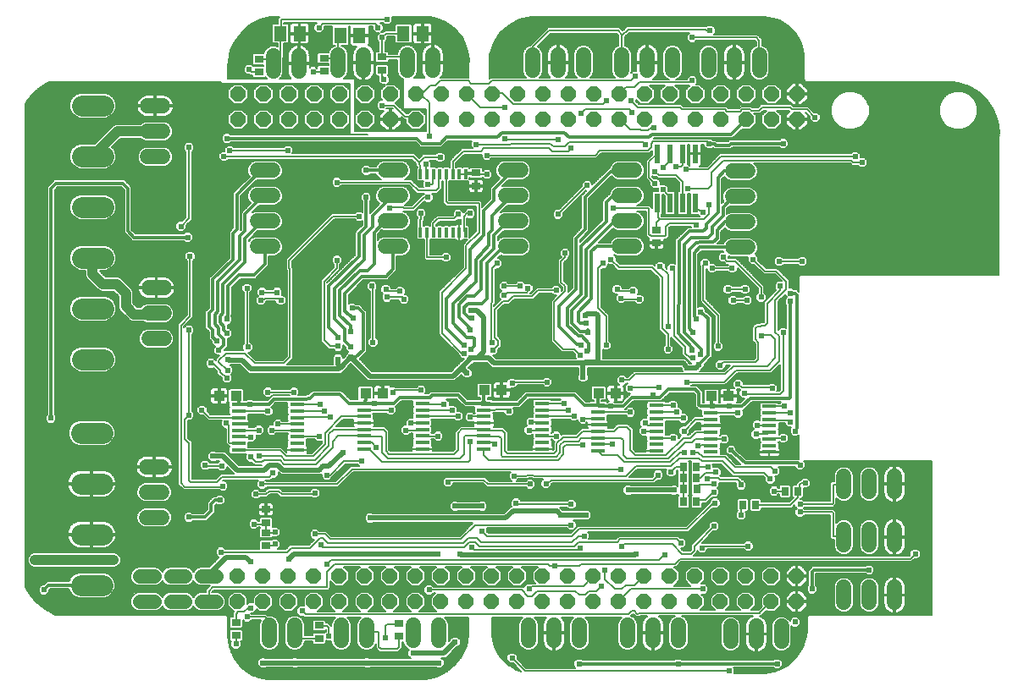
<source format=gbl>
G75*
G70*
%OFA0B0*%
%FSLAX24Y24*%
%IPPOS*%
%LPD*%
%AMOC8*
5,1,8,0,0,1.08239X$1,22.5*
%
%ADD10OC8,0.0600*%
%ADD11C,0.0600*%
%ADD12R,0.0580X0.0140*%
%ADD13R,0.0120X0.0390*%
%ADD14R,0.0210X0.0780*%
%ADD15R,0.0354X0.0276*%
%ADD16C,0.0560*%
%ADD17R,0.0512X0.0591*%
%ADD18R,0.0276X0.0354*%
%ADD19R,0.0433X0.0394*%
%ADD20C,0.0825*%
%ADD21C,0.0060*%
%ADD22C,0.0238*%
%ADD23C,0.0118*%
%ADD24C,0.0197*%
%ADD25C,0.0356*%
%ADD26C,0.0394*%
D10*
X009831Y006776D03*
X010831Y006776D03*
X011831Y006776D03*
X012831Y006776D03*
X013831Y006776D03*
X014831Y006776D03*
X015831Y006776D03*
X016831Y006776D03*
X017831Y006776D03*
X018831Y006776D03*
X019831Y006776D03*
X020831Y006776D03*
X021831Y006776D03*
X022831Y006776D03*
X023831Y006776D03*
X024831Y006776D03*
X025831Y006776D03*
X026831Y006776D03*
X027831Y006776D03*
X028831Y006776D03*
X029831Y006776D03*
X030831Y006776D03*
X031831Y006776D03*
X031831Y007776D03*
X030831Y007776D03*
X029831Y007776D03*
X028831Y007776D03*
X027831Y007776D03*
X026831Y007776D03*
X025831Y007776D03*
X024831Y007776D03*
X023831Y007776D03*
X022831Y007776D03*
X021831Y007776D03*
X020831Y007776D03*
X019831Y007776D03*
X018831Y007776D03*
X017831Y007776D03*
X016831Y007776D03*
X015831Y007776D03*
X014831Y007776D03*
X013831Y007776D03*
X012831Y007776D03*
X011831Y007776D03*
X010831Y007776D03*
X009831Y007776D03*
X009846Y025776D03*
X009846Y026776D03*
X010846Y026776D03*
X011846Y026776D03*
X011846Y025776D03*
X010846Y025776D03*
X012846Y025776D03*
X013846Y025776D03*
X013846Y026776D03*
X012846Y026776D03*
X014846Y026776D03*
X015846Y026776D03*
X015846Y025776D03*
X014846Y025776D03*
X016846Y025776D03*
X017846Y025776D03*
X017846Y026776D03*
X016846Y026776D03*
X018846Y026776D03*
X019846Y026776D03*
X019846Y025776D03*
X018846Y025776D03*
X020846Y025776D03*
X021846Y025776D03*
X021846Y026776D03*
X020846Y026776D03*
X022846Y026776D03*
X023846Y026776D03*
X023846Y025776D03*
X022846Y025776D03*
X024846Y025776D03*
X025846Y025776D03*
X025846Y026776D03*
X024846Y026776D03*
X026846Y026776D03*
X027846Y026776D03*
X027846Y025776D03*
X026846Y025776D03*
X028846Y025776D03*
X029846Y025776D03*
X030846Y025776D03*
X030846Y026776D03*
X029846Y026776D03*
X028846Y026776D03*
X031846Y026776D03*
X031846Y025776D03*
D11*
X030374Y027724D02*
X030374Y028324D01*
X029374Y028324D02*
X029374Y027724D01*
X028374Y027724D02*
X028374Y028324D01*
X026949Y028324D02*
X026949Y027724D01*
X025949Y027724D02*
X025949Y028324D01*
X024949Y028324D02*
X024949Y027724D01*
X023445Y027724D02*
X023445Y028324D01*
X022445Y028324D02*
X022445Y027724D01*
X021445Y027724D02*
X021445Y028324D01*
X017512Y028324D02*
X017512Y027724D01*
X016512Y027724D02*
X016512Y028324D01*
X014795Y028324D02*
X014795Y027724D01*
X013795Y027724D02*
X013795Y028324D01*
X012236Y028285D02*
X012236Y027685D01*
X011236Y027685D02*
X011236Y028285D01*
X006894Y026308D02*
X006294Y026308D01*
X006294Y025308D02*
X006894Y025308D01*
X006894Y024308D02*
X006294Y024308D01*
X010609Y023776D02*
X011209Y023776D01*
X011209Y022776D02*
X010609Y022776D01*
X010609Y021776D02*
X011209Y021776D01*
X011209Y020776D02*
X010609Y020776D01*
X006934Y019142D02*
X006334Y019142D01*
X006334Y018142D02*
X006934Y018142D01*
X006934Y017142D02*
X006334Y017142D01*
X006255Y012095D02*
X006855Y012095D01*
X006855Y011095D02*
X006255Y011095D01*
X006255Y010095D02*
X006855Y010095D01*
X011079Y005844D02*
X011079Y005244D01*
X012079Y005244D02*
X012079Y005844D01*
X013913Y005844D02*
X013913Y005244D01*
X014913Y005244D02*
X014913Y005844D01*
X016748Y005844D02*
X016748Y005244D01*
X017748Y005244D02*
X017748Y005844D01*
X021287Y005844D02*
X021287Y005244D01*
X022287Y005244D02*
X022287Y005844D01*
X023287Y005844D02*
X023287Y005244D01*
X025185Y005244D02*
X025185Y005844D01*
X026185Y005844D02*
X026185Y005244D01*
X027185Y005244D02*
X027185Y005844D01*
X029240Y005805D02*
X029240Y005205D01*
X030240Y005205D02*
X030240Y005805D01*
X031240Y005805D02*
X031240Y005205D01*
X033689Y006740D02*
X033689Y007340D01*
X034689Y007340D02*
X034689Y006740D01*
X035689Y006740D02*
X035689Y007340D01*
X035689Y009023D02*
X035689Y009623D01*
X034689Y009623D02*
X034689Y009023D01*
X033689Y009023D02*
X033689Y009623D01*
X033689Y011110D02*
X033689Y011710D01*
X034689Y011710D02*
X034689Y011110D01*
X035689Y011110D02*
X035689Y011710D01*
X029910Y020737D02*
X029310Y020737D01*
X029310Y021737D02*
X029910Y021737D01*
X029910Y022737D02*
X029310Y022737D01*
X029310Y023737D02*
X029910Y023737D01*
X025461Y023776D02*
X024861Y023776D01*
X024861Y022776D02*
X025461Y022776D01*
X025461Y021776D02*
X024861Y021776D01*
X024861Y020776D02*
X025461Y020776D01*
X020973Y020776D02*
X020373Y020776D01*
X020373Y021776D02*
X020973Y021776D01*
X020973Y022776D02*
X020373Y022776D01*
X020373Y023776D02*
X020973Y023776D01*
X016249Y023776D02*
X015649Y023776D01*
X015649Y022776D02*
X016249Y022776D01*
X016249Y021776D02*
X015649Y021776D01*
X015649Y020776D02*
X016249Y020776D01*
D12*
X017099Y014594D03*
X017099Y014334D03*
X017099Y014074D03*
X017099Y013824D03*
X017099Y013564D03*
X017099Y013314D03*
X017099Y013054D03*
X017099Y012794D03*
X014799Y012794D03*
X014799Y013054D03*
X014799Y013314D03*
X014799Y013564D03*
X014799Y013824D03*
X014799Y014074D03*
X014799Y014334D03*
X014799Y014594D03*
X012177Y014554D03*
X012177Y014294D03*
X012177Y014034D03*
X012177Y013784D03*
X012177Y013524D03*
X012177Y013274D03*
X012177Y013014D03*
X012177Y012754D03*
X009877Y012754D03*
X009877Y013014D03*
X009877Y013274D03*
X009877Y013524D03*
X009877Y013784D03*
X009877Y014034D03*
X009877Y014294D03*
X009877Y014554D03*
X019523Y014594D03*
X019523Y014334D03*
X019523Y014074D03*
X019523Y013824D03*
X019523Y013564D03*
X019523Y013314D03*
X019523Y013054D03*
X019523Y012794D03*
X021823Y012794D03*
X021823Y013054D03*
X021823Y013314D03*
X021823Y013564D03*
X021823Y013824D03*
X021823Y014074D03*
X021823Y014334D03*
X021823Y014594D03*
X024011Y014515D03*
X024011Y014255D03*
X024011Y013995D03*
X024011Y013745D03*
X024011Y013485D03*
X024011Y013235D03*
X024011Y012975D03*
X024011Y012715D03*
X026311Y012715D03*
X026311Y012975D03*
X026311Y013235D03*
X026311Y013485D03*
X026311Y013745D03*
X026311Y013995D03*
X026311Y014255D03*
X026311Y014515D03*
X028460Y014475D03*
X028460Y014215D03*
X028460Y013955D03*
X028460Y013705D03*
X028460Y013445D03*
X028460Y013195D03*
X028460Y012935D03*
X028460Y012675D03*
X030760Y012675D03*
X030760Y012935D03*
X030760Y013195D03*
X030760Y013445D03*
X030760Y013705D03*
X030760Y013955D03*
X030760Y014215D03*
X030760Y014475D03*
D13*
X018813Y021324D03*
X018557Y021324D03*
X018301Y021324D03*
X018045Y021324D03*
X017789Y021324D03*
X017533Y021324D03*
X017277Y021324D03*
X017021Y021324D03*
X017021Y023622D03*
X017277Y023622D03*
X017533Y023622D03*
X017789Y023622D03*
X018045Y023622D03*
X018301Y023622D03*
X018557Y023622D03*
X018813Y023622D03*
D14*
X026340Y024427D03*
X026840Y024427D03*
X027340Y024427D03*
X027840Y024427D03*
X027840Y022487D03*
X027340Y022487D03*
X026840Y022487D03*
X026340Y022487D03*
D15*
X026323Y021434D03*
X026323Y020922D03*
X019216Y023162D03*
X019216Y023674D03*
X015516Y027729D03*
X015516Y028241D03*
X013232Y028201D03*
X013232Y027690D03*
X010673Y027650D03*
X010673Y028162D03*
X010949Y010406D03*
X010949Y009894D03*
X010949Y009501D03*
X010949Y008989D03*
X009768Y005957D03*
X009768Y005446D03*
X013035Y005327D03*
X013035Y005839D03*
X016185Y005918D03*
X016185Y005406D03*
D16*
X008985Y006776D02*
X008425Y006776D01*
X007764Y006776D02*
X007204Y006776D01*
X006544Y006776D02*
X005984Y006776D01*
X005984Y007776D02*
X006544Y007776D01*
X007204Y007776D02*
X007764Y007776D01*
X008425Y007776D02*
X008985Y007776D01*
D17*
X011520Y029166D03*
X012268Y029166D03*
X013882Y029087D03*
X014630Y029087D03*
X016362Y029166D03*
X017110Y029166D03*
D18*
X027386Y012079D03*
X027897Y012079D03*
X027897Y011646D03*
X027901Y011209D03*
X027390Y011209D03*
X027386Y011646D03*
X027386Y010717D03*
X027897Y010717D03*
X029705Y010587D03*
X030216Y010587D03*
X031374Y011131D03*
X031886Y011131D03*
D19*
X029157Y014875D03*
X028488Y014875D03*
X024709Y014993D03*
X024039Y014993D03*
X020220Y015111D03*
X019551Y015111D03*
X015535Y014993D03*
X014866Y014993D03*
X009771Y014886D03*
X009102Y014886D03*
D20*
X004542Y016331D02*
X003717Y016331D01*
X003717Y018331D02*
X004542Y018331D01*
X004542Y020331D02*
X003717Y020331D01*
X003717Y022331D02*
X004542Y022331D01*
X004542Y024331D02*
X003717Y024331D01*
X003717Y026331D02*
X004542Y026331D01*
X004503Y013426D02*
X003678Y013426D01*
X003678Y011426D02*
X004503Y011426D01*
X004503Y009426D02*
X003678Y009426D01*
X003678Y007426D02*
X004503Y007426D01*
D21*
X002655Y006264D02*
X002383Y006410D01*
X002128Y006590D01*
X001895Y006800D01*
X001690Y007036D01*
X001515Y007295D01*
X001472Y007377D01*
X001472Y026384D01*
X001548Y026507D01*
X001736Y026742D01*
X001950Y026953D01*
X002189Y027136D01*
X002406Y027264D01*
X009177Y027264D01*
X009177Y027197D01*
X014256Y027197D01*
X014256Y025190D01*
X014941Y025181D01*
X009560Y025181D01*
X009500Y025241D01*
X009327Y025241D01*
X009204Y025119D01*
X009204Y024946D01*
X009327Y024823D01*
X009500Y024823D01*
X009560Y024883D01*
X016832Y024883D01*
X016941Y024774D01*
X017029Y024686D01*
X017737Y024686D01*
X017861Y024686D01*
X018097Y024922D01*
X019047Y024922D01*
X019007Y024882D01*
X019007Y024709D01*
X019076Y024640D01*
X018655Y024640D01*
X018585Y024570D01*
X018251Y024237D01*
X018181Y024166D01*
X018181Y023884D01*
X018173Y023876D01*
X018142Y023907D01*
X017948Y023907D01*
X017917Y023876D01*
X017886Y023907D01*
X017692Y023907D01*
X017661Y023876D01*
X017631Y023907D01*
X017442Y023907D01*
X017457Y023922D01*
X017457Y024095D01*
X017388Y024164D01*
X017623Y024164D01*
X017712Y024075D01*
X017886Y024075D01*
X018008Y024197D01*
X018008Y024371D01*
X017886Y024493D01*
X017712Y024493D01*
X017623Y024404D01*
X017119Y024404D01*
X017049Y024334D01*
X016972Y024257D01*
X016786Y024443D01*
X016686Y024443D01*
X011994Y024443D01*
X012024Y024473D01*
X012024Y024646D01*
X011901Y024769D01*
X011728Y024769D01*
X011639Y024680D01*
X009707Y024680D01*
X009618Y024769D01*
X009445Y024769D01*
X009322Y024646D01*
X009322Y024532D01*
X009209Y024532D01*
X009086Y024410D01*
X009086Y024237D01*
X009209Y024114D01*
X009382Y024114D01*
X009471Y024203D01*
X016686Y024203D01*
X016852Y024038D01*
X016852Y023959D01*
X016901Y023910D01*
X016901Y023884D01*
X016871Y023854D01*
X016871Y023390D01*
X016924Y023337D01*
X017119Y023337D01*
X017149Y023368D01*
X017163Y023354D01*
X017118Y023308D01*
X017118Y023134D01*
X017147Y023105D01*
X016983Y023105D01*
X016668Y023420D01*
X016568Y023420D01*
X016407Y023420D01*
X016470Y023446D01*
X016579Y023555D01*
X016639Y023699D01*
X016639Y023854D01*
X016579Y023997D01*
X016470Y024107D01*
X016326Y024166D01*
X015571Y024166D01*
X015428Y024107D01*
X015318Y023997D01*
X015287Y023921D01*
X015032Y023921D01*
X014972Y023981D01*
X014799Y023981D01*
X014677Y023859D01*
X014677Y023686D01*
X014799Y023563D01*
X014972Y023563D01*
X015032Y023623D01*
X015290Y023623D01*
X015318Y023555D01*
X015428Y023446D01*
X015490Y023420D01*
X013920Y023420D01*
X013831Y023509D01*
X013657Y023509D01*
X013535Y023386D01*
X013535Y023213D01*
X013657Y023091D01*
X013831Y023091D01*
X013920Y023180D01*
X016568Y023180D01*
X016813Y022935D01*
X016883Y022865D01*
X017187Y022865D01*
X017151Y022829D01*
X017119Y022829D01*
X017049Y022759D01*
X016686Y022396D01*
X016431Y022396D01*
X016408Y022420D01*
X016470Y022446D01*
X016579Y022555D01*
X016639Y022699D01*
X016639Y022854D01*
X016579Y022997D01*
X016470Y023107D01*
X016326Y023166D01*
X015571Y023166D01*
X015428Y023107D01*
X015318Y022997D01*
X015259Y022854D01*
X015259Y022699D01*
X015318Y022555D01*
X015412Y022462D01*
X015100Y022150D01*
X015099Y022150D02*
X015035Y022085D01*
X015035Y022563D01*
X015095Y022623D01*
X015095Y022796D01*
X014972Y022918D01*
X014799Y022918D01*
X014677Y022796D01*
X014677Y022623D01*
X014737Y022563D01*
X014737Y022130D01*
X014697Y022170D01*
X014523Y022170D01*
X014434Y022081D01*
X013537Y022081D01*
X013466Y022011D01*
X011734Y020279D01*
X011734Y020179D01*
X011734Y019864D01*
X011774Y019825D01*
X011774Y016460D01*
X011608Y016294D01*
X010565Y016294D01*
X010264Y016595D01*
X010327Y016595D01*
X010449Y016717D01*
X010449Y016890D01*
X010327Y017013D01*
X010321Y017013D01*
X010321Y018951D01*
X010410Y019040D01*
X010410Y019213D01*
X010287Y019336D01*
X010114Y019336D01*
X009992Y019213D01*
X009992Y019040D01*
X010081Y018951D01*
X010081Y016940D01*
X010031Y016890D01*
X010031Y016717D01*
X010061Y016688D01*
X009324Y016688D01*
X009307Y016671D01*
X009307Y016684D01*
X009444Y016821D01*
X009444Y016944D01*
X009444Y017146D01*
X009500Y017146D01*
X009622Y017268D01*
X009622Y017442D01*
X010081Y017442D01*
X010081Y017501D02*
X009563Y017501D01*
X009505Y017559D02*
X010081Y017559D01*
X010081Y017618D02*
X009444Y017618D01*
X009444Y017569D02*
X009444Y017692D01*
X009439Y017697D01*
X009500Y017697D01*
X009622Y017820D01*
X009622Y017993D01*
X009585Y018030D01*
X009592Y018071D01*
X009602Y018081D01*
X009602Y018130D01*
X009610Y018179D01*
X009602Y018190D01*
X009602Y019144D01*
X009947Y019489D01*
X010538Y019489D01*
X010625Y019577D01*
X011058Y020010D01*
X011058Y020133D01*
X011058Y020386D01*
X011287Y020386D01*
X011430Y020446D01*
X011540Y020555D01*
X011599Y020699D01*
X011599Y020854D01*
X011540Y020997D01*
X011430Y021107D01*
X011287Y021166D01*
X010532Y021166D01*
X010388Y021107D01*
X010279Y020997D01*
X010271Y020978D01*
X010271Y021033D01*
X010624Y021386D01*
X011287Y021386D01*
X011430Y021446D01*
X011540Y021555D01*
X011599Y021699D01*
X011599Y021854D01*
X011540Y021997D01*
X011430Y022107D01*
X011287Y022166D01*
X010532Y022166D01*
X010407Y022115D01*
X010679Y022386D01*
X011287Y022386D01*
X011430Y022446D01*
X011540Y022555D01*
X011599Y022699D01*
X011599Y022854D01*
X011540Y022997D01*
X011430Y023107D01*
X011287Y023166D01*
X010532Y023166D01*
X010388Y023107D01*
X010279Y022997D01*
X010219Y022854D01*
X010219Y022699D01*
X010279Y022555D01*
X010353Y022481D01*
X010060Y022189D01*
X009973Y022102D01*
X009973Y021432D01*
X009956Y021416D01*
X009956Y021511D01*
X009956Y022766D01*
X010577Y023386D01*
X011287Y023386D01*
X011430Y023446D01*
X011540Y023555D01*
X011599Y023699D01*
X011599Y023854D01*
X011540Y023997D01*
X011430Y024107D01*
X011287Y024166D01*
X010532Y024166D01*
X010388Y024107D01*
X010279Y023997D01*
X010219Y023854D01*
X010219Y023699D01*
X010279Y023555D01*
X010301Y023533D01*
X009745Y022976D01*
X009658Y022889D01*
X009658Y021511D01*
X009588Y021441D01*
X009500Y021354D01*
X009500Y020330D01*
X008800Y019630D01*
X008713Y019543D01*
X008713Y018362D01*
X008643Y018291D01*
X008556Y018204D01*
X008556Y017692D01*
X008556Y017569D01*
X008713Y017411D01*
X008713Y017259D01*
X008713Y017136D01*
X008810Y017038D01*
X008810Y016953D01*
X008933Y016831D01*
X008948Y016831D01*
X008889Y016772D01*
X008889Y016599D01*
X009012Y016477D01*
X009113Y016477D01*
X009049Y016412D01*
X008978Y016342D01*
X008978Y016274D01*
X008870Y016383D01*
X008697Y016383D01*
X008574Y016260D01*
X008574Y016087D01*
X008697Y015965D01*
X008870Y015965D01*
X008886Y015981D01*
X009015Y015851D01*
X009018Y015815D01*
X009018Y015770D01*
X009021Y015766D01*
X009022Y015761D01*
X009056Y015731D01*
X009088Y015700D01*
X009093Y015700D01*
X009204Y015604D01*
X009204Y015497D01*
X009327Y015374D01*
X009500Y015374D01*
X009622Y015497D01*
X009622Y015670D01*
X009571Y015721D01*
X009662Y015812D01*
X009662Y015985D01*
X009543Y016104D01*
X009926Y016104D01*
X010170Y015860D01*
X010280Y015749D01*
X013745Y015749D01*
X013901Y015749D01*
X013979Y015828D01*
X014295Y016144D01*
X014855Y015584D01*
X014965Y015474D01*
X018233Y015474D01*
X018389Y015474D01*
X018646Y015730D01*
X018653Y015723D01*
X018653Y015694D01*
X018775Y015571D01*
X018949Y015571D01*
X019071Y015694D01*
X019071Y015867D01*
X018949Y015989D01*
X018919Y015989D01*
X018912Y015997D01*
X019077Y016162D01*
X019106Y016162D01*
X019127Y016182D01*
X019650Y016182D01*
X019847Y015985D01*
X020003Y015985D01*
X023241Y015985D01*
X023241Y015730D01*
X023220Y015709D01*
X023220Y015536D01*
X023342Y015414D01*
X023516Y015414D01*
X023638Y015536D01*
X023638Y015709D01*
X023617Y015730D01*
X023617Y015985D01*
X023981Y015985D01*
X024137Y015985D01*
X027275Y015985D01*
X027314Y015937D01*
X027314Y015890D01*
X027344Y015861D01*
X025526Y015861D01*
X025426Y015861D01*
X025190Y015625D01*
X025140Y015625D01*
X025051Y015714D01*
X024878Y015714D01*
X024755Y015591D01*
X024755Y015418D01*
X024854Y015320D01*
X024738Y015320D01*
X024738Y015023D01*
X024679Y015023D01*
X024679Y015320D01*
X024475Y015320D01*
X024442Y015311D01*
X024412Y015294D01*
X024388Y015269D01*
X024371Y015240D01*
X024362Y015207D01*
X024362Y015023D01*
X024678Y015023D01*
X024678Y014963D01*
X024362Y014963D01*
X024362Y014779D01*
X024371Y014746D01*
X024388Y014716D01*
X024412Y014692D01*
X024434Y014679D01*
X024385Y014630D01*
X024383Y014630D01*
X024339Y014675D01*
X024160Y014675D01*
X024160Y014706D01*
X024293Y014706D01*
X024346Y014759D01*
X024346Y015227D01*
X024293Y015280D01*
X023785Y015280D01*
X023733Y015227D01*
X023733Y014759D01*
X023785Y014706D01*
X023862Y014706D01*
X023862Y014675D01*
X023684Y014675D01*
X023673Y014664D01*
X023536Y014664D01*
X023224Y014976D01*
X023136Y015063D01*
X021286Y015063D01*
X021162Y015063D01*
X020808Y014709D01*
X019895Y014709D01*
X019850Y014754D01*
X019672Y014754D01*
X019672Y014824D01*
X019805Y014824D01*
X019858Y014877D01*
X019858Y015345D01*
X019805Y015398D01*
X019297Y015398D01*
X019244Y015345D01*
X019244Y014877D01*
X019297Y014824D01*
X019374Y014824D01*
X019374Y014754D01*
X019196Y014754D01*
X019185Y014743D01*
X018890Y014743D01*
X018657Y014976D01*
X018569Y015063D01*
X017546Y015063D01*
X017422Y015063D01*
X017344Y014984D01*
X017220Y014984D01*
X017260Y015024D01*
X017260Y015197D01*
X017138Y015320D01*
X016964Y015320D01*
X016875Y015231D01*
X016077Y015231D01*
X016046Y015231D01*
X016035Y015241D01*
X015872Y015241D01*
X015856Y015269D01*
X015832Y015294D01*
X015802Y015311D01*
X015769Y015320D01*
X015565Y015320D01*
X015565Y015023D01*
X015505Y015023D01*
X015505Y015320D01*
X015302Y015320D01*
X015269Y015311D01*
X015239Y015294D01*
X015215Y015269D01*
X015198Y015240D01*
X015189Y015207D01*
X015189Y015023D01*
X015505Y015023D01*
X015505Y014963D01*
X015189Y014963D01*
X015189Y014808D01*
X015172Y014808D01*
X015172Y015227D01*
X015120Y015280D01*
X014612Y015280D01*
X014559Y015227D01*
X014559Y014759D01*
X014565Y014754D01*
X014471Y014754D01*
X014466Y014748D01*
X014278Y014748D01*
X014011Y015015D01*
X013924Y015102D01*
X012900Y015102D01*
X012777Y015102D01*
X012619Y014945D01*
X012540Y014945D01*
X012501Y014906D01*
X012220Y014906D01*
X012260Y014946D01*
X012260Y015119D01*
X012138Y015241D01*
X011964Y015241D01*
X011875Y015152D01*
X011203Y015152D01*
X011114Y015241D01*
X010941Y015241D01*
X010818Y015119D01*
X010818Y014946D01*
X010941Y014823D01*
X011114Y014823D01*
X011203Y014912D01*
X011875Y014912D01*
X011882Y014906D01*
X011325Y014906D01*
X011202Y014906D01*
X011005Y014709D01*
X010465Y014709D01*
X010405Y014769D01*
X010232Y014769D01*
X010178Y014714D01*
X010078Y014714D01*
X010078Y015121D01*
X010025Y015173D01*
X009518Y015173D01*
X009465Y015121D01*
X009465Y014652D01*
X009497Y014620D01*
X009497Y014447D01*
X009520Y014424D01*
X009497Y014401D01*
X009497Y014187D01*
X009520Y014164D01*
X009510Y014154D01*
X008768Y014154D01*
X008638Y014284D01*
X008638Y014410D01*
X008516Y014532D01*
X008342Y014532D01*
X008220Y014410D01*
X008220Y014237D01*
X008342Y014114D01*
X008468Y014114D01*
X008669Y013914D01*
X008768Y013914D01*
X009200Y013914D01*
X009184Y013898D01*
X009184Y013725D01*
X009307Y013603D01*
X009372Y013603D01*
X009372Y013113D01*
X009372Y013014D01*
X009411Y012975D01*
X009482Y012904D01*
X009500Y012904D01*
X009520Y012884D01*
X009497Y012861D01*
X009497Y012647D01*
X009550Y012594D01*
X010184Y012594D01*
X010149Y012560D01*
X010149Y012386D01*
X010271Y012264D01*
X010397Y012264D01*
X010505Y012156D01*
X010605Y012156D01*
X010741Y012156D01*
X010798Y012156D01*
X010792Y012150D01*
X009885Y012150D01*
X009334Y012701D01*
X009178Y012701D01*
X008969Y012701D01*
X008949Y012721D01*
X008775Y012721D01*
X008653Y012599D01*
X008653Y012426D01*
X008775Y012303D01*
X008949Y012303D01*
X008969Y012324D01*
X009126Y012324D01*
X009041Y012239D01*
X008756Y012239D01*
X008756Y012245D01*
X008634Y012367D01*
X008460Y012367D01*
X008338Y012245D01*
X008338Y012071D01*
X008460Y011949D01*
X008634Y011949D01*
X008683Y011999D01*
X009041Y011999D01*
X009130Y011910D01*
X009303Y011910D01*
X009425Y012032D01*
X009425Y012076D01*
X009619Y011883D01*
X009696Y011806D01*
X009266Y011806D01*
X009167Y011806D01*
X008970Y011609D01*
X008046Y011609D01*
X008037Y011617D01*
X008037Y013074D01*
X007967Y013144D01*
X007880Y013231D01*
X007880Y013918D01*
X008004Y013918D01*
X008126Y014040D01*
X008126Y014213D01*
X008037Y014302D01*
X008037Y017297D01*
X008126Y017386D01*
X008126Y017560D01*
X008004Y017682D01*
X007831Y017682D01*
X007722Y017574D01*
X007722Y017620D01*
X008076Y017975D01*
X008076Y018074D01*
X008076Y020211D01*
X008166Y020300D01*
X008166Y020473D01*
X008043Y020595D01*
X007870Y020595D01*
X007747Y020473D01*
X007747Y020300D01*
X007837Y020211D01*
X007837Y018074D01*
X007552Y017790D01*
X007482Y017720D01*
X007482Y011400D01*
X007552Y011329D01*
X007553Y011329D01*
X007640Y011242D01*
X007710Y011172D01*
X009119Y011172D01*
X009169Y011122D01*
X009342Y011122D01*
X009465Y011245D01*
X009465Y011418D01*
X009342Y011540D01*
X009241Y011540D01*
X009266Y011566D01*
X010651Y011566D01*
X010582Y011497D01*
X010582Y011323D01*
X010705Y011201D01*
X010878Y011201D01*
X010967Y011290D01*
X013694Y011290D01*
X013794Y011290D01*
X014384Y011881D01*
X020572Y011881D01*
X020503Y011812D01*
X020503Y011638D01*
X020612Y011530D01*
X019739Y011530D01*
X019651Y011617D01*
X019581Y011688D01*
X018242Y011688D01*
X018211Y011688D01*
X018201Y011698D01*
X018027Y011698D01*
X017905Y011575D01*
X017905Y011402D01*
X018027Y011280D01*
X018201Y011280D01*
X018323Y011402D01*
X018323Y011448D01*
X019482Y011448D01*
X019639Y011290D01*
X019739Y011290D01*
X021167Y011290D01*
X021256Y011201D01*
X021429Y011201D01*
X021551Y011323D01*
X021551Y011497D01*
X021429Y011619D01*
X021256Y011619D01*
X021167Y011530D01*
X020813Y011530D01*
X020888Y011605D01*
X021135Y011605D01*
X021235Y011605D01*
X021274Y011644D01*
X021411Y011644D01*
X021450Y011605D01*
X021852Y011605D01*
X021763Y011516D01*
X021763Y011343D01*
X021886Y011221D01*
X022059Y011221D01*
X022181Y011343D01*
X022181Y011410D01*
X022219Y011448D01*
X026235Y011448D01*
X026305Y011518D01*
X026342Y011555D01*
X026468Y011555D01*
X026591Y011678D01*
X026591Y011851D01*
X026468Y011973D01*
X026295Y011973D01*
X026173Y011851D01*
X026173Y011725D01*
X026135Y011688D01*
X025254Y011688D01*
X025565Y011999D01*
X026714Y011999D01*
X026684Y011969D01*
X026684Y011796D01*
X026807Y011673D01*
X026980Y011673D01*
X027103Y011796D01*
X027103Y011922D01*
X027140Y011959D01*
X027158Y011959D01*
X027158Y011865D01*
X027160Y011863D01*
X027158Y011861D01*
X027158Y011432D01*
X027164Y011426D01*
X027162Y011424D01*
X027162Y011319D01*
X027098Y011383D01*
X026925Y011383D01*
X026904Y011362D01*
X025308Y011362D01*
X025287Y011383D01*
X025114Y011383D01*
X024992Y011260D01*
X024992Y011087D01*
X025114Y010965D01*
X025287Y010965D01*
X025308Y010985D01*
X026904Y010985D01*
X026925Y010965D01*
X027098Y010965D01*
X027162Y011028D01*
X027162Y010995D01*
X027191Y010965D01*
X027158Y010932D01*
X027158Y010503D01*
X027211Y010450D01*
X027561Y010450D01*
X027613Y010503D01*
X027613Y010932D01*
X027584Y010961D01*
X027617Y010995D01*
X027617Y011424D01*
X027611Y011430D01*
X027613Y011432D01*
X027613Y011861D01*
X027611Y011863D01*
X027613Y011865D01*
X027613Y012294D01*
X027593Y012314D01*
X027690Y012314D01*
X027670Y012294D01*
X027670Y011865D01*
X027672Y011863D01*
X027670Y011861D01*
X027670Y011432D01*
X027676Y011426D01*
X027674Y011424D01*
X027674Y010995D01*
X027703Y010965D01*
X027670Y010932D01*
X027670Y010503D01*
X027722Y010450D01*
X028073Y010450D01*
X028125Y010503D01*
X028125Y010660D01*
X028282Y010660D01*
X028352Y010730D01*
X028508Y010886D01*
X028673Y010886D01*
X028795Y011009D01*
X028795Y011182D01*
X028725Y011253D01*
X028795Y011323D01*
X028795Y011467D01*
X028853Y011467D01*
X029450Y011467D01*
X029440Y011457D01*
X029440Y011284D01*
X029563Y011162D01*
X029736Y011162D01*
X029858Y011284D01*
X029858Y011457D01*
X029736Y011580D01*
X029689Y011580D01*
X029632Y011637D01*
X029561Y011707D01*
X028853Y011707D01*
X028819Y011741D01*
X028874Y011796D01*
X028874Y011969D01*
X028752Y012092D01*
X028579Y012092D01*
X028559Y012072D01*
X028559Y012166D01*
X028530Y012196D01*
X028852Y012196D01*
X029254Y011793D01*
X029324Y011723D01*
X030505Y011723D01*
X030582Y011646D01*
X029622Y011646D01*
X029632Y011637D02*
X029632Y011637D01*
X029681Y011588D02*
X030582Y011588D01*
X030582Y011646D02*
X030582Y011520D01*
X030705Y011398D01*
X030878Y011398D01*
X031000Y011520D01*
X031000Y011694D01*
X030981Y011713D01*
X031075Y011713D01*
X031197Y011835D01*
X031197Y012008D01*
X031118Y012088D01*
X031763Y012088D01*
X031763Y012071D01*
X031886Y011949D01*
X032059Y011949D01*
X032181Y012071D01*
X032181Y012245D01*
X032122Y012304D01*
X037157Y012304D01*
X037157Y006264D01*
X032312Y006264D01*
X032236Y006188D01*
X032236Y006081D01*
X032236Y005666D01*
X032211Y005433D01*
X032071Y004984D01*
X031820Y004587D01*
X031474Y004269D01*
X031058Y004050D01*
X030599Y003947D01*
X030368Y003942D01*
X030360Y003942D01*
X030310Y003944D01*
X030307Y003942D01*
X029366Y003942D01*
X029386Y003961D01*
X029386Y004134D01*
X029346Y004174D01*
X030920Y004174D01*
X030980Y004114D01*
X031153Y004114D01*
X031276Y004237D01*
X031276Y004410D01*
X031153Y004532D01*
X030980Y004532D01*
X030920Y004472D01*
X027316Y004472D01*
X027256Y004532D01*
X027083Y004532D01*
X027023Y004472D01*
X023418Y004472D01*
X023358Y004532D01*
X023185Y004532D01*
X023062Y004410D01*
X023062Y004237D01*
X023131Y004168D01*
X021195Y004168D01*
X020843Y004520D01*
X020843Y004646D01*
X020720Y004769D01*
X020547Y004769D01*
X020425Y004646D01*
X020425Y004473D01*
X020547Y004351D01*
X020673Y004351D01*
X020994Y004030D01*
X020809Y004086D01*
X020449Y004310D01*
X020160Y004620D01*
X019961Y004993D01*
X019865Y005406D01*
X019858Y005616D01*
X020897Y005616D01*
X020897Y005558D02*
X019860Y005558D01*
X019858Y005616D02*
X019858Y005621D01*
X019860Y005672D01*
X019858Y005674D01*
X019858Y006152D01*
X021044Y006152D01*
X020957Y006065D01*
X020897Y005921D01*
X020897Y005166D01*
X020957Y005023D01*
X021066Y004913D01*
X021210Y004854D01*
X021365Y004854D01*
X021508Y004913D01*
X021618Y005023D01*
X021677Y005166D01*
X021677Y005921D01*
X021618Y006065D01*
X021530Y006152D01*
X021988Y006152D01*
X021959Y006124D01*
X021919Y006069D01*
X021889Y006009D01*
X021868Y005945D01*
X021857Y005878D01*
X021857Y005574D01*
X022257Y005574D01*
X022257Y005514D01*
X021857Y005514D01*
X021857Y005210D01*
X021868Y005143D01*
X021889Y005079D01*
X021919Y005019D01*
X021959Y004964D01*
X022007Y004916D01*
X022062Y004876D01*
X022122Y004845D01*
X022187Y004825D01*
X022253Y004814D01*
X022257Y004814D01*
X022257Y005514D01*
X022317Y005514D01*
X022317Y004814D01*
X022321Y004814D01*
X022388Y004825D01*
X022452Y004845D01*
X022513Y004876D01*
X022567Y004916D01*
X022615Y004964D01*
X022655Y005019D01*
X022686Y005079D01*
X022707Y005143D01*
X022717Y005210D01*
X022717Y005514D01*
X022317Y005514D01*
X022317Y005574D01*
X022717Y005574D01*
X022717Y005878D01*
X022707Y005945D01*
X022686Y006009D01*
X022655Y006069D01*
X022615Y006124D01*
X022587Y006152D01*
X023044Y006152D01*
X022957Y006065D01*
X022897Y005921D01*
X022897Y005166D01*
X022957Y005023D01*
X023066Y004913D01*
X023210Y004854D01*
X023365Y004854D01*
X023508Y004913D01*
X023618Y005023D01*
X023677Y005166D01*
X023677Y005921D01*
X023618Y006065D01*
X023530Y006152D01*
X024942Y006152D01*
X024854Y006065D01*
X024795Y005921D01*
X024795Y005166D01*
X024854Y005023D01*
X024964Y004913D01*
X025107Y004854D01*
X025262Y004854D01*
X025406Y004913D01*
X025515Y005023D01*
X025575Y005166D01*
X025575Y005921D01*
X025515Y006065D01*
X025406Y006175D01*
X025325Y006208D01*
X025397Y006280D01*
X025435Y006242D01*
X025505Y006172D01*
X025545Y006172D01*
X025644Y006172D01*
X025683Y006211D01*
X025959Y006211D01*
X025905Y006172D01*
X025857Y006124D01*
X025817Y006069D01*
X025786Y006009D01*
X025765Y005945D01*
X025755Y005878D01*
X025755Y005574D01*
X026155Y005574D01*
X026155Y005514D01*
X026215Y005514D01*
X026215Y005574D01*
X026615Y005574D01*
X026615Y005878D01*
X026604Y005945D01*
X026583Y006009D01*
X026553Y006069D01*
X026513Y006124D01*
X026465Y006172D01*
X026411Y006211D01*
X027053Y006211D01*
X026964Y006175D01*
X026854Y006065D01*
X026795Y005921D01*
X026795Y005166D01*
X026854Y005023D01*
X026964Y004913D01*
X027107Y004854D01*
X027262Y004854D01*
X027406Y004913D01*
X027515Y005023D01*
X027575Y005166D01*
X027575Y005921D01*
X027515Y006065D01*
X027406Y006175D01*
X027317Y006211D01*
X030101Y006211D01*
X030075Y006203D01*
X030015Y006172D01*
X029960Y006133D01*
X029912Y006085D01*
X029872Y006030D01*
X029841Y005970D01*
X029821Y005905D01*
X029810Y005838D01*
X029810Y005534D01*
X030210Y005534D01*
X030210Y005475D01*
X029810Y005475D01*
X029810Y005171D01*
X029821Y005104D01*
X029841Y005039D01*
X029872Y004979D01*
X029912Y004924D01*
X029960Y004877D01*
X030015Y004837D01*
X030075Y004806D01*
X030139Y004785D01*
X030206Y004775D01*
X030210Y004775D01*
X030210Y005474D01*
X030270Y005474D01*
X030270Y004775D01*
X030274Y004775D01*
X030341Y004785D01*
X030405Y004806D01*
X030465Y004837D01*
X030520Y004877D01*
X030568Y004924D01*
X030608Y004979D01*
X030638Y005039D01*
X030659Y005104D01*
X030670Y005171D01*
X030670Y005475D01*
X030270Y005475D01*
X030270Y005534D01*
X030670Y005534D01*
X030670Y005838D01*
X030659Y005905D01*
X030638Y005970D01*
X030608Y006030D01*
X030568Y006085D01*
X030520Y006133D01*
X030465Y006172D01*
X030405Y006203D01*
X030379Y006211D01*
X030447Y006211D01*
X030517Y006282D01*
X030517Y006293D01*
X030640Y006416D01*
X030669Y006386D01*
X030992Y006386D01*
X031221Y006615D01*
X031221Y006938D01*
X030992Y007166D01*
X030669Y007166D01*
X030441Y006938D01*
X030441Y006615D01*
X030470Y006585D01*
X030336Y006451D01*
X030057Y006451D01*
X030221Y006615D01*
X030221Y006938D01*
X029992Y007166D01*
X029669Y007166D01*
X029441Y006938D01*
X029441Y006615D01*
X029604Y006451D01*
X029057Y006451D01*
X029221Y006615D01*
X029221Y006938D01*
X028992Y007166D01*
X028669Y007166D01*
X028441Y006938D01*
X028441Y006615D01*
X028604Y006451D01*
X028057Y006451D01*
X028221Y006615D01*
X028221Y006938D01*
X028091Y007067D01*
X028240Y007067D01*
X028362Y007190D01*
X028362Y007363D01*
X028240Y007485D01*
X028091Y007485D01*
X028221Y007615D01*
X028221Y007938D01*
X027992Y008166D01*
X027669Y008166D01*
X027441Y007938D01*
X027441Y007615D01*
X027659Y007396D01*
X027002Y007396D01*
X027221Y007615D01*
X027221Y007938D01*
X027018Y008140D01*
X027101Y008140D01*
X027298Y008337D01*
X036253Y008337D01*
X036353Y008337D01*
X036460Y008445D01*
X036586Y008445D01*
X036709Y008568D01*
X036709Y008741D01*
X036586Y008863D01*
X036413Y008863D01*
X036291Y008741D01*
X036291Y008615D01*
X036253Y008577D01*
X027774Y008577D01*
X027849Y008652D01*
X027919Y008723D01*
X027919Y008790D01*
X028027Y008681D01*
X028201Y008681D01*
X028323Y008804D01*
X028323Y008849D01*
X029749Y008849D01*
X029838Y008760D01*
X030012Y008760D01*
X030134Y008883D01*
X030134Y009056D01*
X030012Y009178D01*
X029838Y009178D01*
X029749Y009089D01*
X028211Y009089D01*
X028201Y009099D01*
X028099Y009099D01*
X028547Y009547D01*
X028673Y009547D01*
X028795Y009670D01*
X028795Y009843D01*
X028673Y009966D01*
X028500Y009966D01*
X028377Y009843D01*
X028377Y009717D01*
X027679Y009019D01*
X027679Y008919D01*
X027679Y008822D01*
X027631Y008774D01*
X027376Y008774D01*
X027272Y008878D01*
X027374Y008878D01*
X027496Y009001D01*
X027496Y009174D01*
X027374Y009296D01*
X027248Y009296D01*
X027179Y009365D01*
X024935Y009365D01*
X024836Y009365D01*
X024718Y009247D01*
X023648Y009247D01*
X023677Y009276D01*
X023677Y009449D01*
X023608Y009518D01*
X027573Y009518D01*
X027643Y009589D01*
X028523Y010469D01*
X028539Y010453D01*
X028712Y010453D01*
X028835Y010575D01*
X028835Y010749D01*
X028712Y010871D01*
X028539Y010871D01*
X028417Y010749D01*
X028417Y010701D01*
X027474Y009758D01*
X023321Y009758D01*
X023222Y009758D01*
X022946Y009483D01*
X019699Y009483D01*
X019662Y009520D01*
X019662Y009646D01*
X019632Y009676D01*
X022781Y009676D01*
X022870Y009587D01*
X023043Y009587D01*
X023166Y009709D01*
X023166Y009882D01*
X023047Y010001D01*
X023440Y010001D01*
X023460Y009981D01*
X023634Y009981D01*
X023756Y010103D01*
X023756Y010276D01*
X023634Y010399D01*
X023460Y010399D01*
X023440Y010378D01*
X022670Y010378D01*
X022649Y010399D01*
X022620Y010399D01*
X022516Y010503D01*
X022781Y010503D01*
X022870Y010414D01*
X023043Y010414D01*
X023166Y010536D01*
X023166Y010709D01*
X023043Y010832D01*
X022870Y010832D01*
X022781Y010743D01*
X021000Y010743D01*
X021000Y010749D01*
X020878Y010871D01*
X020705Y010871D01*
X020582Y010749D01*
X020582Y010575D01*
X020622Y010535D01*
X020595Y010535D01*
X020485Y010425D01*
X020319Y010260D01*
X015150Y010260D01*
X015130Y010281D01*
X014957Y010281D01*
X014834Y010158D01*
X014834Y009985D01*
X014957Y009862D01*
X015130Y009862D01*
X015150Y009883D01*
X019095Y009883D01*
X018576Y009365D01*
X013518Y009365D01*
X013321Y009562D01*
X013222Y009562D01*
X013053Y009562D01*
X012964Y009651D01*
X012791Y009651D01*
X012669Y009528D01*
X012669Y009355D01*
X012791Y009233D01*
X012853Y009233D01*
X012631Y009010D01*
X011883Y009010D01*
X011813Y008940D01*
X011726Y008853D01*
X011404Y008853D01*
X011512Y008961D01*
X011512Y009134D01*
X011390Y009257D01*
X011216Y009257D01*
X011170Y009210D01*
X011163Y009217D01*
X010734Y009217D01*
X010681Y009164D01*
X010681Y008853D01*
X009353Y008853D01*
X009264Y008942D01*
X009090Y008942D01*
X008968Y008819D01*
X008968Y008646D01*
X009090Y008524D01*
X009095Y008524D01*
X008718Y008146D01*
X008351Y008146D01*
X008215Y008090D01*
X008111Y007986D01*
X008094Y007946D01*
X008078Y007986D01*
X007974Y008090D01*
X007838Y008146D01*
X007130Y008146D01*
X006994Y008090D01*
X006890Y007986D01*
X006874Y007946D01*
X006857Y007986D01*
X006753Y008090D01*
X006617Y008146D01*
X005910Y008146D01*
X005774Y008090D01*
X005670Y007986D01*
X005614Y007850D01*
X005614Y007703D01*
X005670Y007567D01*
X005774Y007463D01*
X005910Y007406D01*
X006617Y007406D01*
X006753Y007463D01*
X006857Y007567D01*
X006874Y007607D01*
X006890Y007567D01*
X006994Y007463D01*
X007130Y007406D01*
X007838Y007406D01*
X007974Y007463D01*
X008078Y007567D01*
X008094Y007607D01*
X008111Y007567D01*
X008215Y007463D01*
X008351Y007406D01*
X008744Y007406D01*
X008655Y007317D01*
X008585Y007247D01*
X008585Y007146D01*
X008351Y007146D01*
X008215Y007090D01*
X008111Y006986D01*
X008094Y006946D01*
X008078Y006986D01*
X007974Y007090D01*
X007838Y007146D01*
X007130Y007146D01*
X006994Y007090D01*
X006890Y006986D01*
X006874Y006946D01*
X006857Y006986D01*
X006753Y007090D01*
X006617Y007146D01*
X005910Y007146D01*
X005774Y007090D01*
X005670Y006986D01*
X005614Y006850D01*
X005614Y006703D01*
X005670Y006567D01*
X005774Y006463D01*
X005910Y006406D01*
X006617Y006406D01*
X006753Y006463D01*
X006857Y006567D01*
X006874Y006607D01*
X006890Y006567D01*
X006994Y006463D01*
X007130Y006406D01*
X007838Y006406D01*
X007974Y006463D01*
X008078Y006567D01*
X008094Y006607D01*
X008111Y006567D01*
X008215Y006463D01*
X008351Y006406D01*
X009058Y006406D01*
X009194Y006463D01*
X009298Y006567D01*
X009355Y006703D01*
X009355Y006850D01*
X009298Y006986D01*
X009194Y007090D01*
X009058Y007146D01*
X008825Y007146D01*
X008825Y007148D01*
X008912Y007235D01*
X013400Y007235D01*
X013470Y007305D01*
X013470Y007405D01*
X013470Y007585D01*
X013669Y007386D01*
X013992Y007386D01*
X014221Y007615D01*
X014221Y007938D01*
X014018Y008140D01*
X014643Y008140D01*
X014441Y007938D01*
X014441Y007615D01*
X014669Y007386D01*
X014992Y007386D01*
X015221Y007615D01*
X015221Y007938D01*
X015018Y008140D01*
X015643Y008140D01*
X015441Y007938D01*
X015441Y007615D01*
X015669Y007386D01*
X015992Y007386D01*
X016221Y007615D01*
X016221Y007938D01*
X016018Y008140D01*
X016643Y008140D01*
X016441Y007938D01*
X016441Y007615D01*
X016669Y007386D01*
X016992Y007386D01*
X017221Y007615D01*
X017221Y007938D01*
X017018Y008140D01*
X017643Y008140D01*
X017441Y007938D01*
X017441Y007615D01*
X017669Y007386D01*
X017992Y007386D01*
X018221Y007615D01*
X018221Y007938D01*
X018018Y008140D01*
X018643Y008140D01*
X018441Y007938D01*
X018441Y007615D01*
X018669Y007386D01*
X018992Y007386D01*
X019221Y007615D01*
X019221Y007938D01*
X019018Y008140D01*
X019643Y008140D01*
X019441Y007938D01*
X019441Y007615D01*
X019669Y007386D01*
X019992Y007386D01*
X020221Y007615D01*
X020221Y007938D01*
X020018Y008140D01*
X020643Y008140D01*
X020441Y007938D01*
X020441Y007615D01*
X020669Y007386D01*
X020992Y007386D01*
X021221Y007615D01*
X021221Y007938D01*
X021018Y008140D01*
X021643Y008140D01*
X021441Y007938D01*
X021441Y007615D01*
X021561Y007495D01*
X021352Y007495D01*
X021342Y007485D01*
X021216Y007485D01*
X021094Y007363D01*
X021094Y007340D01*
X021077Y007357D01*
X017542Y007357D01*
X017453Y007446D01*
X017279Y007446D01*
X017157Y007323D01*
X017157Y007150D01*
X017279Y007028D01*
X017453Y007028D01*
X017542Y007117D01*
X017620Y007117D01*
X017441Y006938D01*
X017441Y006615D01*
X017663Y006392D01*
X016998Y006392D01*
X017221Y006615D01*
X017221Y006938D01*
X016992Y007166D01*
X016669Y007166D01*
X016441Y006938D01*
X016441Y006615D01*
X016663Y006392D01*
X015998Y006392D01*
X016221Y006615D01*
X016221Y006938D01*
X015992Y007166D01*
X015669Y007166D01*
X015441Y006938D01*
X015441Y006615D01*
X015663Y006392D01*
X014998Y006392D01*
X015221Y006615D01*
X015221Y006938D01*
X014992Y007166D01*
X014669Y007166D01*
X014441Y006938D01*
X014441Y006615D01*
X014663Y006392D01*
X013998Y006392D01*
X014221Y006615D01*
X014221Y006938D01*
X013992Y007166D01*
X013669Y007166D01*
X013441Y006938D01*
X013441Y006615D01*
X013663Y006392D01*
X012998Y006392D01*
X013221Y006615D01*
X013221Y006938D01*
X012992Y007166D01*
X012669Y007166D01*
X012441Y006938D01*
X012441Y006619D01*
X012279Y006619D01*
X012157Y006497D01*
X012157Y006323D01*
X012279Y006201D01*
X012405Y006201D01*
X012454Y006152D01*
X013670Y006152D01*
X013583Y006065D01*
X013523Y005921D01*
X013523Y005816D01*
X013470Y005869D01*
X013400Y005939D01*
X013302Y005939D01*
X013302Y006014D01*
X013250Y006067D01*
X012821Y006067D01*
X012768Y006014D01*
X012768Y005664D01*
X012821Y005611D01*
X013250Y005611D01*
X013302Y005664D01*
X013302Y005698D01*
X013309Y005691D01*
X013309Y005601D01*
X013256Y005549D01*
X013250Y005555D01*
X012821Y005555D01*
X012768Y005502D01*
X012768Y005447D01*
X012469Y005447D01*
X012469Y005921D01*
X012409Y006065D01*
X012299Y006175D01*
X012156Y006234D01*
X012001Y006234D01*
X011858Y006175D01*
X011748Y006065D01*
X011689Y005921D01*
X011689Y005166D01*
X011748Y005023D01*
X011858Y004913D01*
X012001Y004854D01*
X012156Y004854D01*
X012299Y004913D01*
X012409Y005023D01*
X012469Y005166D01*
X012469Y005207D01*
X012768Y005207D01*
X012768Y005152D01*
X012821Y005100D01*
X013250Y005100D01*
X013302Y005152D01*
X013302Y005257D01*
X013342Y005217D01*
X013516Y005217D01*
X013523Y005224D01*
X013523Y005166D01*
X013583Y005023D01*
X013692Y004913D01*
X013836Y004854D01*
X013991Y004854D01*
X014134Y004913D01*
X014244Y005023D01*
X014303Y005166D01*
X014303Y005921D01*
X014244Y006065D01*
X014156Y006152D01*
X014670Y006152D01*
X014583Y006065D01*
X014523Y005921D01*
X014523Y005166D01*
X014583Y005023D01*
X014692Y004913D01*
X014836Y004854D01*
X014991Y004854D01*
X015134Y004913D01*
X015244Y005023D01*
X015277Y005104D01*
X015277Y005042D01*
X015277Y004943D01*
X015356Y004864D01*
X015426Y004794D01*
X016056Y004794D01*
X016156Y004794D01*
X016235Y004873D01*
X016305Y004943D01*
X016305Y005178D01*
X016358Y005178D01*
X016358Y005166D01*
X016417Y005023D01*
X016527Y004913D01*
X016577Y004893D01*
X016527Y004843D01*
X016527Y004670D01*
X016646Y004551D01*
X015032Y004551D01*
X015012Y004572D01*
X014838Y004572D01*
X014818Y004551D01*
X012198Y004551D01*
X012177Y004572D01*
X012004Y004572D01*
X011983Y004551D01*
X010938Y004551D01*
X010917Y004572D01*
X010744Y004572D01*
X010621Y004449D01*
X010621Y004276D01*
X010744Y004154D01*
X010917Y004154D01*
X010938Y004174D01*
X011983Y004174D01*
X012004Y004154D01*
X012177Y004154D01*
X012198Y004174D01*
X014818Y004174D01*
X014838Y004154D01*
X015012Y004154D01*
X015032Y004174D01*
X017652Y004174D01*
X017673Y004154D01*
X017846Y004154D01*
X017969Y004276D01*
X017969Y004449D01*
X017850Y004568D01*
X017878Y004568D01*
X018035Y004568D01*
X018447Y004981D01*
X018476Y004981D01*
X018599Y005103D01*
X018599Y005276D01*
X018476Y005399D01*
X018303Y005399D01*
X018181Y005276D01*
X018181Y005247D01*
X018138Y005204D01*
X018138Y005921D01*
X018078Y006065D01*
X017991Y006152D01*
X018929Y006152D01*
X018929Y005714D01*
X018928Y005713D01*
X018929Y005662D01*
X018929Y005658D01*
X018921Y005445D01*
X018834Y005024D01*
X018655Y004634D01*
X018393Y004293D01*
X018063Y004019D01*
X017680Y003825D01*
X017263Y003722D01*
X017049Y003705D01*
X011036Y003705D01*
X010814Y003741D01*
X010386Y003900D01*
X010014Y004165D01*
X009723Y004517D01*
X009533Y004932D01*
X009457Y005382D01*
X009500Y005382D01*
X009457Y005382D02*
X009463Y005567D01*
X009464Y005569D01*
X009464Y005617D01*
X009469Y005664D01*
X009464Y005669D01*
X009464Y006081D01*
X009464Y006188D01*
X009388Y006264D01*
X002655Y006264D01*
X002554Y006319D02*
X009648Y006319D01*
X009648Y006342D02*
X009648Y006242D01*
X009648Y006185D01*
X009553Y006185D01*
X009500Y006132D01*
X009500Y005782D01*
X009553Y005730D01*
X009982Y005730D01*
X010035Y005782D01*
X010035Y006044D01*
X010114Y005965D01*
X010287Y005965D01*
X010376Y006054D01*
X010743Y006054D01*
X010689Y005921D01*
X010689Y005166D01*
X010748Y005023D01*
X010858Y004913D01*
X011001Y004854D01*
X011156Y004854D01*
X011299Y004913D01*
X011409Y005023D01*
X011469Y005166D01*
X011469Y005921D01*
X011409Y006065D01*
X011299Y006175D01*
X011156Y006234D01*
X011019Y006234D01*
X010959Y006294D01*
X010860Y006294D01*
X010376Y006294D01*
X010351Y006319D01*
X010445Y006319D01*
X010567Y006442D01*
X010567Y006488D01*
X010669Y006386D01*
X010992Y006386D01*
X011221Y006615D01*
X011221Y006938D01*
X010992Y007166D01*
X010669Y007166D01*
X010441Y006938D01*
X010441Y006737D01*
X010271Y006737D01*
X010221Y006686D01*
X010221Y006938D01*
X009992Y007166D01*
X009669Y007166D01*
X009441Y006938D01*
X009441Y006615D01*
X009669Y006386D01*
X009692Y006386D01*
X009648Y006342D01*
X009683Y006377D02*
X002445Y006377D01*
X002347Y006436D02*
X005838Y006436D01*
X005742Y006494D02*
X002264Y006494D01*
X002181Y006553D02*
X005684Y006553D01*
X005651Y006611D02*
X002104Y006611D01*
X002039Y006670D02*
X005627Y006670D01*
X005614Y006729D02*
X001974Y006729D01*
X001909Y006787D02*
X005614Y006787D01*
X005614Y006846D02*
X001855Y006846D01*
X001805Y006904D02*
X005636Y006904D01*
X005660Y006963D02*
X004698Y006963D01*
X004788Y007000D02*
X004929Y007141D01*
X005005Y007326D01*
X005005Y007526D01*
X004929Y007710D01*
X004788Y007852D01*
X004603Y007928D01*
X003578Y007928D01*
X003393Y007852D01*
X003252Y007710D01*
X003196Y007575D01*
X002459Y007575D01*
X002336Y007575D01*
X002207Y007446D01*
X002122Y007446D01*
X001999Y007323D01*
X001999Y007150D01*
X002122Y007028D01*
X002295Y007028D01*
X002418Y007150D01*
X002418Y007235D01*
X002459Y007277D01*
X003196Y007277D01*
X003252Y007141D01*
X003393Y007000D01*
X003578Y006923D01*
X004603Y006923D01*
X004788Y007000D01*
X004809Y007021D02*
X005705Y007021D01*
X005764Y007080D02*
X004868Y007080D01*
X004926Y007138D02*
X005891Y007138D01*
X005850Y007431D02*
X005005Y007431D01*
X005005Y007373D02*
X008710Y007373D01*
X008651Y007314D02*
X005000Y007314D01*
X004976Y007255D02*
X008593Y007255D01*
X008585Y007197D02*
X004952Y007197D01*
X005005Y007490D02*
X005747Y007490D01*
X005688Y007548D02*
X004996Y007548D01*
X004972Y007607D02*
X005653Y007607D01*
X005629Y007665D02*
X004948Y007665D01*
X004916Y007724D02*
X005614Y007724D01*
X005614Y007782D02*
X004857Y007782D01*
X004798Y007841D02*
X005614Y007841D01*
X005634Y007899D02*
X004673Y007899D01*
X005021Y008131D02*
X005127Y008175D01*
X005208Y008255D01*
X005251Y008361D01*
X005251Y008475D01*
X005208Y008580D01*
X005127Y008661D01*
X005021Y008705D01*
X001797Y008705D01*
X001692Y008661D01*
X001611Y008580D01*
X001567Y008475D01*
X001567Y008361D01*
X001611Y008255D01*
X001692Y008175D01*
X001797Y008131D01*
X005021Y008131D01*
X005028Y008134D02*
X005880Y008134D01*
X005759Y008075D02*
X001472Y008075D01*
X001472Y008017D02*
X005701Y008017D01*
X005658Y007958D02*
X001472Y007958D01*
X001472Y007899D02*
X003508Y007899D01*
X003382Y007841D02*
X001472Y007841D01*
X001472Y007782D02*
X003324Y007782D01*
X003265Y007724D02*
X001472Y007724D01*
X001472Y007665D02*
X003233Y007665D01*
X003209Y007607D02*
X001472Y007607D01*
X001472Y007548D02*
X002309Y007548D01*
X002251Y007490D02*
X001472Y007490D01*
X001472Y007431D02*
X002107Y007431D01*
X002049Y007373D02*
X001475Y007373D01*
X001505Y007314D02*
X001999Y007314D01*
X001999Y007255D02*
X001541Y007255D01*
X001581Y007197D02*
X001999Y007197D01*
X002011Y007138D02*
X001621Y007138D01*
X001660Y007080D02*
X002070Y007080D01*
X002347Y007080D02*
X003313Y007080D01*
X003255Y007138D02*
X002406Y007138D01*
X002418Y007197D02*
X003229Y007197D01*
X003204Y007255D02*
X002438Y007255D01*
X001754Y006963D02*
X003483Y006963D01*
X003372Y007021D02*
X001703Y007021D01*
X001791Y008134D02*
X001472Y008134D01*
X001472Y008192D02*
X001674Y008192D01*
X001616Y008251D02*
X001472Y008251D01*
X001472Y008309D02*
X001589Y008309D01*
X001567Y008368D02*
X001472Y008368D01*
X001472Y008426D02*
X001567Y008426D01*
X001571Y008485D02*
X001472Y008485D01*
X001472Y008543D02*
X001596Y008543D01*
X001633Y008602D02*
X001472Y008602D01*
X001472Y008661D02*
X001691Y008661D01*
X001472Y008719D02*
X008968Y008719D01*
X008968Y008661D02*
X005127Y008661D01*
X005186Y008602D02*
X009012Y008602D01*
X009071Y008543D02*
X005223Y008543D01*
X005247Y008485D02*
X009056Y008485D01*
X008998Y008426D02*
X005251Y008426D01*
X005251Y008368D02*
X008939Y008368D01*
X008881Y008309D02*
X005230Y008309D01*
X005203Y008251D02*
X008822Y008251D01*
X008764Y008192D02*
X005144Y008192D01*
X004770Y008953D02*
X010681Y008953D01*
X010681Y008895D02*
X009311Y008895D01*
X009177Y008733D02*
X011775Y008733D01*
X011933Y008890D01*
X012681Y008890D01*
X013075Y009284D01*
X013193Y009284D01*
X013390Y009087D01*
X018705Y009087D01*
X018901Y009284D01*
X019256Y009284D01*
X019413Y009127D01*
X022996Y009127D01*
X023232Y009363D01*
X023468Y009363D01*
X023677Y009363D02*
X024834Y009363D01*
X024776Y009304D02*
X023677Y009304D01*
X023677Y009422D02*
X028082Y009422D01*
X028140Y009480D02*
X023647Y009480D01*
X023271Y009638D02*
X022996Y009363D01*
X019649Y009363D01*
X019453Y009560D01*
X019662Y009539D02*
X023002Y009539D01*
X023053Y009597D02*
X023061Y009597D01*
X023112Y009656D02*
X023119Y009656D01*
X023166Y009714D02*
X023178Y009714D01*
X023166Y009773D02*
X027488Y009773D01*
X027547Y009831D02*
X023166Y009831D01*
X023158Y009890D02*
X027605Y009890D01*
X027664Y009948D02*
X023100Y009948D01*
X022957Y009796D02*
X019177Y009796D01*
X018626Y009245D01*
X013468Y009245D01*
X013271Y009442D01*
X012878Y009442D01*
X013018Y009597D02*
X018809Y009597D01*
X018867Y009656D02*
X011463Y009656D01*
X011512Y009607D02*
X011390Y009729D01*
X011216Y009729D01*
X011216Y010069D01*
X011163Y010122D01*
X010734Y010122D01*
X010681Y010069D01*
X010681Y009955D01*
X010652Y009955D01*
X010563Y010044D01*
X010390Y010044D01*
X010267Y009922D01*
X010267Y009749D01*
X010390Y009626D01*
X010563Y009626D01*
X010652Y009715D01*
X010685Y009715D01*
X010703Y009697D01*
X010681Y009676D01*
X010681Y009326D01*
X010734Y009273D01*
X011163Y009273D01*
X011209Y009319D01*
X011216Y009311D01*
X011390Y009311D01*
X011512Y009434D01*
X011512Y009607D01*
X011512Y009597D02*
X012738Y009597D01*
X012679Y009539D02*
X011512Y009539D01*
X011512Y009480D02*
X012669Y009480D01*
X012669Y009422D02*
X011500Y009422D01*
X011441Y009363D02*
X012669Y009363D01*
X012719Y009304D02*
X011195Y009304D01*
X011205Y009246D02*
X005015Y009246D01*
X005006Y009218D02*
X005032Y009299D01*
X005045Y009383D01*
X005045Y009396D01*
X004121Y009396D01*
X004121Y009456D01*
X005045Y009456D01*
X005045Y009469D01*
X005032Y009553D01*
X005006Y009634D01*
X004967Y009710D01*
X004917Y009779D01*
X004856Y009840D01*
X004787Y009890D01*
X005918Y009890D01*
X005924Y009874D02*
X006034Y009764D01*
X006177Y009705D01*
X006933Y009705D01*
X007076Y009764D01*
X007186Y009874D01*
X007245Y010018D01*
X007245Y010173D01*
X007186Y010316D01*
X007076Y010426D01*
X006933Y010485D01*
X006177Y010485D01*
X006034Y010426D01*
X005924Y010316D01*
X005865Y010173D01*
X005865Y010018D01*
X005924Y009874D01*
X005967Y009831D02*
X004865Y009831D01*
X004921Y009773D02*
X006026Y009773D01*
X006155Y009714D02*
X004964Y009714D01*
X004995Y009656D02*
X010360Y009656D01*
X010302Y009714D02*
X006955Y009714D01*
X007084Y009773D02*
X010267Y009773D01*
X010267Y009831D02*
X007143Y009831D01*
X007192Y009890D02*
X010267Y009890D01*
X010294Y009948D02*
X008050Y009948D01*
X008064Y009962D02*
X008485Y009962D01*
X008609Y009962D01*
X008845Y010198D01*
X008932Y010285D01*
X008932Y010561D01*
X008997Y010625D01*
X009051Y010571D01*
X009224Y010571D01*
X009347Y010694D01*
X009347Y010867D01*
X009224Y010989D01*
X009051Y010989D01*
X008991Y010929D01*
X008879Y010929D01*
X008792Y010842D01*
X008634Y010684D01*
X008634Y010561D01*
X008634Y010409D01*
X008485Y010260D01*
X008064Y010260D01*
X008004Y010320D01*
X007831Y010320D01*
X007708Y010197D01*
X007708Y010024D01*
X007831Y009902D01*
X008004Y009902D01*
X008064Y009962D01*
X007784Y009948D02*
X007216Y009948D01*
X007241Y010007D02*
X007725Y010007D01*
X007708Y010066D02*
X007245Y010066D01*
X007245Y010124D02*
X007708Y010124D01*
X007708Y010183D02*
X007241Y010183D01*
X007217Y010241D02*
X007752Y010241D01*
X007810Y010300D02*
X007192Y010300D01*
X007143Y010358D02*
X008584Y010358D01*
X008634Y010417D02*
X007085Y010417D01*
X006956Y010475D02*
X008634Y010475D01*
X008634Y010534D02*
X001472Y010534D01*
X001472Y010592D02*
X008634Y010592D01*
X008634Y010651D02*
X001472Y010651D01*
X001472Y010710D02*
X006167Y010710D01*
X006177Y010705D02*
X006034Y010764D01*
X005924Y010874D01*
X005865Y011018D01*
X005865Y011173D01*
X005924Y011316D01*
X006034Y011426D01*
X006177Y011485D01*
X006933Y011485D01*
X007076Y011426D01*
X007186Y011316D01*
X007245Y011173D01*
X007245Y011018D01*
X007186Y010874D01*
X007076Y010764D01*
X006933Y010705D01*
X006177Y010705D01*
X006030Y010768D02*
X001472Y010768D01*
X001472Y010827D02*
X005972Y010827D01*
X005920Y010885D02*
X004557Y010885D01*
X004546Y010883D02*
X004630Y010897D01*
X004711Y010923D01*
X004787Y010962D01*
X004856Y011012D01*
X004917Y011072D01*
X004967Y011141D01*
X005006Y011218D01*
X005032Y011299D01*
X005045Y011383D01*
X005045Y011396D01*
X004121Y011396D01*
X004121Y011456D01*
X005045Y011456D01*
X005045Y011469D01*
X005032Y011553D01*
X005006Y011634D01*
X004967Y011710D01*
X004917Y011779D01*
X004856Y011840D01*
X004787Y011890D01*
X004711Y011929D01*
X004630Y011955D01*
X004546Y011968D01*
X004120Y011968D01*
X004120Y011456D01*
X004060Y011456D01*
X004060Y011396D01*
X003135Y011396D01*
X003135Y011383D01*
X003149Y011299D01*
X003175Y011218D01*
X003214Y011141D01*
X003264Y011072D01*
X003324Y011012D01*
X003394Y010962D01*
X003470Y010923D01*
X003551Y010897D01*
X003635Y010883D01*
X004060Y010883D01*
X004060Y011396D01*
X004120Y011396D01*
X004120Y010883D01*
X004546Y010883D01*
X004752Y010944D02*
X005896Y010944D01*
X005871Y011002D02*
X004843Y011002D01*
X004905Y011061D02*
X005865Y011061D01*
X005865Y011119D02*
X004951Y011119D01*
X004985Y011178D02*
X005867Y011178D01*
X005891Y011236D02*
X005012Y011236D01*
X005031Y011295D02*
X005916Y011295D01*
X005962Y011354D02*
X005041Y011354D01*
X005045Y011471D02*
X006142Y011471D01*
X006185Y011528D02*
X006146Y011568D01*
X006154Y011676D02*
X006221Y011665D01*
X006525Y011665D01*
X006525Y012065D01*
X006585Y012065D01*
X006585Y011665D01*
X006889Y011665D01*
X006956Y011676D01*
X007020Y011697D01*
X007080Y011727D01*
X007135Y011767D01*
X007183Y011815D01*
X007223Y011870D01*
X007253Y011930D01*
X007274Y011994D01*
X007285Y012061D01*
X007285Y012065D01*
X006585Y012065D01*
X006585Y012125D01*
X007285Y012125D01*
X007285Y012129D01*
X007274Y012196D01*
X007253Y012260D01*
X007223Y012320D01*
X007183Y012375D01*
X007135Y012423D01*
X007080Y012463D01*
X007020Y012494D01*
X006956Y012514D01*
X006889Y012525D01*
X006585Y012525D01*
X006585Y012125D01*
X006525Y012125D01*
X006525Y012065D01*
X005825Y012065D01*
X005825Y012061D01*
X005836Y011994D01*
X005856Y011930D01*
X005887Y011870D01*
X005927Y011815D01*
X005975Y011767D01*
X006030Y011727D01*
X006090Y011697D01*
X006154Y011676D01*
X006074Y011705D02*
X004970Y011705D01*
X004999Y011646D02*
X007482Y011646D01*
X007482Y011588D02*
X005021Y011588D01*
X005036Y011529D02*
X007482Y011529D01*
X007482Y011471D02*
X006968Y011471D01*
X007090Y011412D02*
X007482Y011412D01*
X007528Y011354D02*
X007148Y011354D01*
X007194Y011295D02*
X007587Y011295D01*
X007646Y011236D02*
X007219Y011236D01*
X007243Y011178D02*
X007704Y011178D01*
X007760Y011292D02*
X009216Y011292D01*
X009256Y011331D01*
X009398Y011178D02*
X010421Y011178D01*
X010468Y011225D02*
X010346Y011103D01*
X010346Y010930D01*
X010468Y010807D01*
X010642Y010807D01*
X010731Y010896D01*
X010899Y010896D01*
X010998Y010896D01*
X011116Y011014D01*
X011411Y011014D01*
X011459Y010967D01*
X011529Y010896D01*
X012742Y010896D01*
X012791Y010847D01*
X012964Y010847D01*
X013087Y010969D01*
X013087Y011142D01*
X012964Y011265D01*
X012791Y011265D01*
X012669Y011142D01*
X012669Y011136D01*
X011628Y011136D01*
X011510Y011254D01*
X011411Y011254D01*
X011017Y011254D01*
X010947Y011184D01*
X010899Y011136D01*
X010731Y011136D01*
X010642Y011225D01*
X010468Y011225D01*
X010362Y011119D02*
X007245Y011119D01*
X007245Y011061D02*
X010346Y011061D01*
X010346Y011002D02*
X007239Y011002D01*
X007214Y010944D02*
X009006Y010944D01*
X008835Y010885D02*
X007190Y010885D01*
X007138Y010827D02*
X008776Y010827D01*
X008718Y010768D02*
X007079Y010768D01*
X006943Y010710D02*
X008659Y010710D01*
X008932Y010534D02*
X010641Y010534D01*
X010641Y010561D02*
X010641Y010436D01*
X010919Y010436D01*
X010919Y010674D01*
X010754Y010674D01*
X010721Y010665D01*
X010692Y010648D01*
X010667Y010624D01*
X010650Y010594D01*
X010641Y010561D01*
X010650Y010592D02*
X009246Y010592D01*
X009304Y010651D02*
X010697Y010651D01*
X010661Y010827D02*
X020660Y010827D01*
X020602Y010768D02*
X009347Y010768D01*
X009347Y010710D02*
X018260Y010710D01*
X018303Y010753D02*
X018181Y010631D01*
X018181Y010457D01*
X018303Y010335D01*
X018476Y010335D01*
X018497Y010356D01*
X019345Y010356D01*
X019366Y010335D01*
X019539Y010335D01*
X019662Y010457D01*
X019662Y010631D01*
X019539Y010753D01*
X019366Y010753D01*
X019345Y010732D01*
X018497Y010732D01*
X018476Y010753D01*
X018303Y010753D01*
X018201Y010651D02*
X011200Y010651D01*
X011206Y010648D02*
X011176Y010665D01*
X011143Y010674D01*
X010979Y010674D01*
X010979Y010436D01*
X011256Y010436D01*
X011256Y010561D01*
X011247Y010594D01*
X011230Y010624D01*
X011206Y010648D01*
X011247Y010592D02*
X018181Y010592D01*
X018181Y010534D02*
X011256Y010534D01*
X011256Y010475D02*
X018181Y010475D01*
X018221Y010417D02*
X010979Y010417D01*
X010979Y010436D02*
X010979Y010376D01*
X011256Y010376D01*
X011256Y010251D01*
X011247Y010218D01*
X011230Y010189D01*
X011206Y010164D01*
X011176Y010147D01*
X011143Y010138D01*
X010979Y010138D01*
X010979Y010376D01*
X010919Y010376D01*
X010919Y010138D01*
X010754Y010138D01*
X010721Y010147D01*
X010692Y010164D01*
X010667Y010189D01*
X010650Y010218D01*
X010641Y010251D01*
X010641Y010376D01*
X010919Y010376D01*
X010919Y010436D01*
X010979Y010436D01*
X010979Y010475D02*
X010919Y010475D01*
X010919Y010417D02*
X008932Y010417D01*
X008932Y010475D02*
X010641Y010475D01*
X010641Y010358D02*
X008932Y010358D01*
X008932Y010300D02*
X010641Y010300D01*
X010644Y010241D02*
X008888Y010241D01*
X008830Y010183D02*
X010673Y010183D01*
X010681Y010066D02*
X008713Y010066D01*
X008771Y010124D02*
X014834Y010124D01*
X014834Y010066D02*
X011216Y010066D01*
X011216Y010007D02*
X014834Y010007D01*
X014871Y009948D02*
X011216Y009948D01*
X011216Y009890D02*
X014929Y009890D01*
X014859Y010183D02*
X011224Y010183D01*
X011253Y010241D02*
X014917Y010241D01*
X013857Y011354D02*
X017954Y011354D01*
X017905Y011412D02*
X013916Y011412D01*
X013974Y011471D02*
X017905Y011471D01*
X017905Y011529D02*
X014033Y011529D01*
X014091Y011588D02*
X017917Y011588D01*
X017976Y011646D02*
X014150Y011646D01*
X014208Y011705D02*
X020503Y011705D01*
X020503Y011763D02*
X014267Y011763D01*
X014325Y011822D02*
X020514Y011822D01*
X020572Y011880D02*
X014384Y011880D01*
X014334Y012001D02*
X024925Y012001D01*
X025043Y012276D02*
X026854Y012276D01*
X027248Y012670D01*
X027405Y012670D01*
X027209Y012434D02*
X026894Y012119D01*
X025516Y012119D01*
X025122Y011725D01*
X021500Y011725D01*
X021460Y011764D01*
X021224Y011764D01*
X021185Y011725D01*
X020712Y011725D01*
X020554Y011588D02*
X019681Y011588D01*
X019622Y011646D02*
X020503Y011646D01*
X020871Y011588D02*
X021224Y011588D01*
X021342Y011410D02*
X019689Y011410D01*
X019531Y011568D01*
X018193Y011568D01*
X018114Y011489D01*
X018274Y011354D02*
X019576Y011354D01*
X019517Y011412D02*
X018323Y011412D01*
X018216Y011295D02*
X019634Y011295D01*
X019583Y010710D02*
X020582Y010710D01*
X020582Y010651D02*
X019641Y010651D01*
X019662Y010592D02*
X020582Y010592D01*
X020593Y010534D02*
X019662Y010534D01*
X019662Y010475D02*
X020535Y010475D01*
X020476Y010417D02*
X019621Y010417D01*
X019563Y010358D02*
X020418Y010358D01*
X020359Y010300D02*
X011256Y010300D01*
X011256Y010358D02*
X018280Y010358D01*
X018926Y009714D02*
X011405Y009714D01*
X011216Y009729D02*
X011216Y009729D01*
X011216Y009773D02*
X018984Y009773D01*
X019043Y009831D02*
X011216Y009831D01*
X010949Y009894D02*
X010949Y009501D01*
X011283Y009501D01*
X011303Y009520D01*
X011401Y009246D02*
X012778Y009246D01*
X012808Y009187D02*
X011459Y009187D01*
X011512Y009129D02*
X012750Y009129D01*
X012691Y009070D02*
X011512Y009070D01*
X011512Y009012D02*
X012633Y009012D01*
X013114Y009009D02*
X013193Y008930D01*
X018744Y008930D01*
X018941Y009127D01*
X019177Y009127D01*
X019334Y008969D01*
X023075Y008969D01*
X023232Y009127D01*
X024768Y009127D01*
X024886Y009245D01*
X027130Y009245D01*
X027287Y009087D01*
X027424Y009246D02*
X027906Y009246D01*
X027848Y009187D02*
X027483Y009187D01*
X027496Y009129D02*
X027789Y009129D01*
X027731Y009070D02*
X027496Y009070D01*
X027496Y009012D02*
X027679Y009012D01*
X027679Y008953D02*
X027449Y008953D01*
X027390Y008895D02*
X027679Y008895D01*
X027679Y008836D02*
X027314Y008836D01*
X027373Y008778D02*
X027635Y008778D01*
X027681Y008654D02*
X027327Y008654D01*
X026933Y009048D01*
X025043Y009048D01*
X024964Y008969D01*
X024295Y008024D02*
X024295Y007670D01*
X024689Y007276D01*
X024964Y007276D01*
X025122Y007434D01*
X025437Y007434D01*
X025779Y007776D01*
X025831Y007776D01*
X025331Y007276D02*
X024831Y006776D01*
X025220Y006272D02*
X025358Y006410D01*
X025437Y006410D01*
X025555Y006292D01*
X025594Y006292D01*
X025634Y006331D01*
X030397Y006331D01*
X030397Y006343D01*
X030831Y006776D01*
X031100Y006494D02*
X031504Y006494D01*
X031563Y006436D02*
X031042Y006436D01*
X031159Y006553D02*
X031446Y006553D01*
X031401Y006598D02*
X031652Y006346D01*
X031801Y006346D01*
X031801Y006746D01*
X031860Y006746D01*
X031860Y006346D01*
X032009Y006346D01*
X032261Y006598D01*
X032261Y006746D01*
X031861Y006746D01*
X031861Y006806D01*
X032261Y006806D01*
X032261Y006954D01*
X032009Y007206D01*
X031860Y007206D01*
X031860Y006806D01*
X031801Y006806D01*
X031801Y007206D01*
X031652Y007206D01*
X031401Y006954D01*
X031401Y006806D01*
X031800Y006806D01*
X031800Y006746D01*
X031401Y006746D01*
X031401Y006598D01*
X031401Y006611D02*
X031217Y006611D01*
X031221Y006670D02*
X031401Y006670D01*
X031401Y006729D02*
X031221Y006729D01*
X031221Y006787D02*
X031800Y006787D01*
X031801Y006729D02*
X031860Y006729D01*
X031861Y006787D02*
X033299Y006787D01*
X033299Y006729D02*
X032261Y006729D01*
X032261Y006670D02*
X033299Y006670D01*
X033299Y006662D02*
X033358Y006519D01*
X033468Y006409D01*
X033611Y006350D01*
X033766Y006350D01*
X033910Y006409D01*
X034019Y006519D01*
X034079Y006662D01*
X034079Y007418D01*
X034019Y007561D01*
X033910Y007671D01*
X033766Y007730D01*
X033611Y007730D01*
X033468Y007671D01*
X033358Y007561D01*
X033299Y007418D01*
X033299Y006662D01*
X033320Y006611D02*
X032261Y006611D01*
X032215Y006553D02*
X033344Y006553D01*
X033383Y006494D02*
X032157Y006494D01*
X032098Y006436D02*
X033441Y006436D01*
X033545Y006377D02*
X032040Y006377D01*
X031860Y006377D02*
X031801Y006377D01*
X031801Y006436D02*
X031860Y006436D01*
X031860Y006494D02*
X031801Y006494D01*
X031801Y006553D02*
X031860Y006553D01*
X031860Y006611D02*
X031801Y006611D01*
X031801Y006670D02*
X031860Y006670D01*
X031860Y006846D02*
X031801Y006846D01*
X031801Y006904D02*
X031860Y006904D01*
X031860Y006963D02*
X031801Y006963D01*
X031801Y007021D02*
X031860Y007021D01*
X031860Y007080D02*
X031801Y007080D01*
X031801Y007138D02*
X031860Y007138D01*
X031860Y007197D02*
X031801Y007197D01*
X031801Y007346D02*
X031801Y007746D01*
X031860Y007746D01*
X031860Y007346D01*
X032009Y007346D01*
X032261Y007598D01*
X032261Y007746D01*
X031861Y007746D01*
X031861Y007806D01*
X032261Y007806D01*
X032261Y007954D01*
X032009Y008206D01*
X031860Y008206D01*
X031860Y007806D01*
X031801Y007806D01*
X031801Y008206D01*
X031652Y008206D01*
X031401Y007954D01*
X031401Y007806D01*
X031800Y007806D01*
X031800Y007746D01*
X031401Y007746D01*
X031401Y007598D01*
X031652Y007346D01*
X031801Y007346D01*
X031801Y007373D02*
X031860Y007373D01*
X031860Y007431D02*
X031801Y007431D01*
X031801Y007490D02*
X031860Y007490D01*
X031860Y007548D02*
X031801Y007548D01*
X031801Y007607D02*
X031860Y007607D01*
X031860Y007665D02*
X031801Y007665D01*
X031801Y007724D02*
X031860Y007724D01*
X031861Y007782D02*
X032296Y007782D01*
X032296Y007724D02*
X032261Y007724D01*
X032261Y007665D02*
X032296Y007665D01*
X032296Y007607D02*
X032261Y007607D01*
X032296Y007548D02*
X032211Y007548D01*
X032152Y007490D02*
X032296Y007490D01*
X032296Y007431D02*
X032094Y007431D01*
X032035Y007373D02*
X032245Y007373D01*
X032236Y007363D02*
X032236Y007190D01*
X032358Y007067D01*
X032531Y007067D01*
X032654Y007190D01*
X032654Y007363D01*
X032594Y007423D01*
X032594Y007875D01*
X034542Y007875D01*
X034602Y007815D01*
X034775Y007815D01*
X034898Y007938D01*
X034898Y008111D01*
X034775Y008233D01*
X034602Y008233D01*
X034542Y008173D01*
X032585Y008173D01*
X032462Y008173D01*
X032383Y008095D01*
X032296Y008007D01*
X032296Y007423D01*
X032236Y007363D01*
X032236Y007314D02*
X028362Y007314D01*
X028362Y007255D02*
X032236Y007255D01*
X032236Y007197D02*
X032018Y007197D01*
X032076Y007138D02*
X032287Y007138D01*
X032345Y007080D02*
X032135Y007080D01*
X032194Y007021D02*
X033299Y007021D01*
X033299Y006963D02*
X032252Y006963D01*
X032261Y006904D02*
X033299Y006904D01*
X033299Y006846D02*
X032261Y006846D01*
X032544Y007080D02*
X033299Y007080D01*
X033299Y007138D02*
X032603Y007138D01*
X032654Y007197D02*
X033299Y007197D01*
X033299Y007255D02*
X032654Y007255D01*
X032654Y007314D02*
X033299Y007314D01*
X033299Y007373D02*
X032644Y007373D01*
X032594Y007431D02*
X033304Y007431D01*
X033329Y007490D02*
X032594Y007490D01*
X032594Y007548D02*
X033353Y007548D01*
X033404Y007607D02*
X032594Y007607D01*
X032594Y007665D02*
X033463Y007665D01*
X033596Y007724D02*
X032594Y007724D01*
X032594Y007782D02*
X037157Y007782D01*
X037157Y007724D02*
X035883Y007724D01*
X035854Y007738D02*
X035789Y007759D01*
X035723Y007770D01*
X035719Y007770D01*
X035719Y007070D01*
X036119Y007070D01*
X036119Y007374D01*
X036108Y007441D01*
X036087Y007505D01*
X036057Y007565D01*
X036017Y007620D01*
X035969Y007668D01*
X035914Y007708D01*
X035854Y007738D01*
X035719Y007724D02*
X035659Y007724D01*
X035659Y007770D02*
X035655Y007770D01*
X035588Y007759D01*
X035524Y007738D01*
X035463Y007708D01*
X035409Y007668D01*
X035361Y007620D01*
X035321Y007565D01*
X035290Y007505D01*
X035269Y007441D01*
X035259Y007374D01*
X035259Y007070D01*
X035659Y007070D01*
X035659Y007770D01*
X035659Y007665D02*
X035719Y007665D01*
X035719Y007607D02*
X035659Y007607D01*
X035659Y007548D02*
X035719Y007548D01*
X035719Y007490D02*
X035659Y007490D01*
X035659Y007431D02*
X035719Y007431D01*
X035719Y007373D02*
X035659Y007373D01*
X035659Y007314D02*
X035719Y007314D01*
X035719Y007255D02*
X035659Y007255D01*
X035659Y007197D02*
X035719Y007197D01*
X035719Y007138D02*
X035659Y007138D01*
X035659Y007080D02*
X035719Y007080D01*
X035719Y007070D02*
X035659Y007070D01*
X035659Y007010D01*
X035719Y007010D01*
X035719Y007070D01*
X035719Y007021D02*
X037157Y007021D01*
X037157Y006963D02*
X036119Y006963D01*
X036119Y007010D02*
X035719Y007010D01*
X035719Y006310D01*
X035723Y006310D01*
X035789Y006321D01*
X035854Y006341D01*
X035914Y006372D01*
X035969Y006412D01*
X036017Y006460D01*
X036057Y006515D01*
X036087Y006575D01*
X036108Y006639D01*
X036119Y006706D01*
X036119Y007010D01*
X036119Y007080D02*
X037157Y007080D01*
X037157Y007138D02*
X036119Y007138D01*
X036119Y007197D02*
X037157Y007197D01*
X037157Y007255D02*
X036119Y007255D01*
X036119Y007314D02*
X037157Y007314D01*
X037157Y007373D02*
X036119Y007373D01*
X036110Y007431D02*
X037157Y007431D01*
X037157Y007490D02*
X036092Y007490D01*
X036065Y007548D02*
X037157Y007548D01*
X037157Y007607D02*
X036026Y007607D01*
X035972Y007665D02*
X037157Y007665D01*
X037157Y007841D02*
X034801Y007841D01*
X034860Y007899D02*
X037157Y007899D01*
X037157Y007958D02*
X034898Y007958D01*
X034898Y008017D02*
X037157Y008017D01*
X037157Y008075D02*
X034898Y008075D01*
X034875Y008134D02*
X037157Y008134D01*
X037157Y008192D02*
X034816Y008192D01*
X034561Y008192D02*
X032023Y008192D01*
X032081Y008134D02*
X032422Y008134D01*
X032364Y008075D02*
X032140Y008075D01*
X032198Y008017D02*
X032305Y008017D01*
X032296Y007958D02*
X032257Y007958D01*
X032261Y007899D02*
X032296Y007899D01*
X032296Y007841D02*
X032261Y007841D01*
X032594Y007841D02*
X034576Y007841D01*
X034611Y007730D02*
X034468Y007671D01*
X034358Y007561D01*
X034299Y007418D01*
X034299Y006662D01*
X034358Y006519D01*
X034468Y006409D01*
X034611Y006350D01*
X034766Y006350D01*
X034910Y006409D01*
X035019Y006519D01*
X035079Y006662D01*
X035079Y007418D01*
X035019Y007561D01*
X034910Y007671D01*
X034766Y007730D01*
X034611Y007730D01*
X034596Y007724D02*
X033781Y007724D01*
X033915Y007665D02*
X034463Y007665D01*
X034404Y007607D02*
X033974Y007607D01*
X034025Y007548D02*
X034353Y007548D01*
X034329Y007490D02*
X034049Y007490D01*
X034073Y007431D02*
X034304Y007431D01*
X034299Y007373D02*
X034079Y007373D01*
X034079Y007314D02*
X034299Y007314D01*
X034299Y007255D02*
X034079Y007255D01*
X034079Y007197D02*
X034299Y007197D01*
X034299Y007138D02*
X034079Y007138D01*
X034079Y007080D02*
X034299Y007080D01*
X034299Y007021D02*
X034079Y007021D01*
X034079Y006963D02*
X034299Y006963D01*
X034299Y006904D02*
X034079Y006904D01*
X034079Y006846D02*
X034299Y006846D01*
X034299Y006787D02*
X034079Y006787D01*
X034079Y006729D02*
X034299Y006729D01*
X034299Y006670D02*
X034079Y006670D01*
X034058Y006611D02*
X034320Y006611D01*
X034344Y006553D02*
X034033Y006553D01*
X033995Y006494D02*
X034383Y006494D01*
X034441Y006436D02*
X033936Y006436D01*
X033832Y006377D02*
X034545Y006377D01*
X034832Y006377D02*
X035456Y006377D01*
X035463Y006372D02*
X035524Y006341D01*
X035588Y006321D01*
X035655Y006310D01*
X035659Y006310D01*
X035659Y007010D01*
X035259Y007010D01*
X035259Y006706D01*
X035269Y006639D01*
X035290Y006575D01*
X035321Y006515D01*
X035361Y006460D01*
X035409Y006412D01*
X035463Y006372D01*
X035385Y006436D02*
X034936Y006436D01*
X034995Y006494D02*
X035336Y006494D01*
X035301Y006553D02*
X035033Y006553D01*
X035058Y006611D02*
X035278Y006611D01*
X035265Y006670D02*
X035079Y006670D01*
X035079Y006729D02*
X035259Y006729D01*
X035259Y006787D02*
X035079Y006787D01*
X035079Y006846D02*
X035259Y006846D01*
X035259Y006904D02*
X035079Y006904D01*
X035079Y006963D02*
X035259Y006963D01*
X035259Y007080D02*
X035079Y007080D01*
X035079Y007138D02*
X035259Y007138D01*
X035259Y007197D02*
X035079Y007197D01*
X035079Y007255D02*
X035259Y007255D01*
X035259Y007314D02*
X035079Y007314D01*
X035079Y007373D02*
X035259Y007373D01*
X035268Y007431D02*
X035073Y007431D01*
X035049Y007490D02*
X035285Y007490D01*
X035312Y007548D02*
X035025Y007548D01*
X034974Y007607D02*
X035351Y007607D01*
X035406Y007665D02*
X034915Y007665D01*
X034781Y007724D02*
X035495Y007724D01*
X035655Y008593D02*
X035659Y008593D01*
X035659Y009293D01*
X035719Y009293D01*
X035719Y008593D01*
X035723Y008593D01*
X035789Y008604D01*
X035854Y008625D01*
X035914Y008656D01*
X035969Y008695D01*
X036017Y008743D01*
X036057Y008798D01*
X036087Y008858D01*
X036108Y008923D01*
X036119Y008990D01*
X036119Y009293D01*
X035719Y009293D01*
X035719Y009353D01*
X036119Y009353D01*
X036119Y009657D01*
X036108Y009724D01*
X036087Y009789D01*
X036057Y009849D01*
X036017Y009904D01*
X035969Y009951D01*
X035914Y009991D01*
X035854Y010022D01*
X035789Y010043D01*
X035723Y010053D01*
X035719Y010053D01*
X035719Y009354D01*
X035659Y009354D01*
X035659Y010053D01*
X035655Y010053D01*
X035588Y010043D01*
X035524Y010022D01*
X035463Y009991D01*
X035409Y009951D01*
X035361Y009904D01*
X035321Y009849D01*
X035290Y009789D01*
X035269Y009724D01*
X035259Y009657D01*
X035259Y009353D01*
X035659Y009353D01*
X035659Y009293D01*
X035259Y009293D01*
X035259Y008990D01*
X035269Y008923D01*
X035290Y008858D01*
X035321Y008798D01*
X035361Y008743D01*
X035409Y008695D01*
X035463Y008656D01*
X035524Y008625D01*
X035588Y008604D01*
X035655Y008593D01*
X035659Y008602D02*
X035719Y008602D01*
X035776Y008602D02*
X036278Y008602D01*
X036291Y008661D02*
X035921Y008661D01*
X035993Y008719D02*
X036291Y008719D01*
X036328Y008778D02*
X036042Y008778D01*
X036076Y008836D02*
X036386Y008836D01*
X036500Y008654D02*
X036303Y008457D01*
X027248Y008457D01*
X027051Y008260D01*
X023350Y008260D01*
X023271Y008182D01*
X022327Y008182D01*
X022130Y008182D01*
X022051Y008260D01*
X013665Y008260D01*
X013350Y007946D01*
X013350Y007355D01*
X008862Y007355D01*
X008705Y007197D01*
X008705Y006776D01*
X008874Y007197D02*
X017157Y007197D01*
X017157Y007255D02*
X013420Y007255D01*
X013470Y007314D02*
X017157Y007314D01*
X017206Y007373D02*
X013470Y007373D01*
X013470Y007431D02*
X013624Y007431D01*
X013566Y007490D02*
X013470Y007490D01*
X013470Y007548D02*
X013507Y007548D01*
X013641Y007138D02*
X013020Y007138D01*
X013078Y007080D02*
X013583Y007080D01*
X013524Y007021D02*
X013137Y007021D01*
X013195Y006963D02*
X013466Y006963D01*
X013441Y006904D02*
X013221Y006904D01*
X013221Y006846D02*
X013441Y006846D01*
X013441Y006787D02*
X013221Y006787D01*
X013221Y006729D02*
X013441Y006729D01*
X013441Y006670D02*
X013221Y006670D01*
X013217Y006611D02*
X013444Y006611D01*
X013502Y006553D02*
X013159Y006553D01*
X013100Y006494D02*
X013561Y006494D01*
X013619Y006436D02*
X013042Y006436D01*
X012504Y006272D02*
X025220Y006272D01*
X025340Y006202D02*
X025476Y006202D01*
X025437Y006143D02*
X025876Y006143D01*
X025828Y006085D02*
X025496Y006085D01*
X025532Y006026D02*
X025795Y006026D01*
X025773Y005968D02*
X025556Y005968D01*
X025575Y005909D02*
X025760Y005909D01*
X025755Y005850D02*
X025575Y005850D01*
X025575Y005792D02*
X025755Y005792D01*
X025755Y005733D02*
X025575Y005733D01*
X025575Y005675D02*
X025755Y005675D01*
X025755Y005616D02*
X025575Y005616D01*
X025575Y005558D02*
X026155Y005558D01*
X026155Y005514D02*
X025755Y005514D01*
X025755Y005210D01*
X025765Y005143D01*
X025786Y005079D01*
X025817Y005019D01*
X025857Y004964D01*
X025905Y004916D01*
X025959Y004876D01*
X026020Y004845D01*
X026084Y004825D01*
X026151Y004814D01*
X026155Y004814D01*
X026155Y005514D01*
X026155Y005499D02*
X026215Y005499D01*
X026215Y005514D02*
X026215Y004814D01*
X026219Y004814D01*
X026286Y004825D01*
X026350Y004845D01*
X026410Y004876D01*
X026465Y004916D01*
X026513Y004964D01*
X026553Y005019D01*
X026583Y005079D01*
X026604Y005143D01*
X026615Y005210D01*
X026615Y005514D01*
X026215Y005514D01*
X026215Y005558D02*
X026795Y005558D01*
X026795Y005616D02*
X026615Y005616D01*
X026615Y005675D02*
X026795Y005675D01*
X026795Y005733D02*
X026615Y005733D01*
X026615Y005792D02*
X026795Y005792D01*
X026795Y005850D02*
X026615Y005850D01*
X026610Y005909D02*
X026795Y005909D01*
X026814Y005968D02*
X026597Y005968D01*
X026575Y006026D02*
X026838Y006026D01*
X026874Y006085D02*
X026541Y006085D01*
X026494Y006143D02*
X026933Y006143D01*
X027030Y006202D02*
X026424Y006202D01*
X025946Y006202D02*
X025674Y006202D01*
X025417Y006260D02*
X025378Y006260D01*
X024933Y006143D02*
X023540Y006143D01*
X023598Y006085D02*
X024874Y006085D01*
X024838Y006026D02*
X023634Y006026D01*
X023658Y005968D02*
X024814Y005968D01*
X024795Y005909D02*
X023677Y005909D01*
X023677Y005850D02*
X024795Y005850D01*
X024795Y005792D02*
X023677Y005792D01*
X023677Y005733D02*
X024795Y005733D01*
X024795Y005675D02*
X023677Y005675D01*
X023677Y005616D02*
X024795Y005616D01*
X024795Y005558D02*
X023677Y005558D01*
X023677Y005499D02*
X024795Y005499D01*
X024795Y005441D02*
X023677Y005441D01*
X023677Y005382D02*
X024795Y005382D01*
X024795Y005324D02*
X023677Y005324D01*
X023677Y005265D02*
X024795Y005265D01*
X024795Y005206D02*
X023677Y005206D01*
X023670Y005148D02*
X024802Y005148D01*
X024827Y005089D02*
X023645Y005089D01*
X023621Y005031D02*
X024851Y005031D01*
X024905Y004972D02*
X023567Y004972D01*
X023509Y004914D02*
X024964Y004914D01*
X025104Y004855D02*
X023368Y004855D01*
X023207Y004855D02*
X022471Y004855D01*
X022564Y004914D02*
X023066Y004914D01*
X023007Y004972D02*
X022621Y004972D01*
X022661Y005031D02*
X022953Y005031D01*
X022929Y005089D02*
X022689Y005089D01*
X022707Y005148D02*
X022905Y005148D01*
X022897Y005206D02*
X022717Y005206D01*
X022717Y005265D02*
X022897Y005265D01*
X022897Y005324D02*
X022717Y005324D01*
X022717Y005382D02*
X022897Y005382D01*
X022897Y005441D02*
X022717Y005441D01*
X022717Y005499D02*
X022897Y005499D01*
X022897Y005558D02*
X022317Y005558D01*
X022317Y005499D02*
X022257Y005499D01*
X022257Y005441D02*
X022317Y005441D01*
X022317Y005382D02*
X022257Y005382D01*
X022257Y005324D02*
X022317Y005324D01*
X022317Y005265D02*
X022257Y005265D01*
X022257Y005206D02*
X022317Y005206D01*
X022317Y005148D02*
X022257Y005148D01*
X022257Y005089D02*
X022317Y005089D01*
X022317Y005031D02*
X022257Y005031D01*
X022257Y004972D02*
X022317Y004972D01*
X022317Y004914D02*
X022257Y004914D01*
X022257Y004855D02*
X022317Y004855D01*
X022103Y004855D02*
X021368Y004855D01*
X021509Y004914D02*
X022010Y004914D01*
X021953Y004972D02*
X021567Y004972D01*
X021621Y005031D02*
X021913Y005031D01*
X021885Y005089D02*
X021645Y005089D01*
X021670Y005148D02*
X021867Y005148D01*
X021858Y005206D02*
X021677Y005206D01*
X021677Y005265D02*
X021857Y005265D01*
X021857Y005324D02*
X021677Y005324D01*
X021677Y005382D02*
X021857Y005382D01*
X021857Y005441D02*
X021677Y005441D01*
X021677Y005499D02*
X021857Y005499D01*
X021857Y005616D02*
X021677Y005616D01*
X021677Y005558D02*
X022257Y005558D01*
X021857Y005675D02*
X021677Y005675D01*
X021677Y005733D02*
X021857Y005733D01*
X021857Y005792D02*
X021677Y005792D01*
X021677Y005850D02*
X021857Y005850D01*
X021862Y005909D02*
X021677Y005909D01*
X021658Y005968D02*
X021875Y005968D01*
X021897Y006026D02*
X021634Y006026D01*
X021598Y006085D02*
X021931Y006085D01*
X021978Y006143D02*
X021540Y006143D01*
X021035Y006143D02*
X019858Y006143D01*
X019858Y006085D02*
X020976Y006085D01*
X020941Y006026D02*
X019858Y006026D01*
X019858Y005968D02*
X020916Y005968D01*
X020897Y005909D02*
X019858Y005909D01*
X019858Y005850D02*
X020897Y005850D01*
X020897Y005792D02*
X019858Y005792D01*
X019858Y005733D02*
X020897Y005733D01*
X020897Y005675D02*
X019858Y005675D01*
X019862Y005499D02*
X020897Y005499D01*
X020897Y005441D02*
X019864Y005441D01*
X019870Y005382D02*
X020897Y005382D01*
X020897Y005324D02*
X019884Y005324D01*
X019898Y005265D02*
X020897Y005265D01*
X020897Y005206D02*
X019911Y005206D01*
X019925Y005148D02*
X020905Y005148D01*
X020929Y005089D02*
X019938Y005089D01*
X019952Y005031D02*
X020953Y005031D01*
X021007Y004972D02*
X019972Y004972D01*
X020003Y004914D02*
X021066Y004914D01*
X021207Y004855D02*
X020034Y004855D01*
X020066Y004797D02*
X030104Y004797D01*
X030210Y004797D02*
X030270Y004797D01*
X030270Y004855D02*
X030210Y004855D01*
X030210Y004914D02*
X030270Y004914D01*
X030270Y004972D02*
X030210Y004972D01*
X030210Y005031D02*
X030270Y005031D01*
X030270Y005089D02*
X030210Y005089D01*
X030210Y005148D02*
X030270Y005148D01*
X030270Y005206D02*
X030210Y005206D01*
X030210Y005265D02*
X030270Y005265D01*
X030270Y005324D02*
X030210Y005324D01*
X030210Y005382D02*
X030270Y005382D01*
X030270Y005441D02*
X030210Y005441D01*
X030210Y005499D02*
X029630Y005499D01*
X029630Y005441D02*
X029810Y005441D01*
X029810Y005382D02*
X029630Y005382D01*
X029630Y005324D02*
X029810Y005324D01*
X029810Y005265D02*
X029630Y005265D01*
X029630Y005206D02*
X029810Y005206D01*
X029814Y005148D02*
X029630Y005148D01*
X029630Y005127D02*
X029630Y005882D01*
X029571Y006025D01*
X029461Y006135D01*
X029318Y006195D01*
X029162Y006195D01*
X029019Y006135D01*
X028909Y006025D01*
X028850Y005882D01*
X028850Y005127D01*
X028909Y004984D01*
X029019Y004874D01*
X029162Y004815D01*
X029318Y004815D01*
X029461Y004874D01*
X029571Y004984D01*
X029630Y005127D01*
X029614Y005089D02*
X029825Y005089D01*
X029846Y005031D02*
X029590Y005031D01*
X029559Y004972D02*
X029877Y004972D01*
X029923Y004914D02*
X029501Y004914D01*
X029416Y004855D02*
X029989Y004855D01*
X030376Y004797D02*
X031952Y004797D01*
X031989Y004855D02*
X031416Y004855D01*
X031461Y004874D02*
X031571Y004984D01*
X031630Y005127D01*
X031630Y005827D01*
X031689Y005768D01*
X031862Y005768D01*
X031984Y005890D01*
X031984Y006064D01*
X031862Y006186D01*
X031689Y006186D01*
X031566Y006064D01*
X031566Y006030D01*
X031461Y006135D01*
X031318Y006195D01*
X031162Y006195D01*
X031019Y006135D01*
X030909Y006025D01*
X030850Y005882D01*
X030850Y005127D01*
X030909Y004984D01*
X031019Y004874D01*
X031162Y004815D01*
X031318Y004815D01*
X031461Y004874D01*
X031501Y004914D02*
X032026Y004914D01*
X032063Y004972D02*
X031559Y004972D01*
X031590Y005031D02*
X032086Y005031D01*
X032104Y005089D02*
X031614Y005089D01*
X031630Y005148D02*
X032122Y005148D01*
X032140Y005206D02*
X031630Y005206D01*
X031630Y005265D02*
X032159Y005265D01*
X032177Y005324D02*
X031630Y005324D01*
X031630Y005382D02*
X032195Y005382D01*
X032212Y005441D02*
X031630Y005441D01*
X031630Y005499D02*
X032218Y005499D01*
X032224Y005558D02*
X031630Y005558D01*
X031630Y005616D02*
X032231Y005616D01*
X032236Y005675D02*
X031630Y005675D01*
X031630Y005733D02*
X032236Y005733D01*
X032236Y005792D02*
X031886Y005792D01*
X031944Y005850D02*
X032236Y005850D01*
X032236Y005909D02*
X031984Y005909D01*
X031984Y005968D02*
X032236Y005968D01*
X032236Y006026D02*
X031984Y006026D01*
X031963Y006085D02*
X032236Y006085D01*
X032236Y006143D02*
X031905Y006143D01*
X031646Y006143D02*
X031442Y006143D01*
X031511Y006085D02*
X031587Y006085D01*
X031621Y006377D02*
X030601Y006377D01*
X030543Y006319D02*
X035600Y006319D01*
X035659Y006319D02*
X035719Y006319D01*
X035719Y006377D02*
X035659Y006377D01*
X035659Y006436D02*
X035719Y006436D01*
X035719Y006494D02*
X035659Y006494D01*
X035659Y006553D02*
X035719Y006553D01*
X035719Y006611D02*
X035659Y006611D01*
X035659Y006670D02*
X035719Y006670D01*
X035719Y006729D02*
X035659Y006729D01*
X035659Y006787D02*
X035719Y006787D01*
X035719Y006846D02*
X035659Y006846D01*
X035659Y006904D02*
X035719Y006904D01*
X035719Y006963D02*
X035659Y006963D01*
X035659Y007021D02*
X035079Y007021D01*
X035778Y006319D02*
X037157Y006319D01*
X037157Y006377D02*
X035921Y006377D01*
X035993Y006436D02*
X037157Y006436D01*
X037157Y006494D02*
X036042Y006494D01*
X036076Y006553D02*
X037157Y006553D01*
X037157Y006611D02*
X036099Y006611D01*
X036113Y006670D02*
X037157Y006670D01*
X037157Y006729D02*
X036119Y006729D01*
X036119Y006787D02*
X037157Y006787D01*
X037157Y006846D02*
X036119Y006846D01*
X036119Y006904D02*
X037157Y006904D01*
X037157Y008251D02*
X027211Y008251D01*
X027269Y008309D02*
X037157Y008309D01*
X037157Y008368D02*
X036383Y008368D01*
X036442Y008426D02*
X037157Y008426D01*
X037157Y008485D02*
X036626Y008485D01*
X036685Y008543D02*
X037157Y008543D01*
X037157Y008602D02*
X036709Y008602D01*
X036709Y008661D02*
X037157Y008661D01*
X037157Y008719D02*
X036709Y008719D01*
X036672Y008778D02*
X037157Y008778D01*
X037157Y008836D02*
X036613Y008836D01*
X036113Y008953D02*
X037157Y008953D01*
X037157Y008895D02*
X036099Y008895D01*
X036119Y009012D02*
X037157Y009012D01*
X037157Y009070D02*
X036119Y009070D01*
X036119Y009129D02*
X037157Y009129D01*
X037157Y009187D02*
X036119Y009187D01*
X036119Y009246D02*
X037157Y009246D01*
X037157Y009304D02*
X035719Y009304D01*
X035719Y009246D02*
X035659Y009246D01*
X035659Y009304D02*
X035079Y009304D01*
X035079Y009246D02*
X035259Y009246D01*
X035259Y009187D02*
X035079Y009187D01*
X035079Y009129D02*
X035259Y009129D01*
X035259Y009070D02*
X035079Y009070D01*
X035079Y009012D02*
X035259Y009012D01*
X035265Y008953D02*
X035079Y008953D01*
X035079Y008946D02*
X035079Y009701D01*
X035019Y009844D01*
X034910Y009954D01*
X034766Y010013D01*
X034611Y010013D01*
X034468Y009954D01*
X034358Y009844D01*
X034299Y009701D01*
X034299Y008946D01*
X034358Y008803D01*
X034468Y008693D01*
X034611Y008633D01*
X034766Y008633D01*
X034910Y008693D01*
X035019Y008803D01*
X035079Y008946D01*
X035058Y008895D02*
X035279Y008895D01*
X035302Y008836D02*
X035033Y008836D01*
X034994Y008778D02*
X035336Y008778D01*
X035385Y008719D02*
X034936Y008719D01*
X034832Y008661D02*
X035457Y008661D01*
X035601Y008602D02*
X027798Y008602D01*
X027857Y008661D02*
X033546Y008661D01*
X033611Y008633D02*
X033766Y008633D01*
X033910Y008693D01*
X034019Y008803D01*
X034079Y008946D01*
X034079Y009701D01*
X034019Y009844D01*
X033910Y009954D01*
X033766Y010013D01*
X033611Y010013D01*
X033468Y009954D01*
X033391Y009878D01*
X033391Y010318D01*
X033321Y010388D01*
X033282Y010428D01*
X033182Y010428D01*
X032148Y010428D01*
X032110Y010465D01*
X032148Y010503D01*
X033182Y010503D01*
X033282Y010503D01*
X033321Y010542D01*
X033391Y010612D01*
X033391Y010856D01*
X033468Y010779D01*
X033611Y010720D01*
X033766Y010720D01*
X033910Y010779D01*
X034019Y010889D01*
X034079Y011032D01*
X034079Y011788D01*
X034019Y011931D01*
X033910Y012041D01*
X033766Y012100D01*
X033611Y012100D01*
X033468Y012041D01*
X033358Y011931D01*
X033299Y011788D01*
X033299Y011515D01*
X033269Y011514D01*
X033222Y011514D01*
X033220Y011512D01*
X033217Y011512D01*
X033185Y011478D01*
X033151Y011444D01*
X033151Y011441D01*
X033150Y011439D01*
X033151Y011392D01*
X033151Y010743D01*
X032148Y010743D01*
X032059Y010832D01*
X031997Y010832D01*
X032014Y010849D01*
X032014Y010863D01*
X032061Y010863D01*
X032113Y010916D01*
X032113Y011240D01*
X032256Y011240D01*
X032378Y011363D01*
X032378Y011536D01*
X032256Y011658D01*
X032083Y011658D01*
X031993Y011569D01*
X031962Y011569D01*
X031883Y011491D01*
X031813Y011420D01*
X031813Y011398D01*
X031711Y011398D01*
X031658Y011345D01*
X031658Y010916D01*
X031700Y010874D01*
X031533Y010707D01*
X030444Y010707D01*
X030444Y010802D01*
X030391Y010854D01*
X030041Y010854D01*
X029989Y010802D01*
X029989Y010373D01*
X030041Y010320D01*
X030391Y010320D01*
X030444Y010373D01*
X030444Y010467D01*
X031533Y010467D01*
X031632Y010467D01*
X031763Y010598D01*
X031763Y010536D01*
X031834Y010465D01*
X031763Y010394D01*
X031763Y010221D01*
X031886Y010099D01*
X032059Y010099D01*
X032148Y010188D01*
X033151Y010188D01*
X033151Y009350D01*
X033149Y009304D01*
X033151Y009301D01*
X033151Y009297D01*
X033184Y009265D01*
X033215Y009230D01*
X033219Y009230D01*
X033222Y009227D01*
X033268Y009227D01*
X033299Y009225D01*
X033299Y008946D01*
X033358Y008803D01*
X033468Y008693D01*
X033611Y008633D01*
X033442Y008719D02*
X028238Y008719D01*
X028297Y008778D02*
X029821Y008778D01*
X029762Y008836D02*
X028323Y008836D01*
X028193Y008969D02*
X029925Y008969D01*
X030134Y008953D02*
X033299Y008953D01*
X033299Y009012D02*
X030134Y009012D01*
X030119Y009070D02*
X033299Y009070D01*
X033299Y009129D02*
X030061Y009129D01*
X030134Y008895D02*
X033320Y008895D01*
X033344Y008836D02*
X030088Y008836D01*
X030029Y008778D02*
X033383Y008778D01*
X033299Y009187D02*
X028187Y009187D01*
X028128Y009129D02*
X029789Y009129D01*
X029736Y009981D02*
X029563Y009981D01*
X029440Y010103D01*
X029440Y010276D01*
X029507Y010343D01*
X029477Y010373D01*
X029477Y010802D01*
X029529Y010854D01*
X029880Y010854D01*
X029932Y010802D01*
X029932Y010373D01*
X029880Y010320D01*
X029815Y010320D01*
X029858Y010276D01*
X029858Y010103D01*
X029736Y009981D01*
X029762Y010007D02*
X033151Y010007D01*
X033151Y009948D02*
X028690Y009948D01*
X028749Y009890D02*
X033151Y009890D01*
X033151Y009831D02*
X028795Y009831D01*
X028795Y009773D02*
X033151Y009773D01*
X033151Y009714D02*
X028795Y009714D01*
X028781Y009656D02*
X033151Y009656D01*
X033151Y009597D02*
X028723Y009597D01*
X028538Y009539D02*
X033151Y009539D01*
X033151Y009480D02*
X028480Y009480D01*
X028421Y009422D02*
X033151Y009422D01*
X033151Y009363D02*
X028363Y009363D01*
X028304Y009304D02*
X033149Y009304D01*
X033201Y009246D02*
X028246Y009246D01*
X028023Y009363D02*
X027181Y009363D01*
X027240Y009304D02*
X027965Y009304D01*
X028199Y009539D02*
X027593Y009539D01*
X027652Y009597D02*
X028257Y009597D01*
X028316Y009656D02*
X027710Y009656D01*
X027769Y009714D02*
X028375Y009714D01*
X028377Y009773D02*
X027828Y009773D01*
X027886Y009831D02*
X028377Y009831D01*
X028424Y009890D02*
X027945Y009890D01*
X028003Y009948D02*
X028483Y009948D01*
X028586Y009757D02*
X027799Y008969D01*
X027799Y008772D01*
X027681Y008654D01*
X027916Y008719D02*
X027990Y008719D01*
X027931Y008778D02*
X027919Y008778D01*
X028114Y008890D02*
X028193Y008969D01*
X028025Y008134D02*
X028636Y008134D01*
X028669Y008166D02*
X028441Y007938D01*
X028441Y007615D01*
X028669Y007386D01*
X028992Y007386D01*
X029221Y007615D01*
X029221Y007938D01*
X028992Y008166D01*
X028669Y008166D01*
X028578Y008075D02*
X028083Y008075D01*
X028142Y008017D02*
X028519Y008017D01*
X028461Y007958D02*
X028200Y007958D01*
X028221Y007899D02*
X028441Y007899D01*
X028441Y007841D02*
X028221Y007841D01*
X028221Y007782D02*
X028441Y007782D01*
X028441Y007724D02*
X028221Y007724D01*
X028221Y007665D02*
X028441Y007665D01*
X028449Y007607D02*
X028213Y007607D01*
X028154Y007548D02*
X028507Y007548D01*
X028566Y007490D02*
X028095Y007490D01*
X028294Y007431D02*
X028624Y007431D01*
X028353Y007373D02*
X031626Y007373D01*
X031568Y007431D02*
X031037Y007431D01*
X030992Y007386D02*
X031221Y007615D01*
X031221Y007938D01*
X030992Y008166D01*
X030669Y008166D01*
X030441Y007938D01*
X030441Y007615D01*
X030669Y007386D01*
X030992Y007386D01*
X031095Y007490D02*
X031509Y007490D01*
X031450Y007548D02*
X031154Y007548D01*
X031213Y007607D02*
X031401Y007607D01*
X031401Y007665D02*
X031221Y007665D01*
X031221Y007724D02*
X031401Y007724D01*
X031401Y007841D02*
X031221Y007841D01*
X031221Y007899D02*
X031401Y007899D01*
X031404Y007958D02*
X031200Y007958D01*
X031142Y008017D02*
X031463Y008017D01*
X031521Y008075D02*
X031083Y008075D01*
X031025Y008134D02*
X031580Y008134D01*
X031638Y008192D02*
X027152Y008192D01*
X027083Y008075D02*
X027578Y008075D01*
X027636Y008134D02*
X027025Y008134D01*
X027142Y008017D02*
X027519Y008017D01*
X027461Y007958D02*
X027200Y007958D01*
X027221Y007899D02*
X027441Y007899D01*
X027441Y007841D02*
X027221Y007841D01*
X027221Y007782D02*
X027441Y007782D01*
X027441Y007724D02*
X027221Y007724D01*
X027221Y007665D02*
X027441Y007665D01*
X027449Y007607D02*
X027213Y007607D01*
X027154Y007548D02*
X027507Y007548D01*
X027566Y007490D02*
X027095Y007490D01*
X027037Y007431D02*
X027624Y007431D01*
X028153Y007276D02*
X025331Y007276D01*
X024831Y007764D02*
X024831Y007776D01*
X024138Y007394D02*
X023941Y007197D01*
X023665Y007197D01*
X023508Y007040D01*
X023271Y007040D01*
X023114Y007197D01*
X021618Y007197D01*
X021421Y007001D01*
X021264Y007001D01*
X021027Y007237D01*
X017366Y007237D01*
X017505Y007080D02*
X017583Y007080D01*
X017524Y007021D02*
X017137Y007021D01*
X017195Y006963D02*
X017466Y006963D01*
X017441Y006904D02*
X017221Y006904D01*
X017221Y006846D02*
X017441Y006846D01*
X017441Y006787D02*
X017221Y006787D01*
X017221Y006729D02*
X017441Y006729D01*
X017441Y006670D02*
X017221Y006670D01*
X017217Y006611D02*
X017444Y006611D01*
X017502Y006553D02*
X017159Y006553D01*
X017100Y006494D02*
X017561Y006494D01*
X017619Y006436D02*
X017042Y006436D01*
X016619Y006436D02*
X016042Y006436D01*
X016100Y006494D02*
X016561Y006494D01*
X016502Y006553D02*
X016159Y006553D01*
X016217Y006611D02*
X016444Y006611D01*
X016441Y006670D02*
X016221Y006670D01*
X016221Y006729D02*
X016441Y006729D01*
X016441Y006787D02*
X016221Y006787D01*
X016221Y006846D02*
X016441Y006846D01*
X016441Y006904D02*
X016221Y006904D01*
X016195Y006963D02*
X016466Y006963D01*
X016524Y007021D02*
X016137Y007021D01*
X016078Y007080D02*
X016583Y007080D01*
X016641Y007138D02*
X016020Y007138D01*
X016037Y007431D02*
X016624Y007431D01*
X016566Y007490D02*
X016095Y007490D01*
X016154Y007548D02*
X016507Y007548D01*
X016449Y007607D02*
X016213Y007607D01*
X016221Y007665D02*
X016441Y007665D01*
X016441Y007724D02*
X016221Y007724D01*
X016221Y007782D02*
X016441Y007782D01*
X016441Y007841D02*
X016221Y007841D01*
X016221Y007899D02*
X016441Y007899D01*
X016461Y007958D02*
X016200Y007958D01*
X016142Y008017D02*
X016519Y008017D01*
X016578Y008075D02*
X016083Y008075D01*
X016025Y008134D02*
X016636Y008134D01*
X017025Y008134D02*
X017636Y008134D01*
X017578Y008075D02*
X017083Y008075D01*
X017142Y008017D02*
X017519Y008017D01*
X017461Y007958D02*
X017200Y007958D01*
X017221Y007899D02*
X017441Y007899D01*
X017441Y007841D02*
X017221Y007841D01*
X017221Y007782D02*
X017441Y007782D01*
X017441Y007724D02*
X017221Y007724D01*
X017221Y007665D02*
X017441Y007665D01*
X017449Y007607D02*
X017213Y007607D01*
X017154Y007548D02*
X017507Y007548D01*
X017566Y007490D02*
X017095Y007490D01*
X017037Y007431D02*
X017265Y007431D01*
X017467Y007431D02*
X017624Y007431D01*
X017526Y007373D02*
X021104Y007373D01*
X021162Y007431D02*
X021037Y007431D01*
X021095Y007490D02*
X021347Y007490D01*
X021401Y007375D02*
X023441Y007375D01*
X023441Y007386D01*
X023831Y007776D01*
X023232Y008812D02*
X023311Y008898D01*
X023232Y008812D02*
X019138Y008812D01*
X019059Y008910D01*
X018633Y009422D02*
X013461Y009422D01*
X013403Y009480D02*
X018692Y009480D01*
X018750Y009539D02*
X013344Y009539D01*
X013508Y008418D02*
X026421Y008418D01*
X026618Y008615D01*
X026657Y008615D01*
X027523Y009638D02*
X023271Y009638D01*
X022860Y009597D02*
X019662Y009597D01*
X019652Y009656D02*
X022801Y009656D01*
X022867Y010417D02*
X022602Y010417D01*
X022544Y010475D02*
X022808Y010475D01*
X022957Y010623D02*
X020831Y010623D01*
X020791Y010662D01*
X020922Y010827D02*
X022865Y010827D01*
X022806Y010768D02*
X020981Y010768D01*
X021220Y011236D02*
X012993Y011236D01*
X013051Y011178D02*
X024992Y011178D01*
X024992Y011236D02*
X022075Y011236D01*
X022133Y011295D02*
X025026Y011295D01*
X025085Y011354D02*
X022181Y011354D01*
X022183Y011412D02*
X027162Y011412D01*
X027162Y011354D02*
X027128Y011354D01*
X027158Y011471D02*
X026258Y011471D01*
X026316Y011529D02*
X027158Y011529D01*
X027158Y011588D02*
X026501Y011588D01*
X026559Y011646D02*
X027158Y011646D01*
X027158Y011705D02*
X027011Y011705D01*
X027070Y011763D02*
X027158Y011763D01*
X027158Y011822D02*
X027103Y011822D01*
X027103Y011880D02*
X027158Y011880D01*
X027158Y011939D02*
X027120Y011939D01*
X027090Y012079D02*
X026894Y011883D01*
X026684Y011880D02*
X026561Y011880D01*
X026591Y011822D02*
X026684Y011822D01*
X026717Y011763D02*
X026591Y011763D01*
X026591Y011705D02*
X026776Y011705D01*
X026684Y011939D02*
X026503Y011939D01*
X026382Y011764D02*
X026185Y011568D01*
X022169Y011568D01*
X022031Y011430D01*
X021972Y011410D01*
X021972Y011430D01*
X021835Y011588D02*
X021460Y011588D01*
X021519Y011529D02*
X021776Y011529D01*
X021763Y011471D02*
X021551Y011471D01*
X021551Y011412D02*
X021763Y011412D01*
X021763Y011354D02*
X021551Y011354D01*
X021523Y011295D02*
X021811Y011295D01*
X021870Y011236D02*
X021464Y011236D01*
X022445Y012355D02*
X019728Y012355D01*
X019531Y012552D01*
X019531Y012785D01*
X019523Y012794D01*
X019523Y013054D02*
X019896Y013054D01*
X019964Y012985D01*
X020201Y013221D02*
X020201Y012552D01*
X020260Y012493D01*
X022366Y012493D01*
X022523Y012650D01*
X022523Y012946D01*
X022681Y013103D01*
X023232Y013103D01*
X023364Y013235D01*
X024011Y013235D01*
X024025Y013221D01*
X024925Y013221D01*
X025004Y013142D01*
X025004Y012552D01*
X025142Y012414D01*
X026795Y012414D01*
X027445Y013064D01*
X027720Y013064D01*
X027852Y013195D01*
X028460Y013195D01*
X028468Y013182D01*
X028980Y013182D01*
X028823Y013320D02*
X028894Y013391D01*
X029067Y013391D01*
X029189Y013268D01*
X029189Y013095D01*
X029067Y012973D01*
X028894Y012973D01*
X028840Y013026D01*
X028840Y012828D01*
X028817Y012805D01*
X028840Y012783D01*
X028840Y012593D01*
X029069Y012593D01*
X029139Y012523D01*
X029139Y012523D01*
X029463Y012199D01*
X029628Y012199D01*
X029262Y012540D01*
X029169Y012540D01*
X029047Y012662D01*
X029047Y012835D01*
X029169Y012958D01*
X029342Y012958D01*
X029465Y012835D01*
X029465Y012758D01*
X029865Y012386D01*
X031832Y012386D01*
X031921Y012386D01*
X031921Y013347D01*
X031862Y013288D01*
X031689Y013288D01*
X031566Y013410D01*
X031566Y013583D01*
X031625Y013642D01*
X031492Y013642D01*
X031370Y013764D01*
X031370Y013810D01*
X031140Y013810D01*
X031140Y013598D01*
X031117Y013575D01*
X031140Y013553D01*
X031140Y013354D01*
X031216Y013430D01*
X031390Y013430D01*
X031512Y013308D01*
X031512Y013134D01*
X031390Y013012D01*
X031216Y013012D01*
X031140Y013088D01*
X031140Y013088D01*
X031117Y013065D01*
X031140Y013043D01*
X031140Y012839D01*
X031154Y012825D01*
X031171Y012796D01*
X031180Y012763D01*
X031180Y012680D01*
X030765Y012680D01*
X030765Y012670D01*
X030765Y012475D01*
X031067Y012475D01*
X031100Y012484D01*
X031130Y012501D01*
X031154Y012526D01*
X031171Y012555D01*
X031180Y012588D01*
X031180Y012670D01*
X030765Y012670D01*
X030755Y012670D01*
X030755Y012475D01*
X030453Y012475D01*
X030420Y012484D01*
X030390Y012501D01*
X030366Y012526D01*
X030349Y012555D01*
X030340Y012588D01*
X030340Y012670D01*
X030755Y012670D01*
X030755Y012680D01*
X030340Y012680D01*
X030340Y012763D01*
X030349Y012796D01*
X030366Y012825D01*
X030380Y012839D01*
X030380Y013043D01*
X030403Y013065D01*
X030380Y013088D01*
X030380Y013223D01*
X030327Y013170D01*
X030153Y013170D01*
X030031Y013292D01*
X030031Y013465D01*
X030141Y013575D01*
X030070Y013646D01*
X030070Y013819D01*
X030193Y013942D01*
X030366Y013942D01*
X030380Y013928D01*
X030380Y014063D01*
X030403Y014085D01*
X030380Y014108D01*
X030380Y014323D01*
X030403Y014345D01*
X030380Y014368D01*
X030380Y014583D01*
X030433Y014635D01*
X031087Y014635D01*
X031122Y014601D01*
X031167Y014601D01*
X031213Y014647D01*
X030066Y014647D01*
X029838Y014419D01*
X029751Y014332D01*
X029700Y014332D01*
X029740Y014292D01*
X029740Y014119D01*
X029618Y013996D01*
X029445Y013996D01*
X029356Y014085D01*
X028817Y014085D01*
X028840Y014063D01*
X028840Y013869D01*
X028854Y013855D01*
X028871Y013826D01*
X028880Y013793D01*
X028880Y013710D01*
X028465Y013710D01*
X028465Y013700D01*
X028880Y013700D01*
X028880Y013618D01*
X028871Y013585D01*
X028854Y013556D01*
X028840Y013542D01*
X028840Y013338D01*
X028822Y013320D01*
X028823Y013320D01*
X028840Y013344D02*
X028847Y013344D01*
X028840Y013403D02*
X030031Y013403D01*
X030031Y013461D02*
X028840Y013461D01*
X028840Y013520D02*
X030085Y013520D01*
X030138Y013578D02*
X028867Y013578D01*
X028880Y013637D02*
X030080Y013637D01*
X030070Y013695D02*
X028880Y013695D01*
X028880Y013754D02*
X030070Y013754D01*
X030070Y013812D02*
X028875Y013812D01*
X028840Y013871D02*
X030122Y013871D01*
X030180Y013929D02*
X028840Y013929D01*
X028840Y013988D02*
X030380Y013988D01*
X030380Y014046D02*
X029668Y014046D01*
X029727Y014105D02*
X030383Y014105D01*
X030380Y014164D02*
X029740Y014164D01*
X029740Y014222D02*
X030380Y014222D01*
X030380Y014281D02*
X029740Y014281D01*
X029758Y014339D02*
X030397Y014339D01*
X030380Y014398D02*
X029816Y014398D01*
X029875Y014456D02*
X030380Y014456D01*
X030380Y014515D02*
X029934Y014515D01*
X029992Y014573D02*
X030380Y014573D01*
X030429Y014632D02*
X030051Y014632D01*
X029781Y014784D02*
X029627Y014630D01*
X029496Y014630D01*
X029504Y014661D01*
X029504Y014845D01*
X029187Y014845D01*
X029187Y014905D01*
X029127Y014905D01*
X029127Y015201D01*
X028924Y015201D01*
X028891Y015193D01*
X028861Y015175D01*
X028837Y015151D01*
X028820Y015122D01*
X028811Y015089D01*
X028811Y014905D01*
X029127Y014905D01*
X029127Y014845D01*
X028811Y014845D01*
X028811Y014661D01*
X028819Y014630D01*
X028793Y014630D01*
X028788Y014634D01*
X028795Y014641D01*
X028795Y015109D01*
X028742Y015161D01*
X028234Y015161D01*
X028181Y015109D01*
X028181Y014641D01*
X028187Y014635D01*
X028145Y014635D01*
X028145Y014931D01*
X028145Y015054D01*
X027900Y015299D01*
X027777Y015299D01*
X027692Y015299D01*
X027699Y015306D01*
X029030Y015306D01*
X029100Y015376D01*
X029502Y015778D01*
X030841Y015778D01*
X030911Y015849D01*
X031183Y016120D01*
X031183Y015121D01*
X031135Y015073D01*
X031049Y015073D01*
X031079Y015103D01*
X031079Y015276D01*
X031183Y015276D01*
X031183Y015334D02*
X031021Y015334D01*
X031079Y015276D02*
X030956Y015399D01*
X030783Y015399D01*
X030734Y015349D01*
X029740Y015349D01*
X029740Y015434D01*
X029618Y015556D01*
X029445Y015556D01*
X029322Y015434D01*
X029322Y015260D01*
X029381Y015201D01*
X029187Y015201D01*
X029187Y014905D01*
X029504Y014905D01*
X029504Y015089D01*
X029495Y015122D01*
X029485Y015138D01*
X029610Y015138D01*
X029610Y015138D01*
X029614Y015134D01*
X029559Y015079D01*
X029559Y014906D01*
X029681Y014784D01*
X029781Y014784D01*
X029746Y014749D02*
X029504Y014749D01*
X029504Y014690D02*
X029688Y014690D01*
X029629Y014632D02*
X029496Y014632D01*
X029504Y014808D02*
X029657Y014808D01*
X029599Y014866D02*
X029187Y014866D01*
X029187Y014925D02*
X029127Y014925D01*
X029127Y014983D02*
X029187Y014983D01*
X029187Y015042D02*
X029127Y015042D01*
X029127Y015100D02*
X029187Y015100D01*
X029187Y015159D02*
X029127Y015159D01*
X029058Y015334D02*
X029322Y015334D01*
X029322Y015276D02*
X027924Y015276D01*
X027982Y015217D02*
X029365Y015217D01*
X029501Y015100D02*
X029579Y015100D01*
X029559Y015042D02*
X029504Y015042D01*
X029504Y014983D02*
X029559Y014983D01*
X029559Y014925D02*
X029504Y014925D01*
X029768Y014993D02*
X029807Y014953D01*
X031185Y014953D01*
X031303Y015071D01*
X031303Y017394D01*
X031172Y017559D02*
X031108Y017559D01*
X031108Y017501D02*
X031114Y017501D01*
X031108Y017495D02*
X031108Y018604D01*
X031370Y018866D01*
X031370Y018843D01*
X031440Y018772D01*
X031370Y018701D01*
X031370Y018528D01*
X031430Y018468D01*
X031430Y017563D01*
X031390Y017603D01*
X031216Y017603D01*
X031108Y017495D01*
X031108Y017618D02*
X031430Y017618D01*
X031430Y017676D02*
X031108Y017676D01*
X031108Y017735D02*
X031430Y017735D01*
X031430Y017793D02*
X031108Y017793D01*
X031108Y017852D02*
X031430Y017852D01*
X031430Y017910D02*
X031108Y017910D01*
X031108Y017969D02*
X031430Y017969D01*
X031430Y018027D02*
X031108Y018027D01*
X031108Y018086D02*
X031430Y018086D01*
X031430Y018145D02*
X031108Y018145D01*
X031108Y018203D02*
X031430Y018203D01*
X031430Y018262D02*
X031108Y018262D01*
X031108Y018320D02*
X031430Y018320D01*
X031430Y018379D02*
X031108Y018379D01*
X031108Y018437D02*
X031430Y018437D01*
X031402Y018496D02*
X031108Y018496D01*
X031108Y018554D02*
X031370Y018554D01*
X031370Y018613D02*
X031116Y018613D01*
X031175Y018671D02*
X031370Y018671D01*
X031398Y018730D02*
X031233Y018730D01*
X031292Y018789D02*
X031424Y018789D01*
X031370Y018847D02*
X031351Y018847D01*
X031421Y019087D02*
X030988Y018654D01*
X030988Y017394D01*
X031146Y017237D01*
X031146Y016253D01*
X030791Y015898D01*
X029453Y015898D01*
X028980Y015426D01*
X027523Y015426D01*
X027343Y015861D02*
X023617Y015861D01*
X023617Y015803D02*
X025369Y015803D01*
X025310Y015744D02*
X023617Y015744D01*
X023638Y015686D02*
X024850Y015686D01*
X024791Y015627D02*
X023638Y015627D01*
X023638Y015569D02*
X024755Y015569D01*
X024755Y015510D02*
X023612Y015510D01*
X023553Y015452D02*
X024755Y015452D01*
X024780Y015393D02*
X022221Y015393D01*
X022221Y015339D02*
X022221Y015512D01*
X022098Y015635D01*
X021925Y015635D01*
X021836Y015546D01*
X020770Y015546D01*
X020720Y015595D01*
X020547Y015595D01*
X020425Y015473D01*
X020425Y015438D01*
X020250Y015438D01*
X020250Y015141D01*
X020190Y015141D01*
X020190Y015081D01*
X019874Y015081D01*
X019874Y014897D01*
X019883Y014864D01*
X019900Y014834D01*
X019924Y014810D01*
X019954Y014793D01*
X019987Y014784D01*
X020190Y014784D01*
X020190Y015081D01*
X020250Y015081D01*
X020250Y014784D01*
X020454Y014784D01*
X020487Y014793D01*
X020517Y014810D01*
X020541Y014834D01*
X020558Y014864D01*
X020567Y014897D01*
X020567Y015081D01*
X020250Y015081D01*
X020250Y015141D01*
X020567Y015141D01*
X020567Y015177D01*
X020720Y015177D01*
X020843Y015300D01*
X020843Y015306D01*
X021836Y015306D01*
X021925Y015217D01*
X022098Y015217D01*
X022221Y015339D01*
X022216Y015334D02*
X024839Y015334D01*
X024738Y015276D02*
X024679Y015276D01*
X024679Y015217D02*
X024738Y015217D01*
X024738Y015159D02*
X024679Y015159D01*
X024679Y015100D02*
X024738Y015100D01*
X024738Y015042D02*
X024679Y015042D01*
X024678Y014983D02*
X024346Y014983D01*
X024346Y014925D02*
X024362Y014925D01*
X024362Y014866D02*
X024346Y014866D01*
X024346Y014808D02*
X024362Y014808D01*
X024370Y014749D02*
X024336Y014749D01*
X024415Y014690D02*
X024160Y014690D01*
X024381Y014632D02*
X024387Y014632D01*
X024531Y014481D02*
X024020Y014507D01*
X024011Y014515D01*
X023862Y014690D02*
X023509Y014690D01*
X023450Y014749D02*
X023742Y014749D01*
X023733Y014808D02*
X023392Y014808D01*
X023333Y014866D02*
X023733Y014866D01*
X023733Y014925D02*
X023275Y014925D01*
X023216Y014983D02*
X023733Y014983D01*
X023733Y015042D02*
X023158Y015042D01*
X022681Y014599D02*
X021829Y014599D01*
X021823Y014594D01*
X021823Y014334D02*
X021833Y014323D01*
X022838Y014323D01*
X023075Y014087D02*
X021837Y014087D01*
X021823Y014074D01*
X021796Y013851D02*
X021823Y013824D01*
X021796Y013851D02*
X021382Y013851D01*
X021223Y013988D02*
X019903Y013988D01*
X019903Y013987D02*
X019903Y014181D01*
X019880Y014204D01*
X019894Y014217D01*
X020307Y014222D01*
X020307Y014197D01*
X020429Y014075D01*
X020602Y014075D01*
X020725Y014197D01*
X020725Y014371D01*
X020685Y014411D01*
X020932Y014411D01*
X021019Y014498D01*
X021286Y014765D01*
X022551Y014765D01*
X022505Y014719D01*
X022185Y014719D01*
X022150Y014754D01*
X021496Y014754D01*
X021443Y014701D01*
X021443Y014486D01*
X021466Y014464D01*
X021443Y014441D01*
X021443Y014226D01*
X021466Y014204D01*
X021443Y014181D01*
X021443Y014060D01*
X021295Y014060D01*
X021173Y013938D01*
X021173Y013764D01*
X021204Y013733D01*
X021094Y013623D01*
X021094Y013449D01*
X021216Y013327D01*
X021390Y013327D01*
X021443Y013381D01*
X021443Y013206D01*
X021466Y013184D01*
X021443Y013161D01*
X021443Y012957D01*
X021429Y012943D01*
X021412Y012914D01*
X021403Y012881D01*
X021403Y012799D01*
X021818Y012799D01*
X021818Y012788D01*
X021403Y012788D01*
X021403Y012751D01*
X020487Y012751D01*
X020478Y012759D01*
X020478Y013368D01*
X020478Y013468D01*
X020360Y013586D01*
X020290Y013656D01*
X019903Y013656D01*
X019903Y013660D01*
X019917Y013674D01*
X019934Y013703D01*
X019943Y013736D01*
X019943Y013818D01*
X019528Y013818D01*
X019528Y013829D01*
X019943Y013829D01*
X019943Y013911D01*
X019934Y013944D01*
X019917Y013973D01*
X019903Y013987D01*
X019903Y014046D02*
X021282Y014046D01*
X021173Y013929D02*
X019938Y013929D01*
X019943Y013871D02*
X021173Y013871D01*
X021173Y013812D02*
X019943Y013812D01*
X019937Y013824D02*
X020083Y013851D01*
X019937Y013824D02*
X019523Y013824D01*
X019518Y013829D02*
X019518Y013818D01*
X019103Y013818D01*
X019103Y013736D01*
X019112Y013703D01*
X019117Y013695D01*
X018615Y013695D01*
X017458Y013695D01*
X017456Y013694D02*
X017479Y013716D01*
X017479Y013931D01*
X017461Y013949D01*
X017479Y013966D01*
X017479Y013967D01*
X018332Y013967D01*
X018421Y013878D01*
X018594Y013878D01*
X018717Y014001D01*
X018717Y014174D01*
X018594Y014296D01*
X018481Y014296D01*
X018481Y014410D01*
X018358Y014532D01*
X018185Y014532D01*
X018166Y014513D01*
X018166Y014646D01*
X018047Y014765D01*
X018446Y014765D01*
X018766Y014444D01*
X018890Y014444D01*
X019147Y014444D01*
X019143Y014441D01*
X019143Y014226D01*
X019166Y014204D01*
X019156Y014194D01*
X019130Y014194D01*
X019067Y014257D01*
X018894Y014257D01*
X018771Y014134D01*
X018771Y013961D01*
X018894Y013839D01*
X019067Y013839D01*
X019103Y013875D01*
X019103Y013829D01*
X019518Y013829D01*
X019523Y014074D02*
X019006Y014074D01*
X018980Y014048D01*
X018771Y014046D02*
X018717Y014046D01*
X018717Y014105D02*
X018771Y014105D01*
X018800Y014164D02*
X018717Y014164D01*
X018668Y014222D02*
X018859Y014222D01*
X019101Y014222D02*
X019147Y014222D01*
X019143Y014281D02*
X018610Y014281D01*
X018481Y014339D02*
X019143Y014339D01*
X019143Y014398D02*
X018481Y014398D01*
X018434Y014456D02*
X018755Y014456D01*
X018696Y014515D02*
X018376Y014515D01*
X018167Y014515D02*
X018166Y014515D01*
X018166Y014573D02*
X018638Y014573D01*
X018579Y014632D02*
X018166Y014632D01*
X018121Y014690D02*
X018520Y014690D01*
X018462Y014749D02*
X018063Y014749D01*
X017957Y014560D02*
X017133Y014560D01*
X017099Y014594D01*
X017099Y014334D02*
X017109Y014323D01*
X018271Y014323D01*
X018508Y014087D02*
X017112Y014087D01*
X017099Y014074D01*
X017099Y013824D02*
X017087Y013812D01*
X016657Y013812D01*
X016448Y013812D02*
X015219Y013812D01*
X015219Y013818D02*
X014804Y013818D01*
X014804Y013829D01*
X015219Y013829D01*
X015219Y013911D01*
X015210Y013944D01*
X015193Y013973D01*
X015179Y013987D01*
X015179Y014181D01*
X015156Y014203D01*
X015694Y014203D01*
X015783Y014114D01*
X015956Y014114D01*
X016079Y014237D01*
X016079Y014410D01*
X016039Y014450D01*
X016050Y014450D01*
X016137Y014537D01*
X016286Y014686D01*
X016719Y014686D01*
X016719Y014486D01*
X016741Y014464D01*
X016719Y014441D01*
X016719Y014226D01*
X016741Y014204D01*
X016719Y014181D01*
X016719Y014021D01*
X016571Y014021D01*
X016448Y013898D01*
X016448Y013745D01*
X016374Y013745D01*
X016251Y013623D01*
X016251Y013449D01*
X016374Y013327D01*
X016547Y013327D01*
X016636Y013416D01*
X016719Y013416D01*
X016719Y013206D01*
X016741Y013184D01*
X016719Y013161D01*
X016719Y012957D01*
X016705Y012943D01*
X016688Y012914D01*
X016679Y012881D01*
X016679Y012799D01*
X017093Y012799D01*
X017093Y012788D01*
X016679Y012788D01*
X016679Y012711D01*
X015841Y012711D01*
X015793Y012759D01*
X015793Y013507D01*
X015723Y013577D01*
X015617Y013684D01*
X015517Y013684D01*
X015198Y013684D01*
X015210Y013703D01*
X015219Y013736D01*
X015219Y013818D01*
X015219Y013871D02*
X016448Y013871D01*
X016479Y013929D02*
X015214Y013929D01*
X015179Y013988D02*
X016538Y013988D01*
X016719Y014046D02*
X015179Y014046D01*
X015179Y014105D02*
X016719Y014105D01*
X016719Y014164D02*
X016006Y014164D01*
X016064Y014222D02*
X016723Y014222D01*
X016719Y014281D02*
X016079Y014281D01*
X016079Y014339D02*
X016719Y014339D01*
X016719Y014398D02*
X016079Y014398D01*
X016056Y014456D02*
X016734Y014456D01*
X016719Y014515D02*
X016115Y014515D01*
X016173Y014573D02*
X016719Y014573D01*
X016719Y014632D02*
X016232Y014632D01*
X015870Y014323D02*
X014809Y014323D01*
X014799Y014334D01*
X014799Y014074D02*
X013927Y014074D01*
X013271Y013418D01*
X013271Y012985D01*
X012799Y012512D01*
X011736Y012512D01*
X011500Y012749D01*
X009883Y012749D01*
X009877Y012754D01*
X009877Y013014D02*
X009867Y013024D01*
X009531Y013024D01*
X009492Y013064D01*
X009492Y013713D01*
X009394Y013812D01*
X009184Y013812D02*
X007880Y013812D01*
X007880Y013754D02*
X009184Y013754D01*
X009214Y013695D02*
X007880Y013695D01*
X007880Y013637D02*
X009273Y013637D01*
X009372Y013578D02*
X007880Y013578D01*
X007880Y013520D02*
X009372Y013520D01*
X009372Y013461D02*
X007880Y013461D01*
X007880Y013403D02*
X009372Y013403D01*
X009372Y013344D02*
X007880Y013344D01*
X007880Y013285D02*
X009372Y013285D01*
X009372Y013227D02*
X007884Y013227D01*
X007943Y013168D02*
X009372Y013168D01*
X009372Y013110D02*
X008001Y013110D01*
X008037Y013051D02*
X009372Y013051D01*
X009393Y012993D02*
X008037Y012993D01*
X008037Y012934D02*
X009452Y012934D01*
X009512Y012876D02*
X008037Y012876D01*
X008037Y012817D02*
X009497Y012817D01*
X009497Y012759D02*
X008037Y012759D01*
X008037Y012700D02*
X008754Y012700D01*
X008695Y012641D02*
X008037Y012641D01*
X008037Y012583D02*
X008653Y012583D01*
X008653Y012524D02*
X008037Y012524D01*
X008037Y012466D02*
X008653Y012466D01*
X008672Y012407D02*
X008037Y012407D01*
X008037Y012349D02*
X008442Y012349D01*
X008384Y012290D02*
X008037Y012290D01*
X008037Y012232D02*
X008338Y012232D01*
X008338Y012173D02*
X008037Y012173D01*
X008037Y012115D02*
X008338Y012115D01*
X008354Y012056D02*
X008037Y012056D01*
X008037Y011997D02*
X008412Y011997D01*
X008547Y012158D02*
X008626Y012119D01*
X009216Y012119D01*
X009092Y012290D02*
X008711Y012290D01*
X008730Y012349D02*
X008652Y012349D01*
X008682Y011997D02*
X009042Y011997D01*
X009101Y011939D02*
X008037Y011939D01*
X008037Y011880D02*
X009621Y011880D01*
X009680Y011822D02*
X008037Y011822D01*
X008037Y011763D02*
X009124Y011763D01*
X009066Y011705D02*
X008037Y011705D01*
X008037Y011646D02*
X009007Y011646D01*
X009020Y011489D02*
X009216Y011686D01*
X011067Y011686D01*
X011224Y011843D01*
X011381Y011705D02*
X013141Y011705D01*
X013141Y011678D02*
X013264Y011555D01*
X013437Y011555D01*
X013559Y011678D01*
X013559Y011686D01*
X014069Y012196D01*
X014553Y012196D01*
X014628Y012121D01*
X014285Y012121D01*
X014214Y012050D01*
X013694Y011530D01*
X010967Y011530D01*
X010931Y011566D01*
X011017Y011566D01*
X011116Y011566D01*
X011185Y011634D01*
X011311Y011634D01*
X011433Y011757D01*
X011433Y011879D01*
X011540Y011773D01*
X012957Y011773D01*
X013113Y011773D01*
X013141Y011801D01*
X013141Y011678D01*
X013173Y011646D02*
X011323Y011646D01*
X011433Y011763D02*
X013141Y011763D01*
X013231Y011588D02*
X011138Y011588D01*
X011433Y011822D02*
X011491Y011822D01*
X011657Y012197D02*
X011500Y012355D01*
X010870Y012355D01*
X010791Y012276D01*
X010555Y012276D01*
X010358Y012473D01*
X010149Y012466D02*
X009569Y012466D01*
X009627Y012407D02*
X010149Y012407D01*
X010187Y012349D02*
X009686Y012349D01*
X009744Y012290D02*
X010245Y012290D01*
X010430Y012232D02*
X009803Y012232D01*
X009861Y012173D02*
X010488Y012173D01*
X010673Y012512D02*
X011539Y012512D01*
X011697Y012355D01*
X012878Y012355D01*
X013429Y012906D01*
X013429Y013379D01*
X013614Y013564D01*
X014799Y013564D01*
X015567Y013564D01*
X015673Y013457D01*
X015673Y012709D01*
X015791Y012591D01*
X018350Y012591D01*
X018508Y012749D01*
X018508Y013418D01*
X018665Y013575D01*
X019511Y013575D01*
X019523Y013564D01*
X019551Y013536D01*
X020240Y013536D01*
X020358Y013418D01*
X020358Y012709D01*
X020437Y012631D01*
X022287Y012631D01*
X022386Y012729D01*
X022386Y013005D01*
X022642Y013260D01*
X023193Y013260D01*
X023417Y013485D01*
X024011Y013485D01*
X024023Y013497D01*
X024649Y013497D01*
X024807Y013654D01*
X025161Y013654D01*
X025279Y013536D01*
X025279Y012749D01*
X025476Y012552D01*
X026697Y012552D01*
X027366Y013221D01*
X027642Y013221D01*
X027866Y013445D01*
X028460Y013445D01*
X028455Y013700D02*
X028040Y013700D01*
X028040Y013618D01*
X028049Y013585D01*
X028060Y013565D01*
X027916Y013565D01*
X027816Y013565D01*
X027592Y013341D01*
X027545Y013341D01*
X027614Y013410D01*
X027614Y013536D01*
X027914Y013835D01*
X028055Y013835D01*
X028049Y013826D01*
X028040Y013793D01*
X028040Y013710D01*
X028455Y013710D01*
X028455Y013700D01*
X028460Y013955D02*
X027864Y013955D01*
X027405Y013497D01*
X027250Y013637D02*
X026690Y013637D01*
X026691Y013638D02*
X026691Y013852D01*
X026673Y013870D01*
X026691Y013888D01*
X026691Y013889D01*
X027190Y013889D01*
X027279Y013799D01*
X027453Y013799D01*
X027575Y013922D01*
X027575Y014095D01*
X027453Y014218D01*
X027339Y014218D01*
X027339Y014331D01*
X027216Y014454D01*
X027181Y014454D01*
X027181Y014607D01*
X027059Y014729D01*
X026886Y014729D01*
X026797Y014640D01*
X026673Y014640D01*
X026639Y014675D01*
X025984Y014675D01*
X025931Y014622D01*
X025931Y014408D01*
X025954Y014385D01*
X025931Y014362D01*
X025931Y014148D01*
X025954Y014125D01*
X025931Y014102D01*
X025931Y014021D01*
X025783Y014021D01*
X025661Y013898D01*
X025661Y013725D01*
X025712Y013674D01*
X025621Y013583D01*
X025621Y013410D01*
X025744Y013288D01*
X025917Y013288D01*
X025931Y013302D01*
X025931Y013128D01*
X025954Y013105D01*
X025931Y013082D01*
X025931Y012879D01*
X025917Y012865D01*
X025900Y012835D01*
X025891Y012802D01*
X025891Y012720D01*
X026306Y012720D01*
X026306Y012710D01*
X025891Y012710D01*
X025891Y012672D01*
X025526Y012672D01*
X025399Y012798D01*
X025399Y013486D01*
X025399Y013586D01*
X025281Y013704D01*
X025211Y013774D01*
X024857Y013774D01*
X024757Y013774D01*
X024600Y013617D01*
X024418Y013617D01*
X024422Y013625D01*
X024431Y013658D01*
X024431Y013740D01*
X024016Y013740D01*
X024016Y013750D01*
X024431Y013750D01*
X024431Y013832D01*
X024422Y013865D01*
X024405Y013895D01*
X024391Y013909D01*
X024391Y014102D01*
X024369Y014125D01*
X025104Y014125D01*
X025193Y014036D01*
X025366Y014036D01*
X025488Y014158D01*
X025488Y014331D01*
X025366Y014454D01*
X025193Y014454D01*
X025104Y014365D01*
X025098Y014365D01*
X025153Y014419D01*
X025420Y014686D01*
X026123Y014686D01*
X026247Y014686D01*
X026522Y014686D01*
X026609Y014774D01*
X026837Y015001D01*
X027777Y015001D01*
X027847Y014931D01*
X027847Y014459D01*
X027934Y014371D01*
X027979Y014326D01*
X028084Y014326D01*
X028080Y014323D01*
X028080Y014108D01*
X028103Y014085D01*
X028093Y014075D01*
X027914Y014075D01*
X027814Y014075D01*
X027445Y013706D01*
X027319Y013706D01*
X027196Y013583D01*
X027196Y013410D01*
X027291Y013316D01*
X027181Y013206D01*
X027181Y013308D01*
X027059Y013430D01*
X026886Y013430D01*
X026797Y013341D01*
X026691Y013341D01*
X026691Y013342D01*
X026673Y013360D01*
X026691Y013378D01*
X026691Y013592D01*
X026668Y013615D01*
X026691Y013638D01*
X026691Y013695D02*
X027308Y013695D01*
X027266Y013812D02*
X026691Y013812D01*
X026691Y013754D02*
X027493Y013754D01*
X027465Y013812D02*
X027551Y013812D01*
X027524Y013871D02*
X027610Y013871D01*
X027575Y013929D02*
X027668Y013929D01*
X027727Y013988D02*
X027575Y013988D01*
X027575Y014046D02*
X027785Y014046D01*
X027565Y014105D02*
X028083Y014105D01*
X028080Y014164D02*
X027506Y014164D01*
X027339Y014222D02*
X028080Y014222D01*
X028080Y014281D02*
X027339Y014281D01*
X027331Y014339D02*
X027966Y014339D01*
X027908Y014398D02*
X027272Y014398D01*
X027181Y014456D02*
X027849Y014456D01*
X027847Y014515D02*
X027181Y014515D01*
X027181Y014573D02*
X027847Y014573D01*
X027847Y014632D02*
X027156Y014632D01*
X027098Y014690D02*
X027847Y014690D01*
X027847Y014749D02*
X026585Y014749D01*
X026609Y014774D02*
X026609Y014774D01*
X026644Y014808D02*
X027847Y014808D01*
X027847Y014866D02*
X026702Y014866D01*
X026761Y014925D02*
X027847Y014925D01*
X027795Y014983D02*
X026819Y014983D01*
X026847Y014690D02*
X026526Y014690D01*
X026317Y014520D02*
X026311Y014515D01*
X026317Y014520D02*
X026972Y014520D01*
X027130Y014245D02*
X026321Y014245D01*
X026311Y014255D01*
X026325Y014009D02*
X026311Y013995D01*
X026325Y014009D02*
X027366Y014009D01*
X027208Y013871D02*
X026675Y013871D01*
X026691Y013578D02*
X027196Y013578D01*
X027196Y013520D02*
X026691Y013520D01*
X026691Y013461D02*
X027196Y013461D01*
X027204Y013403D02*
X027086Y013403D01*
X027145Y013344D02*
X027262Y013344D01*
X027261Y013285D02*
X027181Y013285D01*
X027181Y013227D02*
X027202Y013227D01*
X026972Y013221D02*
X026325Y013221D01*
X026311Y013235D01*
X026311Y013485D02*
X026299Y013497D01*
X025831Y013497D01*
X025675Y013637D02*
X025348Y013637D01*
X025399Y013578D02*
X025621Y013578D01*
X025621Y013520D02*
X025399Y013520D01*
X025399Y013461D02*
X025621Y013461D01*
X025629Y013403D02*
X025399Y013403D01*
X025399Y013344D02*
X025688Y013344D01*
X025931Y013285D02*
X025399Y013285D01*
X025399Y013227D02*
X025931Y013227D01*
X025931Y013168D02*
X025399Y013168D01*
X025399Y013110D02*
X025949Y013110D01*
X025931Y013051D02*
X025399Y013051D01*
X025399Y012993D02*
X025931Y012993D01*
X025931Y012934D02*
X025399Y012934D01*
X025399Y012876D02*
X025928Y012876D01*
X025895Y012817D02*
X025399Y012817D01*
X025439Y012759D02*
X025891Y012759D01*
X025891Y012700D02*
X025498Y012700D01*
X025043Y012276D02*
X024768Y012552D01*
X024174Y012552D01*
X024011Y012715D01*
X024020Y012707D01*
X024011Y012975D02*
X024561Y012975D01*
X024571Y012985D01*
X024620Y013637D02*
X024426Y013637D01*
X024431Y013695D02*
X024678Y013695D01*
X024737Y013754D02*
X024431Y013754D01*
X024431Y013812D02*
X025661Y013812D01*
X025661Y013754D02*
X025231Y013754D01*
X025281Y013704D02*
X025281Y013704D01*
X025290Y013695D02*
X025691Y013695D01*
X025661Y013871D02*
X024419Y013871D01*
X024391Y013929D02*
X025692Y013929D01*
X025751Y013988D02*
X024391Y013988D01*
X024391Y014046D02*
X025182Y014046D01*
X025123Y014105D02*
X024388Y014105D01*
X024021Y014245D02*
X024011Y014255D01*
X024021Y014245D02*
X025279Y014245D01*
X025137Y014398D02*
X025131Y014398D01*
X025190Y014456D02*
X025931Y014456D01*
X025931Y014515D02*
X025248Y014515D01*
X025307Y014573D02*
X025931Y014573D01*
X025941Y014632D02*
X025366Y014632D01*
X025422Y014398D02*
X025941Y014398D01*
X025931Y014339D02*
X025480Y014339D01*
X025488Y014281D02*
X025931Y014281D01*
X025931Y014222D02*
X025488Y014222D01*
X025488Y014164D02*
X025931Y014164D01*
X025934Y014105D02*
X025435Y014105D01*
X025377Y014046D02*
X025931Y014046D01*
X025909Y013812D02*
X025988Y013733D01*
X026299Y013733D01*
X026311Y013745D01*
X025909Y013812D02*
X025870Y013812D01*
X026691Y013403D02*
X026858Y013403D01*
X026800Y013344D02*
X026689Y013344D01*
X027548Y013344D02*
X027595Y013344D01*
X027607Y013403D02*
X027653Y013403D01*
X027614Y013461D02*
X027712Y013461D01*
X027770Y013520D02*
X027614Y013520D01*
X027656Y013578D02*
X028053Y013578D01*
X028040Y013637D02*
X027715Y013637D01*
X027774Y013695D02*
X028040Y013695D01*
X028040Y013754D02*
X027832Y013754D01*
X027891Y013812D02*
X028045Y013812D01*
X028460Y014215D02*
X028470Y014205D01*
X029531Y014205D01*
X029395Y014046D02*
X028840Y014046D01*
X028508Y014481D02*
X028488Y014501D01*
X028488Y014503D01*
X028791Y014632D02*
X028818Y014632D01*
X028811Y014690D02*
X028795Y014690D01*
X028795Y014749D02*
X028811Y014749D01*
X028811Y014808D02*
X028795Y014808D01*
X028795Y014866D02*
X029127Y014866D01*
X028811Y014925D02*
X028795Y014925D01*
X028795Y014983D02*
X028811Y014983D01*
X028811Y015042D02*
X028795Y015042D01*
X028795Y015100D02*
X028814Y015100D01*
X028844Y015159D02*
X028744Y015159D01*
X029117Y015393D02*
X029322Y015393D01*
X029340Y015452D02*
X029176Y015452D01*
X029234Y015510D02*
X029399Y015510D01*
X029293Y015569D02*
X031183Y015569D01*
X031183Y015627D02*
X029351Y015627D01*
X029410Y015686D02*
X031183Y015686D01*
X031183Y015744D02*
X029468Y015744D01*
X029664Y015510D02*
X031183Y015510D01*
X031183Y015452D02*
X029722Y015452D01*
X029740Y015393D02*
X030778Y015393D01*
X030831Y015229D02*
X030870Y015190D01*
X030831Y015229D02*
X029689Y015229D01*
X029531Y015347D01*
X029020Y015741D02*
X029334Y016056D01*
X030673Y016056D01*
X030988Y016371D01*
X030988Y017119D01*
X030831Y017276D01*
X030476Y017276D01*
X030437Y017237D01*
X030319Y017001D02*
X030201Y017119D01*
X030201Y017552D01*
X030279Y017631D01*
X030594Y017670D01*
X030673Y017749D01*
X030673Y018536D01*
X031185Y019048D01*
X031185Y019205D01*
X031031Y019064D02*
X030976Y019119D01*
X030976Y019292D01*
X031098Y019414D01*
X031239Y019414D01*
X030978Y019676D01*
X030545Y019676D01*
X030474Y019746D01*
X030161Y020059D01*
X030035Y020059D01*
X029913Y020182D01*
X029913Y020347D01*
X029232Y020347D01*
X029150Y020381D01*
X029150Y020310D01*
X029463Y020310D01*
X029533Y020239D01*
X030557Y019216D01*
X030557Y019116D01*
X030557Y018948D01*
X030646Y018859D01*
X030646Y018686D01*
X030523Y018563D01*
X030350Y018563D01*
X030228Y018686D01*
X030228Y018859D01*
X030317Y018948D01*
X030317Y019116D01*
X029504Y019929D01*
X029504Y019827D01*
X029382Y019705D01*
X029209Y019705D01*
X029119Y019794D01*
X028683Y019794D01*
X028594Y019705D01*
X028421Y019705D01*
X028299Y019827D01*
X028299Y019902D01*
X028273Y019902D01*
X028273Y018704D01*
X028794Y018184D01*
X028794Y018184D01*
X028864Y018113D01*
X028864Y017019D01*
X028953Y016930D01*
X028953Y016757D01*
X028831Y016634D01*
X028657Y016634D01*
X028535Y016757D01*
X028535Y016930D01*
X028624Y017019D01*
X028624Y018014D01*
X028104Y018534D01*
X028104Y018534D01*
X028033Y018604D01*
X028033Y019982D01*
X028033Y020014D01*
X028023Y020024D01*
X028023Y020197D01*
X028146Y020320D01*
X028319Y020320D01*
X028441Y020197D01*
X028441Y020123D01*
X028594Y020123D01*
X028683Y020034D01*
X029119Y020034D01*
X029155Y020070D01*
X029148Y020070D01*
X029049Y020070D01*
X028980Y020138D01*
X028854Y020138D01*
X028732Y020260D01*
X028732Y020434D01*
X028854Y020556D01*
X028963Y020556D01*
X028950Y020588D01*
X028093Y020588D01*
X027948Y020443D01*
X027948Y018389D01*
X027969Y018410D01*
X028142Y018410D01*
X028264Y018288D01*
X028264Y018217D01*
X028406Y018095D01*
X028412Y018095D01*
X028452Y018055D01*
X028494Y018018D01*
X028495Y018012D01*
X028499Y018007D01*
X028499Y017951D01*
X028503Y017895D01*
X028499Y017890D01*
X028499Y016427D01*
X028412Y016340D01*
X028412Y016340D01*
X028205Y016133D01*
X028205Y016048D01*
X028084Y015927D01*
X028070Y015906D01*
X028066Y015905D01*
X028066Y015899D01*
X028028Y015861D01*
X028970Y015861D01*
X029202Y016093D01*
X029032Y016093D01*
X029032Y016009D01*
X028909Y015886D01*
X028736Y015886D01*
X028614Y016009D01*
X028614Y016182D01*
X028736Y016304D01*
X028862Y016304D01*
X028891Y016333D01*
X028990Y016333D01*
X030151Y016333D01*
X030199Y016381D01*
X030199Y016951D01*
X030081Y017069D01*
X030081Y017168D01*
X030081Y017601D01*
X030151Y017672D01*
X030189Y017710D01*
X030215Y017743D01*
X030224Y017744D01*
X030230Y017751D01*
X030272Y017751D01*
X030539Y017784D01*
X030553Y017798D01*
X030553Y018586D01*
X030623Y018656D01*
X031031Y019064D01*
X031013Y019081D02*
X030557Y019081D01*
X030557Y019023D02*
X030990Y019023D01*
X030931Y018964D02*
X030557Y018964D01*
X030599Y018906D02*
X030873Y018906D01*
X030814Y018847D02*
X030646Y018847D01*
X030646Y018789D02*
X030756Y018789D01*
X030697Y018730D02*
X030646Y018730D01*
X030639Y018671D02*
X030632Y018671D01*
X030580Y018613D02*
X030573Y018613D01*
X030553Y018554D02*
X030081Y018554D01*
X030095Y018568D02*
X030095Y018741D01*
X029972Y018863D01*
X029799Y018863D01*
X029710Y018774D01*
X029510Y018774D01*
X029421Y018863D01*
X029248Y018863D01*
X029125Y018741D01*
X029125Y018568D01*
X029248Y018445D01*
X029421Y018445D01*
X029510Y018534D01*
X029710Y018534D01*
X029799Y018445D01*
X029972Y018445D01*
X030095Y018568D01*
X030095Y018613D02*
X030301Y018613D01*
X030242Y018671D02*
X030095Y018671D01*
X030095Y018730D02*
X030228Y018730D01*
X030228Y018789D02*
X030047Y018789D01*
X029988Y018847D02*
X030228Y018847D01*
X030275Y018906D02*
X029921Y018906D01*
X029894Y018878D02*
X030016Y019001D01*
X030016Y019174D01*
X029894Y019296D01*
X029720Y019296D01*
X029631Y019207D01*
X029313Y019207D01*
X029224Y019296D01*
X029051Y019296D01*
X028929Y019174D01*
X028929Y019001D01*
X029051Y018878D01*
X029224Y018878D01*
X029313Y018967D01*
X029631Y018967D01*
X029720Y018878D01*
X029894Y018878D01*
X029783Y018847D02*
X029437Y018847D01*
X029496Y018789D02*
X029724Y018789D01*
X029693Y018906D02*
X029252Y018906D01*
X029232Y018847D02*
X028273Y018847D01*
X028273Y018789D02*
X029173Y018789D01*
X029125Y018730D02*
X028273Y018730D01*
X028306Y018671D02*
X029125Y018671D01*
X029125Y018613D02*
X028364Y018613D01*
X028423Y018554D02*
X029139Y018554D01*
X029197Y018496D02*
X028481Y018496D01*
X028540Y018437D02*
X030553Y018437D01*
X030553Y018379D02*
X028598Y018379D01*
X028657Y018320D02*
X030553Y018320D01*
X030553Y018262D02*
X028716Y018262D01*
X028774Y018203D02*
X030553Y018203D01*
X030553Y018145D02*
X028833Y018145D01*
X028864Y018086D02*
X030553Y018086D01*
X030553Y018027D02*
X028864Y018027D01*
X028864Y017969D02*
X030553Y017969D01*
X030553Y017910D02*
X028864Y017910D01*
X028864Y017852D02*
X030553Y017852D01*
X030548Y017793D02*
X028864Y017793D01*
X028864Y017735D02*
X030208Y017735D01*
X030155Y017676D02*
X028864Y017676D01*
X028864Y017618D02*
X030097Y017618D01*
X030081Y017559D02*
X028864Y017559D01*
X028864Y017501D02*
X030081Y017501D01*
X030081Y017442D02*
X028864Y017442D01*
X028864Y017383D02*
X030081Y017383D01*
X030081Y017325D02*
X028864Y017325D01*
X028864Y017266D02*
X030081Y017266D01*
X030081Y017208D02*
X028864Y017208D01*
X028864Y017149D02*
X030081Y017149D01*
X030081Y017091D02*
X028864Y017091D01*
X028864Y017032D02*
X030117Y017032D01*
X030176Y016974D02*
X028909Y016974D01*
X028953Y016915D02*
X030199Y016915D01*
X030199Y016857D02*
X028953Y016857D01*
X028953Y016798D02*
X030199Y016798D01*
X030199Y016739D02*
X028936Y016739D01*
X028877Y016681D02*
X030199Y016681D01*
X030199Y016622D02*
X028499Y016622D01*
X028499Y016564D02*
X030199Y016564D01*
X030199Y016505D02*
X028499Y016505D01*
X028499Y016447D02*
X030199Y016447D01*
X030199Y016388D02*
X028460Y016388D01*
X028402Y016330D02*
X028888Y016330D01*
X028941Y016213D02*
X028823Y016095D01*
X028941Y016213D02*
X030201Y016213D01*
X030319Y016331D01*
X030319Y017001D01*
X031158Y016096D02*
X031183Y016096D01*
X031183Y016037D02*
X031100Y016037D01*
X031041Y015978D02*
X031183Y015978D01*
X031183Y015920D02*
X030982Y015920D01*
X030924Y015861D02*
X031183Y015861D01*
X031183Y015803D02*
X030865Y015803D01*
X030962Y015393D02*
X031183Y015393D01*
X031183Y015217D02*
X031079Y015217D01*
X031079Y015159D02*
X031183Y015159D01*
X031162Y015100D02*
X031076Y015100D01*
X031091Y014632D02*
X031198Y014632D01*
X031342Y014481D02*
X030766Y014481D01*
X030760Y014475D01*
X030760Y014215D02*
X030770Y014205D01*
X031579Y014205D01*
X031500Y013930D02*
X031579Y013851D01*
X031500Y013930D02*
X030786Y013930D01*
X030760Y013955D01*
X030733Y013733D02*
X030279Y013733D01*
X030378Y013929D02*
X030380Y013929D01*
X030733Y013733D02*
X030760Y013705D01*
X030760Y013445D02*
X030693Y013379D01*
X030240Y013379D01*
X030096Y013227D02*
X029189Y013227D01*
X029189Y013168D02*
X030380Y013168D01*
X030380Y013110D02*
X029189Y013110D01*
X029145Y013051D02*
X030389Y013051D01*
X030380Y012993D02*
X029087Y012993D01*
X029146Y012934D02*
X028840Y012934D01*
X028840Y012876D02*
X029087Y012876D01*
X029047Y012817D02*
X028829Y012817D01*
X028840Y012759D02*
X029047Y012759D01*
X029047Y012700D02*
X028840Y012700D01*
X028840Y012641D02*
X029067Y012641D01*
X029079Y012583D02*
X029126Y012583D01*
X029138Y012524D02*
X029278Y012524D01*
X029341Y012466D02*
X029196Y012466D01*
X029255Y012407D02*
X029404Y012407D01*
X029467Y012349D02*
X029313Y012349D01*
X029372Y012290D02*
X029530Y012290D01*
X029593Y012232D02*
X029431Y012232D01*
X029413Y012079D02*
X030831Y012079D01*
X030988Y011922D01*
X031125Y011763D02*
X033299Y011763D01*
X033299Y011705D02*
X030989Y011705D01*
X031000Y011646D02*
X032070Y011646D01*
X032012Y011588D02*
X031000Y011588D01*
X031000Y011529D02*
X031922Y011529D01*
X031863Y011471D02*
X030950Y011471D01*
X030892Y011412D02*
X031813Y011412D01*
X031933Y011371D02*
X032012Y011449D01*
X032169Y011449D01*
X032310Y011295D02*
X033151Y011295D01*
X033151Y011354D02*
X032369Y011354D01*
X032378Y011412D02*
X033151Y011412D01*
X033178Y011471D02*
X032378Y011471D01*
X032378Y011529D02*
X033299Y011529D01*
X033299Y011588D02*
X032326Y011588D01*
X032268Y011646D02*
X033299Y011646D01*
X033313Y011822D02*
X031184Y011822D01*
X031197Y011880D02*
X033337Y011880D01*
X033366Y011939D02*
X031197Y011939D01*
X031197Y011997D02*
X031837Y011997D01*
X031779Y012056D02*
X031149Y012056D01*
X030791Y011607D02*
X030555Y011843D01*
X029374Y011843D01*
X028901Y012316D01*
X028114Y012316D01*
X027996Y012434D01*
X027209Y012434D01*
X027090Y012079D02*
X027386Y012079D01*
X027386Y011646D01*
X027386Y011292D01*
X027390Y011209D01*
X027390Y010839D01*
X027386Y010717D01*
X027613Y010710D02*
X027670Y010710D01*
X027670Y010768D02*
X027613Y010768D01*
X027613Y010827D02*
X027670Y010827D01*
X027670Y010885D02*
X027613Y010885D01*
X027601Y010944D02*
X027682Y010944D01*
X027674Y011002D02*
X027617Y011002D01*
X027617Y011061D02*
X027674Y011061D01*
X027674Y011119D02*
X027617Y011119D01*
X027617Y011178D02*
X027674Y011178D01*
X027674Y011236D02*
X027617Y011236D01*
X027617Y011295D02*
X027674Y011295D01*
X027674Y011354D02*
X027617Y011354D01*
X027617Y011412D02*
X027674Y011412D01*
X027670Y011471D02*
X027613Y011471D01*
X027613Y011529D02*
X027670Y011529D01*
X027670Y011588D02*
X027613Y011588D01*
X027613Y011646D02*
X027670Y011646D01*
X027670Y011705D02*
X027613Y011705D01*
X027613Y011763D02*
X027670Y011763D01*
X027670Y011822D02*
X027613Y011822D01*
X027613Y011880D02*
X027670Y011880D01*
X027670Y011939D02*
X027613Y011939D01*
X027613Y011997D02*
X027670Y011997D01*
X027670Y012056D02*
X027613Y012056D01*
X027613Y012115D02*
X027670Y012115D01*
X027670Y012173D02*
X027613Y012173D01*
X027613Y012232D02*
X027670Y012232D01*
X027670Y012290D02*
X027613Y012290D01*
X027897Y012079D02*
X028350Y012079D01*
X028559Y012115D02*
X028933Y012115D01*
X028874Y012173D02*
X028552Y012173D01*
X028787Y012056D02*
X028991Y012056D01*
X029050Y011997D02*
X028846Y011997D01*
X028874Y011939D02*
X029108Y011939D01*
X029167Y011880D02*
X028874Y011880D01*
X028874Y011822D02*
X029225Y011822D01*
X029284Y011763D02*
X028842Y011763D01*
X028744Y011646D02*
X028350Y011646D01*
X028311Y011607D01*
X028232Y011843D02*
X028626Y011843D01*
X028665Y011883D01*
X028744Y011646D02*
X028803Y011587D01*
X029512Y011587D01*
X029649Y011449D01*
X029649Y011371D01*
X029440Y011354D02*
X028795Y011354D01*
X028795Y011412D02*
X029440Y011412D01*
X029440Y011295D02*
X028767Y011295D01*
X028741Y011236D02*
X029488Y011236D01*
X029547Y011178D02*
X028795Y011178D01*
X028795Y011119D02*
X030740Y011119D01*
X030740Y011061D02*
X028795Y011061D01*
X028789Y011002D02*
X030785Y011002D01*
X030740Y011048D02*
X030862Y010925D01*
X031035Y010925D01*
X031120Y011011D01*
X031146Y011011D01*
X031146Y010916D01*
X031199Y010863D01*
X031549Y010863D01*
X031602Y010916D01*
X031602Y011345D01*
X031549Y011398D01*
X031199Y011398D01*
X031146Y011345D01*
X031146Y011251D01*
X031128Y011251D01*
X031035Y011344D01*
X030862Y011344D01*
X030740Y011221D01*
X030740Y011048D01*
X030740Y011178D02*
X029752Y011178D01*
X029811Y011236D02*
X030755Y011236D01*
X030814Y011295D02*
X029858Y011295D01*
X029858Y011354D02*
X031155Y011354D01*
X031146Y011295D02*
X031084Y011295D01*
X030953Y011131D02*
X030949Y011134D01*
X030953Y011131D02*
X031374Y011131D01*
X031602Y011119D02*
X031658Y011119D01*
X031658Y011061D02*
X031602Y011061D01*
X031602Y011002D02*
X031658Y011002D01*
X031658Y010944D02*
X031602Y010944D01*
X031571Y010885D02*
X031689Y010885D01*
X031652Y010827D02*
X030419Y010827D01*
X030444Y010768D02*
X031594Y010768D01*
X031535Y010710D02*
X030444Y010710D01*
X030216Y010587D02*
X031583Y010587D01*
X031894Y010898D01*
X031894Y011123D01*
X031886Y011131D01*
X031933Y011178D01*
X031933Y011371D01*
X032113Y011236D02*
X033151Y011236D01*
X033151Y011178D02*
X032113Y011178D01*
X032113Y011119D02*
X033151Y011119D01*
X033151Y011061D02*
X032113Y011061D01*
X032113Y011002D02*
X033151Y011002D01*
X033151Y010944D02*
X032113Y010944D01*
X032082Y010885D02*
X033151Y010885D01*
X033151Y010827D02*
X032064Y010827D01*
X032122Y010768D02*
X033151Y010768D01*
X033271Y010662D02*
X033232Y010623D01*
X031972Y010623D01*
X031824Y010475D02*
X031640Y010475D01*
X031699Y010534D02*
X031765Y010534D01*
X031757Y010592D02*
X031763Y010592D01*
X031786Y010417D02*
X030444Y010417D01*
X030430Y010358D02*
X031763Y010358D01*
X031763Y010300D02*
X029835Y010300D01*
X029858Y010241D02*
X031763Y010241D01*
X031802Y010183D02*
X029858Y010183D01*
X029858Y010124D02*
X031860Y010124D01*
X031972Y010308D02*
X033232Y010308D01*
X033271Y010268D01*
X033271Y009347D01*
X033689Y009323D01*
X034079Y009304D02*
X034299Y009304D01*
X034299Y009246D02*
X034079Y009246D01*
X034079Y009187D02*
X034299Y009187D01*
X034299Y009129D02*
X034079Y009129D01*
X034079Y009070D02*
X034299Y009070D01*
X034299Y009012D02*
X034079Y009012D01*
X034079Y008953D02*
X034299Y008953D01*
X034320Y008895D02*
X034058Y008895D01*
X034033Y008836D02*
X034344Y008836D01*
X034383Y008778D02*
X033994Y008778D01*
X033936Y008719D02*
X034442Y008719D01*
X034546Y008661D02*
X033832Y008661D01*
X034079Y009363D02*
X034299Y009363D01*
X034299Y009422D02*
X034079Y009422D01*
X034079Y009480D02*
X034299Y009480D01*
X034299Y009539D02*
X034079Y009539D01*
X034079Y009597D02*
X034299Y009597D01*
X034299Y009656D02*
X034079Y009656D01*
X034073Y009714D02*
X034304Y009714D01*
X034329Y009773D02*
X034049Y009773D01*
X034025Y009831D02*
X034353Y009831D01*
X034404Y009890D02*
X033974Y009890D01*
X033915Y009948D02*
X034462Y009948D01*
X034596Y010007D02*
X033782Y010007D01*
X033596Y010007D02*
X033391Y010007D01*
X033391Y009948D02*
X033462Y009948D01*
X033404Y009890D02*
X033391Y009890D01*
X033391Y010066D02*
X037157Y010066D01*
X037157Y010124D02*
X033391Y010124D01*
X033391Y010183D02*
X037157Y010183D01*
X037157Y010241D02*
X033391Y010241D01*
X033391Y010300D02*
X037157Y010300D01*
X037157Y010358D02*
X033351Y010358D01*
X033293Y010417D02*
X037157Y010417D01*
X037157Y010475D02*
X032121Y010475D01*
X032143Y010183D02*
X033151Y010183D01*
X033151Y010124D02*
X032084Y010124D01*
X033151Y010066D02*
X029821Y010066D01*
X029649Y010190D02*
X029649Y010532D01*
X029705Y010587D01*
X029932Y010592D02*
X029989Y010592D01*
X029989Y010534D02*
X029932Y010534D01*
X029932Y010475D02*
X029989Y010475D01*
X029989Y010417D02*
X029932Y010417D01*
X029918Y010358D02*
X030003Y010358D01*
X029989Y010651D02*
X029932Y010651D01*
X029932Y010710D02*
X029989Y010710D01*
X029989Y010768D02*
X029932Y010768D01*
X029907Y010827D02*
X030014Y010827D01*
X029502Y010827D02*
X028757Y010827D01*
X028815Y010768D02*
X029477Y010768D01*
X029477Y010710D02*
X028835Y010710D01*
X028835Y010651D02*
X029477Y010651D01*
X029477Y010592D02*
X028835Y010592D01*
X028793Y010534D02*
X029477Y010534D01*
X029477Y010475D02*
X028735Y010475D01*
X028626Y010662D02*
X028547Y010662D01*
X027523Y009638D01*
X027722Y010007D02*
X023660Y010007D01*
X023719Y010066D02*
X027781Y010066D01*
X027839Y010124D02*
X023756Y010124D01*
X023756Y010183D02*
X027898Y010183D01*
X027957Y010241D02*
X023756Y010241D01*
X023733Y010300D02*
X028015Y010300D01*
X028074Y010358D02*
X023674Y010358D01*
X023163Y010534D02*
X027158Y010534D01*
X027158Y010592D02*
X023166Y010592D01*
X023166Y010651D02*
X027158Y010651D01*
X027158Y010710D02*
X023165Y010710D01*
X023107Y010768D02*
X027158Y010768D01*
X027158Y010827D02*
X023048Y010827D01*
X023105Y010475D02*
X027185Y010475D01*
X027586Y010475D02*
X027697Y010475D01*
X027670Y010534D02*
X027613Y010534D01*
X027613Y010592D02*
X027670Y010592D01*
X027670Y010651D02*
X027613Y010651D01*
X027897Y010717D02*
X027953Y010780D01*
X028232Y010780D01*
X028547Y011095D01*
X028586Y011095D01*
X028731Y010944D02*
X030844Y010944D01*
X031054Y010944D02*
X031146Y010944D01*
X031146Y011002D02*
X031112Y011002D01*
X031177Y010885D02*
X028507Y010885D01*
X028495Y010827D02*
X028448Y010827D01*
X028436Y010768D02*
X028390Y010768D01*
X028417Y010710D02*
X028331Y010710D01*
X028366Y010651D02*
X028125Y010651D01*
X028125Y010592D02*
X028308Y010592D01*
X028249Y010534D02*
X028125Y010534D01*
X028098Y010475D02*
X028191Y010475D01*
X028132Y010417D02*
X023046Y010417D01*
X022445Y012355D02*
X022661Y012571D01*
X022661Y012847D01*
X022760Y012946D01*
X023429Y012946D01*
X023143Y013380D02*
X022691Y013380D01*
X022592Y013380D01*
X022575Y013364D01*
X022575Y013386D01*
X022453Y013509D01*
X022279Y013509D01*
X022197Y013427D01*
X022185Y013439D01*
X022203Y013456D01*
X022203Y013671D01*
X022180Y013694D01*
X022203Y013716D01*
X022203Y013931D01*
X022185Y013949D01*
X022203Y013966D01*
X022203Y013967D01*
X022899Y013967D01*
X022988Y013878D01*
X023161Y013878D01*
X023220Y013937D01*
X023220Y013883D01*
X023342Y013760D01*
X023516Y013760D01*
X023593Y013837D01*
X023591Y013832D01*
X023591Y013750D01*
X024006Y013750D01*
X024006Y013740D01*
X023591Y013740D01*
X023591Y013658D01*
X023600Y013625D01*
X023612Y013605D01*
X023467Y013605D01*
X023367Y013605D01*
X023143Y013380D01*
X023165Y013403D02*
X022559Y013403D01*
X022500Y013461D02*
X023224Y013461D01*
X023282Y013520D02*
X022203Y013520D01*
X022203Y013578D02*
X023341Y013578D01*
X023290Y013812D02*
X022203Y013812D01*
X022203Y013754D02*
X023591Y013754D01*
X023591Y013812D02*
X023568Y013812D01*
X023591Y013695D02*
X022182Y013695D01*
X022203Y013637D02*
X023597Y013637D01*
X023429Y013969D02*
X023494Y013995D01*
X024011Y013995D01*
X023232Y013871D02*
X022203Y013871D01*
X022203Y013929D02*
X022937Y013929D01*
X023212Y013929D02*
X023220Y013929D01*
X022366Y013300D02*
X021837Y013300D01*
X021823Y013314D01*
X021796Y013536D02*
X021303Y013536D01*
X021167Y013695D02*
X019929Y013695D01*
X019943Y013754D02*
X021183Y013754D01*
X021108Y013637D02*
X020309Y013637D01*
X020368Y013578D02*
X021094Y013578D01*
X021094Y013520D02*
X020426Y013520D01*
X020478Y013461D02*
X021094Y013461D01*
X021141Y013403D02*
X020478Y013403D01*
X020478Y013344D02*
X021199Y013344D01*
X021406Y013344D02*
X021443Y013344D01*
X021443Y013285D02*
X020478Y013285D01*
X020478Y013227D02*
X021443Y013227D01*
X021451Y013168D02*
X020478Y013168D01*
X020478Y013110D02*
X021443Y013110D01*
X021443Y013051D02*
X020478Y013051D01*
X020478Y012993D02*
X021443Y012993D01*
X021424Y012934D02*
X020478Y012934D01*
X020478Y012876D02*
X021403Y012876D01*
X021403Y012817D02*
X020478Y012817D01*
X020479Y012759D02*
X021403Y012759D01*
X021828Y012788D02*
X021828Y012799D01*
X022243Y012799D01*
X022243Y012881D01*
X022234Y012914D01*
X022217Y012943D01*
X022203Y012957D01*
X022203Y013161D01*
X022184Y013180D01*
X022190Y013180D01*
X022279Y013091D01*
X022302Y013091D01*
X022266Y013054D01*
X022266Y012955D01*
X022266Y012779D01*
X022243Y012756D01*
X022243Y012788D01*
X021828Y012788D01*
X022243Y012817D02*
X022266Y012817D01*
X022266Y012876D02*
X022243Y012876D01*
X022222Y012934D02*
X022266Y012934D01*
X022266Y012993D02*
X022203Y012993D01*
X022203Y013051D02*
X022266Y013051D01*
X022260Y013110D02*
X022203Y013110D01*
X022195Y013168D02*
X022202Y013168D01*
X022203Y013461D02*
X022232Y013461D01*
X021823Y013564D02*
X021796Y013536D01*
X021443Y014105D02*
X020632Y014105D01*
X020691Y014164D02*
X021443Y014164D01*
X021447Y014222D02*
X020725Y014222D01*
X020725Y014281D02*
X021443Y014281D01*
X021443Y014339D02*
X020725Y014339D01*
X020698Y014398D02*
X021443Y014398D01*
X021459Y014456D02*
X020977Y014456D01*
X021036Y014515D02*
X021443Y014515D01*
X021443Y014573D02*
X021094Y014573D01*
X021153Y014632D02*
X021443Y014632D01*
X021443Y014690D02*
X021211Y014690D01*
X021270Y014749D02*
X021491Y014749D01*
X021141Y015042D02*
X020567Y015042D01*
X020567Y014983D02*
X021083Y014983D01*
X021024Y014925D02*
X020567Y014925D01*
X020559Y014866D02*
X020966Y014866D01*
X020907Y014808D02*
X020512Y014808D01*
X020250Y014808D02*
X020190Y014808D01*
X020190Y014866D02*
X020250Y014866D01*
X020250Y014925D02*
X020190Y014925D01*
X020190Y014983D02*
X020250Y014983D01*
X020250Y015042D02*
X020190Y015042D01*
X020190Y015100D02*
X019858Y015100D01*
X019874Y015141D02*
X020190Y015141D01*
X020190Y015438D01*
X019987Y015438D01*
X019954Y015429D01*
X019924Y015412D01*
X019900Y015388D01*
X019883Y015358D01*
X019874Y015325D01*
X019874Y015141D01*
X019874Y015159D02*
X019858Y015159D01*
X019858Y015217D02*
X019874Y015217D01*
X019874Y015276D02*
X019858Y015276D01*
X019858Y015334D02*
X019876Y015334D01*
X019905Y015393D02*
X019809Y015393D01*
X019858Y015042D02*
X019874Y015042D01*
X019874Y014983D02*
X019858Y014983D01*
X019858Y014925D02*
X019874Y014925D01*
X019882Y014866D02*
X019847Y014866D01*
X019928Y014808D02*
X019672Y014808D01*
X019672Y014754D02*
X019672Y014754D01*
X019855Y014749D02*
X020848Y014749D01*
X020458Y014343D02*
X019523Y014334D01*
X019531Y014585D02*
X019523Y014594D01*
X019531Y014599D02*
X019531Y014585D01*
X019374Y014808D02*
X018825Y014808D01*
X018766Y014866D02*
X019255Y014866D01*
X019244Y014925D02*
X018708Y014925D01*
X018649Y014983D02*
X019244Y014983D01*
X019244Y015042D02*
X018591Y015042D01*
X018883Y014749D02*
X019191Y014749D01*
X019244Y015100D02*
X017260Y015100D01*
X017260Y015042D02*
X017401Y015042D01*
X017260Y015159D02*
X019244Y015159D01*
X019244Y015217D02*
X017240Y015217D01*
X017182Y015276D02*
X019244Y015276D01*
X019244Y015334D02*
X008037Y015334D01*
X008037Y015276D02*
X014609Y015276D01*
X014559Y015217D02*
X012161Y015217D01*
X012220Y015159D02*
X014559Y015159D01*
X014559Y015100D02*
X013926Y015100D01*
X013984Y015042D02*
X014559Y015042D01*
X014559Y014983D02*
X014043Y014983D01*
X014102Y014925D02*
X014559Y014925D01*
X014559Y014866D02*
X014160Y014866D01*
X014219Y014808D02*
X014559Y014808D01*
X014467Y014749D02*
X014277Y014749D01*
X014393Y013954D02*
X013977Y013954D01*
X013707Y013684D01*
X014399Y013684D01*
X014388Y013703D01*
X014379Y013736D01*
X014379Y013818D01*
X014793Y013818D01*
X014793Y013829D01*
X014379Y013829D01*
X014379Y013911D01*
X014388Y013944D01*
X014393Y013954D01*
X014384Y013929D02*
X013953Y013929D01*
X013894Y013871D02*
X014379Y013871D01*
X014379Y013812D02*
X013836Y013812D01*
X013777Y013754D02*
X014379Y013754D01*
X014392Y013695D02*
X013718Y013695D01*
X013980Y013812D02*
X014031Y013824D01*
X014799Y013824D01*
X015219Y013754D02*
X016448Y013754D01*
X016324Y013695D02*
X015205Y013695D01*
X015516Y013300D02*
X014812Y013300D01*
X014799Y013314D01*
X013797Y013314D01*
X013586Y013103D01*
X013586Y012867D01*
X012917Y012197D01*
X011657Y012197D01*
X011760Y012658D02*
X011620Y012798D01*
X011550Y012869D01*
X010250Y012869D01*
X010235Y012884D01*
X010257Y012907D01*
X010257Y013066D01*
X010271Y013051D01*
X010445Y013051D01*
X010567Y013174D01*
X010567Y013346D01*
X010586Y013327D01*
X010760Y013327D01*
X010882Y013449D01*
X010882Y013623D01*
X010760Y013745D01*
X010586Y013745D01*
X010497Y013656D01*
X010284Y013656D01*
X010289Y013664D01*
X010297Y013697D01*
X010297Y013779D01*
X009883Y013779D01*
X009883Y013789D01*
X010297Y013789D01*
X010297Y013871D01*
X011224Y013871D01*
X011212Y013859D02*
X011334Y013981D01*
X011508Y013981D01*
X011597Y013892D01*
X011798Y013892D01*
X011815Y013909D01*
X011797Y013927D01*
X011797Y014141D01*
X011820Y014164D01*
X011797Y014187D01*
X011797Y014401D01*
X011820Y014424D01*
X011797Y014447D01*
X011797Y014607D01*
X011325Y014607D01*
X011216Y014498D01*
X011162Y014445D01*
X011236Y014371D01*
X011236Y014197D01*
X011114Y014075D01*
X010941Y014075D01*
X010852Y014164D01*
X010235Y014164D01*
X010257Y014141D01*
X010257Y013948D01*
X010271Y013934D01*
X010289Y013904D01*
X010297Y013871D01*
X010297Y013812D02*
X011212Y013812D01*
X011212Y013859D02*
X011212Y013745D01*
X011098Y013745D01*
X010976Y013623D01*
X010976Y013449D01*
X011098Y013327D01*
X011271Y013327D01*
X011361Y013416D01*
X011798Y013416D01*
X011815Y013399D01*
X011797Y013381D01*
X011797Y013167D01*
X011820Y013144D01*
X011797Y013121D01*
X011797Y012918D01*
X011783Y012904D01*
X011766Y012874D01*
X011757Y012841D01*
X011757Y012759D01*
X012172Y012759D01*
X012172Y012749D01*
X011757Y012749D01*
X011757Y012667D01*
X011760Y012658D01*
X011757Y012700D02*
X011718Y012700D01*
X011660Y012759D02*
X012172Y012759D01*
X012177Y012754D02*
X012754Y012754D01*
X012799Y012709D01*
X012817Y012700D02*
X012597Y012700D01*
X012597Y012667D02*
X012597Y012749D01*
X012183Y012749D01*
X012183Y012759D01*
X012597Y012759D01*
X012597Y012841D01*
X012589Y012874D01*
X012571Y012904D01*
X012557Y012918D01*
X012557Y013121D01*
X012535Y013144D01*
X012557Y013167D01*
X012557Y013180D01*
X012860Y013180D01*
X012949Y013091D01*
X013122Y013091D01*
X013151Y013120D01*
X013151Y013035D01*
X012749Y012632D01*
X012588Y012632D01*
X012589Y012634D01*
X012597Y012667D01*
X012590Y012641D02*
X012758Y012641D01*
X012686Y012754D02*
X012177Y012754D01*
X012183Y012759D02*
X012875Y012759D01*
X012934Y012817D02*
X012597Y012817D01*
X012588Y012876D02*
X012993Y012876D01*
X013051Y012934D02*
X012557Y012934D01*
X012557Y012993D02*
X013110Y012993D01*
X013151Y013051D02*
X012557Y013051D01*
X012557Y013110D02*
X012930Y013110D01*
X012871Y013168D02*
X012557Y013168D01*
X012203Y013300D02*
X012177Y013274D01*
X012203Y013300D02*
X013035Y013300D01*
X013141Y013110D02*
X013151Y013110D01*
X012720Y012788D02*
X012686Y012754D01*
X011797Y012934D02*
X010257Y012934D01*
X010257Y012993D02*
X011797Y012993D01*
X011797Y013051D02*
X010257Y013051D01*
X010243Y012876D02*
X011767Y012876D01*
X011757Y012817D02*
X011601Y012817D01*
X011797Y013110D02*
X010503Y013110D01*
X010562Y013168D02*
X011797Y013168D01*
X011797Y013227D02*
X010567Y013227D01*
X010567Y013285D02*
X011797Y013285D01*
X011797Y013344D02*
X011288Y013344D01*
X011347Y013403D02*
X011812Y013403D01*
X012166Y013536D02*
X012177Y013524D01*
X012166Y013536D02*
X011185Y013536D01*
X011048Y013695D02*
X010809Y013695D01*
X010868Y013637D02*
X010990Y013637D01*
X010976Y013578D02*
X010882Y013578D01*
X010882Y013520D02*
X010976Y013520D01*
X010976Y013461D02*
X010882Y013461D01*
X010835Y013403D02*
X011023Y013403D01*
X011081Y013344D02*
X010777Y013344D01*
X010569Y013344D02*
X010567Y013344D01*
X010673Y013536D02*
X009889Y013536D01*
X009877Y013524D01*
X009877Y013274D02*
X009891Y013260D01*
X010358Y013260D01*
X010297Y013695D02*
X010537Y013695D01*
X010297Y013754D02*
X011212Y013754D01*
X011283Y013929D02*
X010274Y013929D01*
X010257Y013988D02*
X011797Y013988D01*
X011797Y014046D02*
X010257Y014046D01*
X010257Y014105D02*
X010911Y014105D01*
X010852Y014164D02*
X010235Y014164D01*
X010083Y014284D02*
X011027Y014284D01*
X011236Y014281D02*
X011797Y014281D01*
X011797Y014339D02*
X011236Y014339D01*
X011209Y014398D02*
X011797Y014398D01*
X011797Y014456D02*
X011174Y014456D01*
X011233Y014515D02*
X011797Y014515D01*
X011797Y014573D02*
X011291Y014573D01*
X011104Y014808D02*
X010078Y014808D01*
X010078Y014866D02*
X010898Y014866D01*
X010839Y014925D02*
X010078Y014925D01*
X010078Y014983D02*
X010818Y014983D01*
X010818Y015042D02*
X010078Y015042D01*
X010078Y015100D02*
X010818Y015100D01*
X010858Y015159D02*
X010040Y015159D01*
X009622Y015510D02*
X014929Y015510D01*
X014870Y015569D02*
X009622Y015569D01*
X009622Y015627D02*
X014812Y015627D01*
X014753Y015686D02*
X009606Y015686D01*
X009594Y015744D02*
X014694Y015744D01*
X014636Y015803D02*
X013954Y015803D01*
X014013Y015861D02*
X014577Y015861D01*
X014519Y015920D02*
X014071Y015920D01*
X014130Y015978D02*
X014460Y015978D01*
X014402Y016037D02*
X014188Y016037D01*
X014247Y016096D02*
X014343Y016096D01*
X014632Y016339D02*
X014641Y016348D01*
X014917Y016624D01*
X014917Y016747D01*
X014917Y018204D01*
X014829Y018291D01*
X014632Y018488D01*
X014509Y018488D01*
X014481Y018488D01*
X014421Y018548D01*
X014248Y018548D01*
X014208Y018508D01*
X014208Y018868D01*
X014790Y019450D01*
X015735Y019450D01*
X015822Y019537D01*
X016098Y019813D01*
X016098Y019936D01*
X016098Y020386D01*
X016326Y020386D01*
X016470Y020446D01*
X016579Y020555D01*
X016639Y020699D01*
X016639Y020854D01*
X016579Y020997D01*
X016470Y021107D01*
X016326Y021166D01*
X015571Y021166D01*
X015428Y021107D01*
X015350Y021029D01*
X015350Y021270D01*
X015497Y021417D01*
X015571Y021386D01*
X016326Y021386D01*
X016470Y021446D01*
X016579Y021555D01*
X016639Y021699D01*
X016639Y021854D01*
X016579Y021997D01*
X016470Y022107D01*
X016350Y022156D01*
X016686Y022156D01*
X016786Y022156D01*
X017185Y022555D01*
X017240Y022500D01*
X017413Y022500D01*
X017536Y022623D01*
X017536Y022796D01*
X017467Y022865D01*
X017592Y022865D01*
X017691Y022865D01*
X017809Y022983D01*
X017880Y023053D01*
X017880Y023337D01*
X017886Y023337D01*
X017915Y023366D01*
X017915Y022502D01*
X017986Y022432D01*
X018064Y022353D01*
X018164Y022353D01*
X019214Y022353D01*
X019214Y021381D01*
X018963Y021129D01*
X018963Y021557D01*
X018910Y021609D01*
X018864Y021609D01*
X018864Y021900D01*
X018894Y021870D01*
X019067Y021870D01*
X019189Y021993D01*
X019189Y022166D01*
X019067Y022288D01*
X018894Y022288D01*
X018771Y022166D01*
X018771Y022158D01*
X018717Y022104D01*
X018717Y022127D01*
X018594Y022249D01*
X018421Y022249D01*
X018299Y022127D01*
X018299Y022002D01*
X017770Y022002D01*
X017671Y022002D01*
X017474Y021806D01*
X017403Y021735D01*
X017403Y021617D01*
X017403Y021580D01*
X017375Y021609D01*
X017180Y021609D01*
X017149Y021579D01*
X017132Y021596D01*
X017132Y021754D01*
X017171Y021793D01*
X017171Y021893D01*
X017171Y021904D01*
X017260Y021993D01*
X017260Y022166D01*
X017138Y022288D01*
X016964Y022288D01*
X016842Y022166D01*
X016842Y021993D01*
X016931Y021904D01*
X016931Y021893D01*
X016892Y021853D01*
X016892Y021577D01*
X016871Y021557D01*
X016871Y021092D01*
X016924Y021039D01*
X017119Y021039D01*
X017149Y021070D01*
X017167Y021052D01*
X017167Y020297D01*
X017238Y020227D01*
X017337Y020227D01*
X017860Y020227D01*
X017949Y020138D01*
X018122Y020138D01*
X018244Y020260D01*
X018244Y020434D01*
X018122Y020556D01*
X017949Y020556D01*
X017860Y020467D01*
X017407Y020467D01*
X017407Y021068D01*
X017436Y021039D01*
X017631Y021039D01*
X017661Y021070D01*
X017692Y021039D01*
X017886Y021039D01*
X017917Y021070D01*
X017948Y021039D01*
X018142Y021039D01*
X018173Y021070D01*
X018204Y021039D01*
X018398Y021039D01*
X018401Y021042D01*
X018417Y021025D01*
X018447Y021008D01*
X018480Y020999D01*
X018557Y020999D01*
X018634Y020999D01*
X018667Y021008D01*
X018697Y021025D01*
X018713Y021042D01*
X018716Y021039D01*
X018873Y021039D01*
X018703Y020869D01*
X018703Y020770D01*
X018703Y019964D01*
X017758Y019019D01*
X017758Y018919D01*
X017758Y017305D01*
X017828Y017235D01*
X018535Y016528D01*
X018535Y016481D01*
X018657Y016359D01*
X018741Y016359D01*
X018457Y016075D01*
X018233Y015850D01*
X015121Y015850D01*
X014632Y016339D01*
X014642Y016330D02*
X018712Y016330D01*
X018654Y016271D02*
X014700Y016271D01*
X014759Y016213D02*
X018595Y016213D01*
X018536Y016154D02*
X014818Y016154D01*
X014876Y016096D02*
X018478Y016096D01*
X018419Y016037D02*
X014935Y016037D01*
X014993Y015978D02*
X018361Y015978D01*
X018302Y015920D02*
X015052Y015920D01*
X015110Y015861D02*
X018244Y015861D01*
X018484Y015569D02*
X020520Y015569D01*
X020462Y015510D02*
X018425Y015510D01*
X018542Y015627D02*
X018719Y015627D01*
X018661Y015686D02*
X018601Y015686D01*
X019005Y015627D02*
X021917Y015627D01*
X021859Y015569D02*
X020747Y015569D01*
X020673Y015426D02*
X020634Y015386D01*
X020673Y015426D02*
X022012Y015426D01*
X022164Y015569D02*
X023220Y015569D01*
X023220Y015627D02*
X022106Y015627D01*
X022221Y015510D02*
X023246Y015510D01*
X023304Y015452D02*
X022221Y015452D01*
X022157Y015276D02*
X023782Y015276D01*
X023733Y015217D02*
X022099Y015217D01*
X021924Y015217D02*
X020760Y015217D01*
X020819Y015276D02*
X021866Y015276D01*
X022155Y014749D02*
X022535Y014749D01*
X023220Y015686D02*
X019063Y015686D01*
X019071Y015744D02*
X023241Y015744D01*
X023241Y015803D02*
X019071Y015803D01*
X019071Y015861D02*
X023241Y015861D01*
X023241Y015920D02*
X019018Y015920D01*
X018959Y015978D02*
X023241Y015978D01*
X023617Y015978D02*
X027281Y015978D01*
X027314Y015920D02*
X023617Y015920D01*
X023142Y016362D02*
X020003Y016362D01*
X019889Y016477D01*
X019972Y016477D01*
X020095Y016599D01*
X020095Y016725D01*
X020202Y016833D01*
X020202Y016932D01*
X020202Y017031D01*
X020208Y017072D01*
X020202Y017080D01*
X020202Y017090D01*
X020173Y017119D01*
X020084Y017237D01*
X020084Y018250D01*
X020329Y018495D01*
X020426Y018495D01*
X020526Y018495D01*
X020723Y018692D01*
X021371Y018692D01*
X021471Y018692D01*
X021707Y018928D01*
X022190Y018928D01*
X022279Y018839D01*
X022381Y018839D01*
X022167Y018625D01*
X022167Y018526D01*
X022167Y017030D01*
X022238Y016959D01*
X022592Y016605D01*
X022691Y016605D01*
X023025Y016605D01*
X023102Y016528D01*
X023102Y016402D01*
X023142Y016362D01*
X023116Y016388D02*
X019977Y016388D01*
X019919Y016447D02*
X023102Y016447D01*
X023102Y016505D02*
X020001Y016505D01*
X020059Y016564D02*
X023066Y016564D01*
X023075Y016725D02*
X022642Y016725D01*
X022287Y017079D01*
X022287Y018575D01*
X022720Y019009D01*
X022720Y019205D01*
X022563Y019363D01*
X022563Y020190D01*
X022720Y020347D01*
X022720Y020505D01*
X022582Y020662D02*
X021348Y020662D01*
X021363Y020699D02*
X021363Y020854D01*
X021304Y020997D01*
X021194Y021107D01*
X021051Y021166D01*
X020295Y021166D01*
X020152Y021107D01*
X020074Y021029D01*
X020074Y021151D01*
X020309Y021386D01*
X021051Y021386D01*
X021194Y021446D01*
X021304Y021555D01*
X021363Y021699D01*
X021363Y021854D01*
X021304Y021997D01*
X021194Y022107D01*
X021051Y022166D01*
X020295Y022166D01*
X020171Y022115D01*
X020443Y022386D01*
X021051Y022386D01*
X021194Y022446D01*
X021304Y022555D01*
X021363Y022699D01*
X021363Y022854D01*
X021304Y022997D01*
X021194Y023107D01*
X021051Y023166D01*
X020295Y023166D01*
X020258Y023151D01*
X020494Y023386D01*
X021051Y023386D01*
X021194Y023446D01*
X021304Y023555D01*
X021363Y023699D01*
X021363Y023854D01*
X021304Y023997D01*
X021194Y024107D01*
X021051Y024166D01*
X020295Y024166D01*
X020152Y024107D01*
X020042Y023997D01*
X019983Y023854D01*
X019983Y023699D01*
X020042Y023555D01*
X020142Y023456D01*
X019776Y023090D01*
X019776Y022966D01*
X019776Y022653D01*
X019454Y022331D01*
X019454Y022423D01*
X019454Y022523D01*
X019384Y022593D01*
X018164Y022593D01*
X018155Y022601D01*
X018155Y023350D01*
X018173Y023368D01*
X018204Y023337D01*
X018398Y023337D01*
X018429Y023368D01*
X018460Y023337D01*
X018654Y023337D01*
X018685Y023368D01*
X018716Y023337D01*
X018910Y023337D01*
X018916Y023343D01*
X018909Y023317D01*
X018909Y023192D01*
X019186Y023192D01*
X019186Y023132D01*
X018909Y023132D01*
X018909Y023007D01*
X018918Y022974D01*
X018935Y022944D01*
X018959Y022920D01*
X018989Y022903D01*
X019022Y022894D01*
X019186Y022894D01*
X019186Y023132D01*
X019246Y023132D01*
X019246Y022894D01*
X019411Y022894D01*
X019444Y022903D01*
X019473Y022920D01*
X019498Y022944D01*
X019515Y022974D01*
X019524Y023007D01*
X019524Y023132D01*
X019246Y023132D01*
X019246Y023192D01*
X019186Y023192D01*
X019186Y023430D01*
X019022Y023430D01*
X018989Y023421D01*
X018963Y023406D01*
X018963Y023485D01*
X019002Y023446D01*
X019431Y023446D01*
X019477Y023492D01*
X019563Y023406D01*
X019736Y023406D01*
X019858Y023528D01*
X019858Y023701D01*
X019736Y023824D01*
X019563Y023824D01*
X019484Y023744D01*
X019484Y023849D01*
X019431Y023902D01*
X019002Y023902D01*
X018959Y023858D01*
X018910Y023907D01*
X018716Y023907D01*
X018685Y023876D01*
X018654Y023907D01*
X018460Y023907D01*
X018429Y023876D01*
X018421Y023884D01*
X018421Y024067D01*
X018754Y024400D01*
X019364Y024400D01*
X019440Y024400D01*
X019440Y024276D01*
X019563Y024154D01*
X019736Y024154D01*
X019825Y024243D01*
X023852Y024243D01*
X023951Y024243D01*
X024148Y024440D01*
X025938Y024440D01*
X026038Y024440D01*
X026145Y024547D01*
X026145Y024402D01*
X025907Y024164D01*
X025907Y024065D01*
X025907Y023447D01*
X025978Y023377D01*
X026055Y023300D01*
X026055Y023174D01*
X026177Y023051D01*
X026350Y023051D01*
X026370Y023071D01*
X026370Y022967D01*
X026198Y022967D01*
X026145Y022915D01*
X026145Y022288D01*
X026077Y022357D01*
X026038Y022396D01*
X025938Y022396D01*
X025563Y022396D01*
X025682Y022446D01*
X025792Y022555D01*
X025851Y022699D01*
X025851Y022854D01*
X025792Y022997D01*
X025682Y023107D01*
X025539Y023166D01*
X024784Y023166D01*
X024640Y023107D01*
X024531Y022997D01*
X024476Y022864D01*
X024422Y022810D01*
X024185Y022574D01*
X024185Y022451D01*
X024185Y021826D01*
X023302Y020943D01*
X023302Y021033D01*
X023657Y021388D01*
X023657Y021511D01*
X023657Y022648D01*
X024548Y023538D01*
X024640Y023446D01*
X024784Y023386D01*
X025539Y023386D01*
X025682Y023446D01*
X025792Y023555D01*
X025851Y023699D01*
X025851Y023854D01*
X025792Y023997D01*
X025682Y024107D01*
X025539Y024166D01*
X024784Y024166D01*
X024640Y024107D01*
X024531Y023997D01*
X024483Y023882D01*
X024470Y023882D01*
X023795Y023208D01*
X023795Y023268D01*
X023673Y023391D01*
X023500Y023391D01*
X023377Y023268D01*
X023377Y023142D01*
X022484Y022249D01*
X022358Y022249D01*
X022236Y022127D01*
X022236Y021953D01*
X022358Y021831D01*
X022531Y021831D01*
X022654Y021953D01*
X022654Y022079D01*
X023547Y022973D01*
X023560Y022973D01*
X023446Y022858D01*
X023359Y022771D01*
X023359Y021511D01*
X023004Y021157D01*
X023004Y021033D01*
X023004Y019149D01*
X022840Y018985D01*
X022840Y019058D01*
X022840Y019255D01*
X022770Y019325D01*
X022683Y019413D01*
X022683Y020140D01*
X022840Y020297D01*
X022840Y020329D01*
X022929Y020418D01*
X022929Y020591D01*
X022807Y020714D01*
X022634Y020714D01*
X022511Y020591D01*
X022511Y020418D01*
X022566Y020363D01*
X022443Y020239D01*
X022443Y020140D01*
X022443Y019413D01*
X022443Y019313D01*
X022600Y019156D01*
X022600Y019058D01*
X022575Y019033D01*
X022575Y019134D01*
X022453Y019257D01*
X022499Y019257D01*
X022453Y019257D02*
X022279Y019257D01*
X021429Y019257D01*
X021473Y019213D02*
X021350Y019336D01*
X021177Y019336D01*
X021145Y019304D01*
X021035Y019414D01*
X020862Y019414D01*
X020773Y019325D01*
X020494Y019325D01*
X020405Y019414D01*
X020232Y019414D01*
X020110Y019292D01*
X020110Y019119D01*
X020200Y019028D01*
X020110Y018938D01*
X020110Y018764D01*
X020185Y018690D01*
X020159Y018664D01*
X019927Y018432D01*
X019927Y018486D01*
X019966Y018526D01*
X019966Y019864D01*
X020004Y019902D01*
X020130Y019902D01*
X020252Y020024D01*
X020252Y020197D01*
X020130Y020320D01*
X020069Y020320D01*
X020182Y020433D01*
X020295Y020386D01*
X021051Y020386D01*
X021194Y020446D01*
X021304Y020555D01*
X021363Y020699D01*
X021363Y020720D02*
X023004Y020720D01*
X023004Y020662D02*
X022859Y020662D01*
X022917Y020603D02*
X023004Y020603D01*
X023004Y020545D02*
X022929Y020545D01*
X022929Y020486D02*
X023004Y020486D01*
X023004Y020428D02*
X022929Y020428D01*
X022881Y020369D02*
X023004Y020369D01*
X023004Y020311D02*
X022840Y020311D01*
X022795Y020252D02*
X023004Y020252D01*
X023004Y020194D02*
X022736Y020194D01*
X022683Y020135D02*
X023004Y020135D01*
X023004Y020076D02*
X022683Y020076D01*
X022683Y020018D02*
X023004Y020018D01*
X023004Y019959D02*
X022683Y019959D01*
X022683Y019901D02*
X023004Y019901D01*
X023004Y019842D02*
X022683Y019842D01*
X022683Y019784D02*
X023004Y019784D01*
X023004Y019725D02*
X022683Y019725D01*
X022683Y019667D02*
X023004Y019667D01*
X023004Y019608D02*
X022683Y019608D01*
X022683Y019550D02*
X023004Y019550D01*
X023004Y019491D02*
X022683Y019491D01*
X022683Y019432D02*
X023004Y019432D01*
X023004Y019374D02*
X022721Y019374D01*
X022770Y019325D02*
X022770Y019325D01*
X022780Y019315D02*
X023004Y019315D01*
X023004Y019257D02*
X022838Y019257D01*
X022840Y019198D02*
X023004Y019198D01*
X022995Y019140D02*
X022840Y019140D01*
X022840Y019081D02*
X022937Y019081D01*
X022878Y019023D02*
X022840Y019023D01*
X022600Y019081D02*
X022575Y019081D01*
X022570Y019140D02*
X022600Y019140D01*
X022558Y019198D02*
X022511Y019198D01*
X022443Y019315D02*
X021370Y019315D01*
X021473Y019213D02*
X021473Y019040D01*
X021364Y018932D01*
X021371Y018932D01*
X021608Y019168D01*
X021707Y019168D01*
X022190Y019168D01*
X022279Y019257D01*
X022221Y019198D02*
X021473Y019198D01*
X021473Y019140D02*
X021580Y019140D01*
X021521Y019081D02*
X021473Y019081D01*
X021462Y019023D02*
X021455Y019023D01*
X021404Y018964D02*
X021397Y018964D01*
X021264Y019009D02*
X021224Y018969D01*
X020437Y018969D01*
X020319Y018851D01*
X020110Y018847D02*
X019966Y018847D01*
X019966Y018789D02*
X020110Y018789D01*
X020144Y018730D02*
X019966Y018730D01*
X019966Y018671D02*
X020166Y018671D01*
X020108Y018613D02*
X019966Y018613D01*
X019966Y018554D02*
X020049Y018554D01*
X019991Y018496D02*
X019936Y018496D01*
X019927Y018437D02*
X019932Y018437D01*
X019964Y018300D02*
X020279Y018615D01*
X020476Y018615D01*
X020673Y018812D01*
X021421Y018812D01*
X021657Y019048D01*
X022366Y019048D01*
X022213Y018906D02*
X021685Y018906D01*
X021626Y018847D02*
X022271Y018847D01*
X022331Y018789D02*
X021568Y018789D01*
X021509Y018730D02*
X022272Y018730D01*
X022214Y018671D02*
X020703Y018671D01*
X020644Y018613D02*
X022167Y018613D01*
X022167Y018554D02*
X020585Y018554D01*
X020527Y018496D02*
X022167Y018496D01*
X022167Y018437D02*
X020271Y018437D01*
X020213Y018379D02*
X022167Y018379D01*
X022167Y018320D02*
X020154Y018320D01*
X020096Y018262D02*
X022167Y018262D01*
X022167Y018203D02*
X020084Y018203D01*
X020084Y018145D02*
X022167Y018145D01*
X022167Y018086D02*
X020084Y018086D01*
X020084Y018027D02*
X022167Y018027D01*
X022167Y017969D02*
X020084Y017969D01*
X020084Y017910D02*
X022167Y017910D01*
X022167Y017852D02*
X020084Y017852D01*
X020084Y017793D02*
X022167Y017793D01*
X022167Y017735D02*
X020084Y017735D01*
X020084Y017676D02*
X022167Y017676D01*
X022167Y017618D02*
X020084Y017618D01*
X020084Y017559D02*
X022167Y017559D01*
X022167Y017501D02*
X020084Y017501D01*
X020084Y017442D02*
X022167Y017442D01*
X022167Y017383D02*
X020084Y017383D01*
X020084Y017325D02*
X022167Y017325D01*
X022167Y017266D02*
X020084Y017266D01*
X020107Y017208D02*
X022167Y017208D01*
X022167Y017149D02*
X020151Y017149D01*
X020201Y017091D02*
X022167Y017091D01*
X022167Y017032D02*
X020203Y017032D01*
X020202Y016974D02*
X022223Y016974D01*
X022282Y016915D02*
X020202Y016915D01*
X020202Y016857D02*
X022340Y016857D01*
X022399Y016798D02*
X020168Y016798D01*
X020109Y016739D02*
X022457Y016739D01*
X022516Y016681D02*
X020095Y016681D01*
X020095Y016622D02*
X022574Y016622D01*
X023075Y016725D02*
X023311Y016489D01*
X024208Y016505D02*
X027337Y016505D01*
X027325Y016518D02*
X027395Y016448D01*
X027522Y016321D01*
X027551Y016292D01*
X027551Y016284D01*
X027669Y016165D01*
X027631Y016165D01*
X027610Y016186D01*
X027597Y016186D01*
X027554Y016240D01*
X027554Y016252D01*
X027507Y016300D01*
X027464Y016352D01*
X027452Y016354D01*
X027444Y016362D01*
X027376Y016362D01*
X027309Y016370D01*
X027300Y016362D01*
X024208Y016362D01*
X024208Y016713D01*
X024248Y016673D01*
X024421Y016673D01*
X024544Y016796D01*
X024544Y016969D01*
X024454Y017058D01*
X024454Y017975D01*
X024454Y018074D01*
X024139Y018389D01*
X024139Y019864D01*
X024177Y019902D01*
X024303Y019902D01*
X024425Y020024D01*
X024425Y020079D01*
X024445Y020059D01*
X024571Y020059D01*
X024797Y019833D01*
X024896Y019833D01*
X026096Y019833D01*
X026419Y019510D01*
X026419Y017502D01*
X026489Y017432D01*
X026655Y017266D01*
X024454Y017266D01*
X024454Y017208D02*
X026655Y017208D01*
X026655Y017266D02*
X026655Y016901D01*
X026566Y016812D01*
X026566Y016638D01*
X026689Y016516D01*
X026862Y016516D01*
X026984Y016638D01*
X026984Y016812D01*
X026895Y016901D01*
X026895Y017183D01*
X026962Y017117D01*
X027325Y016754D01*
X027325Y016518D01*
X027325Y016564D02*
X026910Y016564D01*
X026968Y016622D02*
X027325Y016622D01*
X027325Y016681D02*
X026984Y016681D01*
X026984Y016739D02*
X027325Y016739D01*
X027281Y016798D02*
X026984Y016798D01*
X026939Y016857D02*
X027222Y016857D01*
X027164Y016915D02*
X026895Y016915D01*
X026895Y016974D02*
X027105Y016974D01*
X027047Y017032D02*
X026895Y017032D01*
X026895Y017091D02*
X026988Y017091D01*
X026929Y017149D02*
X026895Y017149D01*
X027012Y017237D02*
X027012Y019796D01*
X026933Y019914D01*
X026724Y019901D02*
X026722Y019901D01*
X026724Y019899D02*
X026669Y019953D01*
X026669Y020079D01*
X026547Y020202D01*
X026374Y020202D01*
X026251Y020079D01*
X026251Y020017D01*
X026195Y020073D01*
X024896Y020073D01*
X024740Y020229D01*
X024740Y020355D01*
X024656Y020439D01*
X024784Y020386D01*
X025539Y020386D01*
X025682Y020446D01*
X025792Y020555D01*
X025851Y020699D01*
X025851Y020854D01*
X025792Y020997D01*
X025682Y021107D01*
X025539Y021166D01*
X024784Y021166D01*
X024640Y021107D01*
X024531Y020997D01*
X024503Y020929D01*
X024038Y020929D01*
X024607Y021479D01*
X024640Y021446D01*
X024784Y021386D01*
X025539Y021386D01*
X025682Y021446D01*
X025792Y021555D01*
X025851Y021699D01*
X025851Y021854D01*
X025792Y021997D01*
X025682Y022107D01*
X025563Y022156D01*
X025907Y022156D01*
X025907Y021302D01*
X025907Y021203D01*
X025986Y021124D01*
X026019Y021091D01*
X026016Y021077D01*
X026016Y020952D01*
X026293Y020952D01*
X026293Y020892D01*
X026353Y020892D01*
X026353Y020952D01*
X026630Y020952D01*
X026630Y021054D01*
X026707Y021054D01*
X026746Y021093D01*
X026817Y021164D01*
X026817Y021518D01*
X026864Y021566D01*
X027669Y021566D01*
X027669Y021540D01*
X026839Y021540D01*
X026817Y021481D02*
X027502Y021481D01*
X027540Y021520D02*
X027453Y021432D01*
X027059Y021039D01*
X027059Y020915D01*
X027059Y020083D01*
X027019Y020123D01*
X026846Y020123D01*
X026724Y020001D01*
X026724Y019899D01*
X026724Y019959D02*
X026669Y019959D01*
X026669Y020018D02*
X026741Y020018D01*
X026800Y020076D02*
X026669Y020076D01*
X026614Y020135D02*
X027059Y020135D01*
X027059Y020194D02*
X026555Y020194D01*
X026366Y020194D02*
X024776Y020194D01*
X024740Y020252D02*
X027059Y020252D01*
X027059Y020311D02*
X024740Y020311D01*
X024726Y020369D02*
X027059Y020369D01*
X027059Y020428D02*
X025639Y020428D01*
X025723Y020486D02*
X027059Y020486D01*
X027059Y020545D02*
X025781Y020545D01*
X025812Y020603D02*
X027059Y020603D01*
X027059Y020662D02*
X026546Y020662D01*
X026550Y020663D02*
X026580Y020680D01*
X026604Y020704D01*
X026621Y020734D01*
X026630Y020767D01*
X026630Y020892D01*
X026353Y020892D01*
X026353Y020654D01*
X026517Y020654D01*
X026550Y020663D01*
X026613Y020720D02*
X027059Y020720D01*
X027059Y020779D02*
X026630Y020779D01*
X026630Y020838D02*
X027059Y020838D01*
X027059Y020896D02*
X026353Y020896D01*
X026353Y020838D02*
X026293Y020838D01*
X026293Y020892D02*
X026293Y020654D01*
X026128Y020654D01*
X026095Y020663D01*
X026066Y020680D01*
X026041Y020704D01*
X026024Y020734D01*
X026016Y020767D01*
X026016Y020892D01*
X026293Y020892D01*
X026293Y020896D02*
X025834Y020896D01*
X025851Y020838D02*
X026016Y020838D01*
X026016Y020779D02*
X025851Y020779D01*
X025851Y020720D02*
X026032Y020720D01*
X026099Y020662D02*
X025836Y020662D01*
X025809Y020955D02*
X026016Y020955D01*
X026016Y021013D02*
X025776Y021013D01*
X025717Y021072D02*
X026016Y021072D01*
X025980Y021130D02*
X025626Y021130D01*
X025627Y021423D02*
X025907Y021423D01*
X025907Y021481D02*
X025718Y021481D01*
X025777Y021540D02*
X025907Y021540D01*
X025907Y021599D02*
X025810Y021599D01*
X025834Y021657D02*
X025907Y021657D01*
X025907Y021716D02*
X025851Y021716D01*
X025851Y021774D02*
X025907Y021774D01*
X025907Y021833D02*
X025851Y021833D01*
X025836Y021891D02*
X025907Y021891D01*
X025907Y021950D02*
X025811Y021950D01*
X025781Y022008D02*
X025907Y022008D01*
X025907Y022067D02*
X025722Y022067D01*
X025637Y022125D02*
X025907Y022125D01*
X026027Y022237D02*
X026027Y021253D01*
X026106Y021174D01*
X026657Y021174D01*
X026697Y021213D01*
X026697Y021568D01*
X026815Y021686D01*
X027819Y021686D01*
X027878Y021627D01*
X027689Y021520D02*
X027540Y021520D01*
X027669Y021540D02*
X027689Y021520D01*
X027444Y021423D02*
X026817Y021423D01*
X026817Y021364D02*
X027385Y021364D01*
X027327Y021306D02*
X026817Y021306D01*
X026817Y021247D02*
X027268Y021247D01*
X027209Y021189D02*
X026817Y021189D01*
X026783Y021130D02*
X027151Y021130D01*
X027092Y021072D02*
X026725Y021072D01*
X026630Y021013D02*
X027059Y021013D01*
X027059Y020955D02*
X026630Y020955D01*
X026353Y020779D02*
X026293Y020779D01*
X026293Y020720D02*
X026353Y020720D01*
X026353Y020662D02*
X026293Y020662D01*
X026307Y020135D02*
X024834Y020135D01*
X024893Y020076D02*
X026251Y020076D01*
X026251Y020018D02*
X026251Y020018D01*
X026146Y019953D02*
X024846Y019953D01*
X024531Y020268D01*
X024668Y020428D02*
X024683Y020428D01*
X024612Y020018D02*
X024419Y020018D01*
X024425Y020076D02*
X024428Y020076D01*
X024361Y019959D02*
X024671Y019959D01*
X024729Y019901D02*
X024176Y019901D01*
X024139Y019842D02*
X024788Y019842D01*
X024216Y020111D02*
X024020Y019914D01*
X024020Y018339D01*
X024334Y018024D01*
X024334Y016883D01*
X024480Y017032D02*
X026655Y017032D01*
X026655Y016974D02*
X024539Y016974D01*
X024544Y016915D02*
X026655Y016915D01*
X026611Y016857D02*
X024544Y016857D01*
X024544Y016798D02*
X026566Y016798D01*
X026566Y016739D02*
X024487Y016739D01*
X024429Y016681D02*
X026566Y016681D01*
X026582Y016622D02*
X024208Y016622D01*
X024208Y016564D02*
X026641Y016564D01*
X026775Y016725D02*
X026775Y017316D01*
X026539Y017552D01*
X026539Y019560D01*
X026146Y019953D01*
X026145Y019784D02*
X024139Y019784D01*
X024139Y019725D02*
X026204Y019725D01*
X026263Y019667D02*
X024139Y019667D01*
X024139Y019608D02*
X026321Y019608D01*
X026380Y019550D02*
X024139Y019550D01*
X024139Y019491D02*
X026419Y019491D01*
X026419Y019432D02*
X024139Y019432D01*
X024139Y019374D02*
X026419Y019374D01*
X026419Y019315D02*
X024139Y019315D01*
X024139Y019257D02*
X024642Y019257D01*
X024681Y019296D02*
X024559Y019174D01*
X024559Y019001D01*
X024681Y018878D01*
X024775Y018878D01*
X024716Y018819D01*
X024716Y018646D01*
X024838Y018524D01*
X025012Y018524D01*
X025061Y018574D01*
X025458Y018574D01*
X025547Y018484D01*
X025720Y018484D01*
X025843Y018607D01*
X025843Y018780D01*
X025720Y018903D01*
X025587Y018903D01*
X025606Y018922D01*
X025606Y019095D01*
X025484Y019218D01*
X025311Y019218D01*
X025222Y019128D01*
X024977Y019128D01*
X024977Y019174D01*
X024854Y019296D01*
X024681Y019296D01*
X024583Y019198D02*
X024139Y019198D01*
X024139Y019140D02*
X024559Y019140D01*
X024559Y019081D02*
X024139Y019081D01*
X024139Y019023D02*
X024559Y019023D01*
X024595Y018964D02*
X024139Y018964D01*
X024139Y018906D02*
X024654Y018906D01*
X024744Y018847D02*
X024139Y018847D01*
X024139Y018789D02*
X024716Y018789D01*
X024716Y018730D02*
X024139Y018730D01*
X024139Y018671D02*
X024716Y018671D01*
X024749Y018613D02*
X024139Y018613D01*
X024139Y018554D02*
X024808Y018554D01*
X024964Y018694D02*
X024925Y018733D01*
X024964Y018694D02*
X025634Y018694D01*
X025776Y018847D02*
X026419Y018847D01*
X026419Y018789D02*
X025834Y018789D01*
X025843Y018730D02*
X026419Y018730D01*
X026419Y018671D02*
X025843Y018671D01*
X025843Y018613D02*
X026419Y018613D01*
X026419Y018554D02*
X025790Y018554D01*
X025732Y018496D02*
X026419Y018496D01*
X026419Y018437D02*
X024139Y018437D01*
X024139Y018496D02*
X025536Y018496D01*
X025477Y018554D02*
X025042Y018554D01*
X024846Y019009D02*
X024768Y019087D01*
X024846Y019009D02*
X025397Y019009D01*
X025233Y019140D02*
X024977Y019140D01*
X024952Y019198D02*
X025292Y019198D01*
X025503Y019198D02*
X026419Y019198D01*
X026419Y019140D02*
X025562Y019140D01*
X025606Y019081D02*
X026419Y019081D01*
X026419Y019023D02*
X025606Y019023D01*
X025606Y018964D02*
X026419Y018964D01*
X026419Y018906D02*
X025590Y018906D01*
X024894Y019257D02*
X026419Y019257D01*
X026775Y019678D02*
X026460Y019993D01*
X026775Y019678D02*
X026775Y017631D01*
X026538Y017383D02*
X024454Y017383D01*
X024454Y017325D02*
X026596Y017325D01*
X026479Y017442D02*
X024454Y017442D01*
X024454Y017501D02*
X026421Y017501D01*
X026419Y017559D02*
X024454Y017559D01*
X024454Y017618D02*
X026419Y017618D01*
X026419Y017676D02*
X024454Y017676D01*
X024454Y017735D02*
X026419Y017735D01*
X026419Y017793D02*
X024454Y017793D01*
X024454Y017852D02*
X026419Y017852D01*
X026419Y017910D02*
X024454Y017910D01*
X024454Y017969D02*
X026419Y017969D01*
X026419Y018027D02*
X024454Y018027D01*
X024442Y018086D02*
X026419Y018086D01*
X026419Y018145D02*
X024384Y018145D01*
X024325Y018203D02*
X026419Y018203D01*
X026419Y018262D02*
X024267Y018262D01*
X024208Y018320D02*
X026419Y018320D01*
X026419Y018379D02*
X024150Y018379D01*
X024454Y017149D02*
X026655Y017149D01*
X026655Y017091D02*
X024454Y017091D01*
X024240Y016681D02*
X024208Y016681D01*
X024208Y016447D02*
X027396Y016447D01*
X027395Y016448D02*
X027395Y016448D01*
X027454Y016388D02*
X024208Y016388D01*
X025079Y015686D02*
X025251Y015686D01*
X025193Y015627D02*
X025137Y015627D01*
X025240Y015505D02*
X024964Y015505D01*
X025090Y015334D02*
X025129Y015334D01*
X025140Y015385D02*
X025179Y015385D01*
X025070Y015276D01*
X025023Y015276D01*
X025029Y015269D02*
X025005Y015294D01*
X025001Y015296D01*
X025051Y015296D01*
X025140Y015385D01*
X025070Y015276D02*
X025070Y015103D01*
X025193Y014981D01*
X025293Y014981D01*
X025030Y014718D01*
X025046Y014746D01*
X025055Y014779D01*
X025055Y014963D01*
X024739Y014963D01*
X024739Y015023D01*
X025055Y015023D01*
X025055Y015207D01*
X025046Y015240D01*
X025029Y015269D01*
X025052Y015217D02*
X025070Y015217D01*
X025070Y015159D02*
X025055Y015159D01*
X025055Y015100D02*
X025073Y015100D01*
X025055Y015042D02*
X025132Y015042D01*
X025190Y014983D02*
X024739Y014983D01*
X024738Y014963D02*
X024738Y014666D01*
X024942Y014666D01*
X024975Y014675D01*
X025003Y014691D01*
X024942Y014630D01*
X024678Y014630D01*
X024642Y014666D01*
X024679Y014666D01*
X024679Y014963D01*
X024738Y014963D01*
X024738Y014925D02*
X024679Y014925D01*
X024679Y014866D02*
X024738Y014866D01*
X024738Y014808D02*
X024679Y014808D01*
X024679Y014749D02*
X024738Y014749D01*
X024738Y014690D02*
X024679Y014690D01*
X024676Y014632D02*
X024944Y014632D01*
X025002Y014690D02*
X025003Y014690D01*
X025047Y014749D02*
X025061Y014749D01*
X025055Y014808D02*
X025120Y014808D01*
X025178Y014866D02*
X025055Y014866D01*
X025055Y014925D02*
X025237Y014925D01*
X025279Y015190D02*
X025319Y015229D01*
X026421Y015229D01*
X025476Y015741D02*
X029020Y015741D01*
X028970Y015861D02*
X028029Y015861D01*
X028079Y015920D02*
X028702Y015920D01*
X028644Y015978D02*
X028135Y015978D01*
X028194Y016037D02*
X028614Y016037D01*
X028614Y016096D02*
X028205Y016096D01*
X028226Y016154D02*
X028614Y016154D01*
X028645Y016213D02*
X028285Y016213D01*
X028343Y016271D02*
X028703Y016271D01*
X029032Y016037D02*
X029146Y016037D01*
X029088Y015978D02*
X029002Y015978D01*
X029029Y015920D02*
X028943Y015920D01*
X028610Y016681D02*
X028499Y016681D01*
X028499Y016739D02*
X028552Y016739D01*
X028535Y016798D02*
X028499Y016798D01*
X028499Y016857D02*
X028535Y016857D01*
X028535Y016915D02*
X028499Y016915D01*
X028499Y016974D02*
X028579Y016974D01*
X028624Y017032D02*
X028499Y017032D01*
X028499Y017091D02*
X028624Y017091D01*
X028624Y017149D02*
X028499Y017149D01*
X028499Y017208D02*
X028624Y017208D01*
X028624Y017266D02*
X028499Y017266D01*
X028499Y017325D02*
X028624Y017325D01*
X028624Y017383D02*
X028499Y017383D01*
X028499Y017442D02*
X028624Y017442D01*
X028624Y017501D02*
X028499Y017501D01*
X028499Y017559D02*
X028624Y017559D01*
X028624Y017618D02*
X028499Y017618D01*
X028499Y017676D02*
X028624Y017676D01*
X028624Y017735D02*
X028499Y017735D01*
X028499Y017793D02*
X028624Y017793D01*
X028624Y017852D02*
X028499Y017852D01*
X028502Y017910D02*
X028624Y017910D01*
X028624Y017969D02*
X028499Y017969D01*
X028484Y018027D02*
X028610Y018027D01*
X028552Y018086D02*
X028421Y018086D01*
X028348Y018145D02*
X028493Y018145D01*
X028435Y018203D02*
X028281Y018203D01*
X028264Y018262D02*
X028376Y018262D01*
X028318Y018320D02*
X028232Y018320D01*
X028259Y018379D02*
X028174Y018379D01*
X028201Y018437D02*
X027948Y018437D01*
X027948Y018496D02*
X028142Y018496D01*
X028084Y018554D02*
X027948Y018554D01*
X027948Y018613D02*
X028033Y018613D01*
X028033Y018671D02*
X027948Y018671D01*
X027948Y018730D02*
X028033Y018730D01*
X028033Y018789D02*
X027948Y018789D01*
X027948Y018847D02*
X028033Y018847D01*
X028033Y018906D02*
X027948Y018906D01*
X027948Y018964D02*
X028033Y018964D01*
X028033Y019023D02*
X027948Y019023D01*
X027948Y019081D02*
X028033Y019081D01*
X028033Y019140D02*
X027948Y019140D01*
X027948Y019198D02*
X028033Y019198D01*
X028033Y019257D02*
X027948Y019257D01*
X027948Y019315D02*
X028033Y019315D01*
X028033Y019374D02*
X027948Y019374D01*
X027948Y019432D02*
X028033Y019432D01*
X028033Y019491D02*
X027948Y019491D01*
X027948Y019550D02*
X028033Y019550D01*
X028033Y019608D02*
X027948Y019608D01*
X027948Y019667D02*
X028033Y019667D01*
X028033Y019725D02*
X027948Y019725D01*
X027948Y019784D02*
X028033Y019784D01*
X028033Y019842D02*
X027948Y019842D01*
X027948Y019901D02*
X028033Y019901D01*
X028033Y019959D02*
X027948Y019959D01*
X027948Y020018D02*
X028029Y020018D01*
X028023Y020076D02*
X027948Y020076D01*
X027948Y020135D02*
X028023Y020135D01*
X028023Y020194D02*
X027948Y020194D01*
X027948Y020252D02*
X028078Y020252D01*
X028136Y020311D02*
X027948Y020311D01*
X027948Y020369D02*
X028732Y020369D01*
X028732Y020311D02*
X028328Y020311D01*
X028386Y020252D02*
X028740Y020252D01*
X028799Y020194D02*
X028441Y020194D01*
X028441Y020135D02*
X028983Y020135D01*
X029042Y020076D02*
X028641Y020076D01*
X028508Y019914D02*
X029295Y019914D01*
X029504Y019901D02*
X029532Y019901D01*
X029504Y019842D02*
X029591Y019842D01*
X029649Y019784D02*
X029460Y019784D01*
X029402Y019725D02*
X029708Y019725D01*
X029766Y019667D02*
X028273Y019667D01*
X028273Y019725D02*
X028401Y019725D01*
X028342Y019784D02*
X028273Y019784D01*
X028273Y019842D02*
X028299Y019842D01*
X028299Y019901D02*
X028273Y019901D01*
X028153Y020032D02*
X028232Y020111D01*
X028153Y020032D02*
X028153Y018654D01*
X028744Y018064D01*
X028744Y016843D01*
X027760Y016371D02*
X027642Y016371D01*
X027445Y016568D01*
X027445Y016804D01*
X027012Y017237D01*
X027483Y016330D02*
X027513Y016330D01*
X027535Y016271D02*
X027564Y016271D01*
X027576Y016213D02*
X027622Y016213D01*
X028041Y015159D02*
X028232Y015159D01*
X028181Y015100D02*
X028099Y015100D01*
X028145Y015042D02*
X028181Y015042D01*
X028181Y014983D02*
X028145Y014983D01*
X028145Y014925D02*
X028181Y014925D01*
X028181Y014866D02*
X028145Y014866D01*
X028145Y014808D02*
X028181Y014808D01*
X028181Y014749D02*
X028145Y014749D01*
X028145Y014690D02*
X028181Y014690D01*
X029114Y013344D02*
X030031Y013344D01*
X030037Y013285D02*
X029172Y013285D01*
X029366Y012934D02*
X030380Y012934D01*
X030380Y012876D02*
X029424Y012876D01*
X029465Y012817D02*
X030361Y012817D01*
X030340Y012759D02*
X029465Y012759D01*
X029527Y012700D02*
X030340Y012700D01*
X030340Y012641D02*
X029590Y012641D01*
X029653Y012583D02*
X030341Y012583D01*
X030367Y012524D02*
X029716Y012524D01*
X029779Y012466D02*
X031921Y012466D01*
X031921Y012524D02*
X031153Y012524D01*
X031179Y012583D02*
X031921Y012583D01*
X031921Y012641D02*
X031180Y012641D01*
X031180Y012700D02*
X031921Y012700D01*
X031921Y012759D02*
X031180Y012759D01*
X031159Y012817D02*
X031921Y012817D01*
X031921Y012876D02*
X031140Y012876D01*
X031140Y012934D02*
X031921Y012934D01*
X031921Y012993D02*
X031140Y012993D01*
X031131Y013051D02*
X031177Y013051D01*
X031303Y013221D02*
X030786Y013221D01*
X030760Y013195D01*
X030746Y013182D01*
X031140Y013403D02*
X031189Y013403D01*
X031140Y013461D02*
X031566Y013461D01*
X031566Y013520D02*
X031140Y013520D01*
X031120Y013578D02*
X031566Y013578D01*
X031620Y013637D02*
X031140Y013637D01*
X031140Y013695D02*
X031439Y013695D01*
X031380Y013754D02*
X031140Y013754D01*
X031417Y013403D02*
X031574Y013403D01*
X031632Y013344D02*
X031476Y013344D01*
X031512Y013285D02*
X031921Y013285D01*
X031921Y013227D02*
X031512Y013227D01*
X031512Y013168D02*
X031921Y013168D01*
X031921Y013110D02*
X031487Y013110D01*
X031429Y013051D02*
X031921Y013051D01*
X031918Y013344D02*
X031921Y013344D01*
X031921Y012407D02*
X029842Y012407D01*
X029413Y012079D02*
X029020Y012473D01*
X028153Y012473D01*
X027957Y012670D01*
X027760Y012670D01*
X027957Y012906D02*
X028035Y012906D01*
X028075Y012946D01*
X028460Y012935D01*
X028840Y012993D02*
X028874Y012993D01*
X028232Y011843D02*
X028035Y011646D01*
X027897Y011646D01*
X027984Y011371D02*
X027901Y011209D01*
X027984Y011371D02*
X028547Y011371D01*
X028586Y011410D01*
X029564Y011705D02*
X030524Y011705D01*
X030582Y011529D02*
X029787Y011529D01*
X029845Y011471D02*
X030632Y011471D01*
X030690Y011412D02*
X029858Y011412D01*
X029477Y010417D02*
X028471Y010417D01*
X028413Y010358D02*
X029491Y010358D01*
X029464Y010300D02*
X028354Y010300D01*
X028296Y010241D02*
X029440Y010241D01*
X029440Y010183D02*
X028237Y010183D01*
X028179Y010124D02*
X029440Y010124D01*
X029478Y010066D02*
X028120Y010066D01*
X028062Y010007D02*
X029536Y010007D01*
X029669Y008166D02*
X029441Y007938D01*
X029441Y007615D01*
X029669Y007386D01*
X029992Y007386D01*
X030221Y007615D01*
X030221Y007938D01*
X029992Y008166D01*
X029669Y008166D01*
X029636Y008134D02*
X029025Y008134D01*
X029083Y008075D02*
X029578Y008075D01*
X029519Y008017D02*
X029142Y008017D01*
X029200Y007958D02*
X029461Y007958D01*
X029441Y007899D02*
X029221Y007899D01*
X029221Y007841D02*
X029441Y007841D01*
X029441Y007782D02*
X029221Y007782D01*
X029221Y007724D02*
X029441Y007724D01*
X029441Y007665D02*
X029221Y007665D01*
X029213Y007607D02*
X029449Y007607D01*
X029507Y007548D02*
X029154Y007548D01*
X029095Y007490D02*
X029566Y007490D01*
X029624Y007431D02*
X029037Y007431D01*
X029020Y007138D02*
X029641Y007138D01*
X029583Y007080D02*
X029078Y007080D01*
X029137Y007021D02*
X029524Y007021D01*
X029466Y006963D02*
X029195Y006963D01*
X029221Y006904D02*
X029441Y006904D01*
X029441Y006846D02*
X029221Y006846D01*
X029221Y006787D02*
X029441Y006787D01*
X029441Y006729D02*
X029221Y006729D01*
X029221Y006670D02*
X029441Y006670D01*
X029444Y006611D02*
X029217Y006611D01*
X029159Y006553D02*
X029502Y006553D01*
X029561Y006494D02*
X029100Y006494D01*
X029038Y006143D02*
X027437Y006143D01*
X027496Y006085D02*
X028969Y006085D01*
X028910Y006026D02*
X027532Y006026D01*
X027556Y005968D02*
X028885Y005968D01*
X028861Y005909D02*
X027575Y005909D01*
X027575Y005850D02*
X028850Y005850D01*
X028850Y005792D02*
X027575Y005792D01*
X027575Y005733D02*
X028850Y005733D01*
X028850Y005675D02*
X027575Y005675D01*
X027575Y005616D02*
X028850Y005616D01*
X028850Y005558D02*
X027575Y005558D01*
X027575Y005499D02*
X028850Y005499D01*
X028850Y005441D02*
X027575Y005441D01*
X027575Y005382D02*
X028850Y005382D01*
X028850Y005324D02*
X027575Y005324D01*
X027575Y005265D02*
X028850Y005265D01*
X028850Y005206D02*
X027575Y005206D01*
X027567Y005148D02*
X028850Y005148D01*
X028866Y005089D02*
X027543Y005089D01*
X027519Y005031D02*
X028890Y005031D01*
X028921Y004972D02*
X027465Y004972D01*
X027406Y004914D02*
X028979Y004914D01*
X029064Y004855D02*
X027265Y004855D01*
X027104Y004855D02*
X026369Y004855D01*
X026462Y004914D02*
X026964Y004914D01*
X026905Y004972D02*
X026519Y004972D01*
X026559Y005031D02*
X026851Y005031D01*
X026827Y005089D02*
X026587Y005089D01*
X026605Y005148D02*
X026802Y005148D01*
X026795Y005206D02*
X026614Y005206D01*
X026615Y005265D02*
X026795Y005265D01*
X026795Y005324D02*
X026615Y005324D01*
X026615Y005382D02*
X026795Y005382D01*
X026795Y005441D02*
X026615Y005441D01*
X026615Y005499D02*
X026795Y005499D01*
X026215Y005441D02*
X026155Y005441D01*
X026155Y005382D02*
X026215Y005382D01*
X026215Y005324D02*
X026155Y005324D01*
X026155Y005265D02*
X026215Y005265D01*
X026215Y005206D02*
X026155Y005206D01*
X026155Y005148D02*
X026215Y005148D01*
X026215Y005089D02*
X026155Y005089D01*
X026155Y005031D02*
X026215Y005031D01*
X026215Y004972D02*
X026155Y004972D01*
X026155Y004914D02*
X026215Y004914D01*
X026215Y004855D02*
X026155Y004855D01*
X026001Y004855D02*
X025265Y004855D01*
X025406Y004914D02*
X025908Y004914D01*
X025851Y004972D02*
X025465Y004972D01*
X025519Y005031D02*
X025811Y005031D01*
X025783Y005089D02*
X025543Y005089D01*
X025567Y005148D02*
X025765Y005148D01*
X025755Y005206D02*
X025575Y005206D01*
X025575Y005265D02*
X025755Y005265D01*
X025755Y005324D02*
X025575Y005324D01*
X025575Y005382D02*
X025755Y005382D01*
X025755Y005441D02*
X025575Y005441D01*
X025575Y005499D02*
X025755Y005499D01*
X027054Y004504D02*
X023387Y004504D01*
X023156Y004504D02*
X020859Y004504D01*
X020843Y004562D02*
X031793Y004562D01*
X031841Y004621D02*
X020843Y004621D01*
X020809Y004680D02*
X031878Y004680D01*
X031915Y004738D02*
X020751Y004738D01*
X020634Y004560D02*
X021146Y004048D01*
X029177Y004048D01*
X029386Y004036D02*
X030992Y004036D01*
X030942Y004153D02*
X029368Y004153D01*
X029386Y004094D02*
X031141Y004094D01*
X031192Y004153D02*
X031253Y004153D01*
X031250Y004211D02*
X031364Y004211D01*
X031276Y004270D02*
X031475Y004270D01*
X031539Y004328D02*
X031276Y004328D01*
X031276Y004387D02*
X031602Y004387D01*
X031666Y004445D02*
X031240Y004445D01*
X031182Y004504D02*
X031729Y004504D01*
X031064Y004855D02*
X030491Y004855D01*
X030557Y004914D02*
X030979Y004914D01*
X030921Y004972D02*
X030603Y004972D01*
X030634Y005031D02*
X030890Y005031D01*
X030866Y005089D02*
X030655Y005089D01*
X030666Y005148D02*
X030850Y005148D01*
X030850Y005206D02*
X030670Y005206D01*
X030670Y005265D02*
X030850Y005265D01*
X030850Y005324D02*
X030670Y005324D01*
X030670Y005382D02*
X030850Y005382D01*
X030850Y005441D02*
X030670Y005441D01*
X030670Y005558D02*
X030850Y005558D01*
X030850Y005616D02*
X030670Y005616D01*
X030670Y005675D02*
X030850Y005675D01*
X030850Y005733D02*
X030670Y005733D01*
X030670Y005792D02*
X030850Y005792D01*
X030850Y005850D02*
X030668Y005850D01*
X030658Y005909D02*
X030861Y005909D01*
X030885Y005968D02*
X030639Y005968D01*
X030610Y006026D02*
X030910Y006026D01*
X030969Y006085D02*
X030568Y006085D01*
X030506Y006143D02*
X031038Y006143D01*
X030496Y006260D02*
X032308Y006260D01*
X032249Y006202D02*
X030408Y006202D01*
X030379Y006494D02*
X030100Y006494D01*
X030159Y006553D02*
X030438Y006553D01*
X030444Y006611D02*
X030217Y006611D01*
X030221Y006670D02*
X030441Y006670D01*
X030441Y006729D02*
X030221Y006729D01*
X030221Y006787D02*
X030441Y006787D01*
X030441Y006846D02*
X030221Y006846D01*
X030221Y006904D02*
X030441Y006904D01*
X030466Y006963D02*
X030195Y006963D01*
X030137Y007021D02*
X030524Y007021D01*
X030583Y007080D02*
X030078Y007080D01*
X030020Y007138D02*
X030641Y007138D01*
X030624Y007431D02*
X030037Y007431D01*
X030095Y007490D02*
X030566Y007490D01*
X030507Y007548D02*
X030154Y007548D01*
X030213Y007607D02*
X030449Y007607D01*
X030441Y007665D02*
X030221Y007665D01*
X030221Y007724D02*
X030441Y007724D01*
X030441Y007782D02*
X030221Y007782D01*
X030221Y007841D02*
X030441Y007841D01*
X030441Y007899D02*
X030221Y007899D01*
X030200Y007958D02*
X030461Y007958D01*
X030519Y008017D02*
X030142Y008017D01*
X030083Y008075D02*
X030578Y008075D01*
X030636Y008134D02*
X030025Y008134D01*
X031221Y007782D02*
X031800Y007782D01*
X031801Y007841D02*
X031860Y007841D01*
X031860Y007899D02*
X031801Y007899D01*
X031801Y007958D02*
X031860Y007958D01*
X031860Y008017D02*
X031801Y008017D01*
X031801Y008075D02*
X031860Y008075D01*
X031860Y008134D02*
X031801Y008134D01*
X031801Y008192D02*
X031860Y008192D01*
X031643Y007197D02*
X028362Y007197D01*
X028311Y007138D02*
X028641Y007138D01*
X028583Y007080D02*
X028253Y007080D01*
X028137Y007021D02*
X028524Y007021D01*
X028466Y006963D02*
X028195Y006963D01*
X028221Y006904D02*
X028441Y006904D01*
X028441Y006846D02*
X028221Y006846D01*
X028221Y006787D02*
X028441Y006787D01*
X028441Y006729D02*
X028221Y006729D01*
X028221Y006670D02*
X028441Y006670D01*
X028444Y006611D02*
X028217Y006611D01*
X028159Y006553D02*
X028502Y006553D01*
X028561Y006494D02*
X028100Y006494D01*
X027340Y006202D02*
X030072Y006202D01*
X029974Y006143D02*
X029442Y006143D01*
X029511Y006085D02*
X029912Y006085D01*
X029870Y006026D02*
X029570Y006026D01*
X029595Y005968D02*
X029841Y005968D01*
X029822Y005909D02*
X029619Y005909D01*
X029630Y005850D02*
X029812Y005850D01*
X029810Y005792D02*
X029630Y005792D01*
X029630Y005733D02*
X029810Y005733D01*
X029810Y005675D02*
X029630Y005675D01*
X029630Y005616D02*
X029810Y005616D01*
X029810Y005558D02*
X029630Y005558D01*
X030270Y005499D02*
X030850Y005499D01*
X031630Y005792D02*
X031665Y005792D01*
X031401Y006846D02*
X031221Y006846D01*
X031221Y006904D02*
X031401Y006904D01*
X031409Y006963D02*
X031195Y006963D01*
X031137Y007021D02*
X031468Y007021D01*
X031526Y007080D02*
X031078Y007080D01*
X031020Y007138D02*
X031585Y007138D01*
X030952Y004504D02*
X027284Y004504D01*
X029386Y003977D02*
X030731Y003977D01*
X035659Y008661D02*
X035719Y008661D01*
X035719Y008719D02*
X035659Y008719D01*
X035659Y008778D02*
X035719Y008778D01*
X035719Y008836D02*
X035659Y008836D01*
X035659Y008895D02*
X035719Y008895D01*
X035719Y008953D02*
X035659Y008953D01*
X035659Y009012D02*
X035719Y009012D01*
X035719Y009070D02*
X035659Y009070D01*
X035659Y009129D02*
X035719Y009129D01*
X035719Y009187D02*
X035659Y009187D01*
X035659Y009363D02*
X035719Y009363D01*
X035719Y009422D02*
X035659Y009422D01*
X035659Y009480D02*
X035719Y009480D01*
X035719Y009539D02*
X035659Y009539D01*
X035659Y009597D02*
X035719Y009597D01*
X035719Y009656D02*
X035659Y009656D01*
X035659Y009714D02*
X035719Y009714D01*
X035719Y009773D02*
X035659Y009773D01*
X035659Y009831D02*
X035719Y009831D01*
X035719Y009890D02*
X035659Y009890D01*
X035659Y009948D02*
X035719Y009948D01*
X035719Y010007D02*
X035659Y010007D01*
X035494Y010007D02*
X034782Y010007D01*
X034915Y009948D02*
X035406Y009948D01*
X035351Y009890D02*
X034974Y009890D01*
X035025Y009831D02*
X035312Y009831D01*
X035285Y009773D02*
X035049Y009773D01*
X035073Y009714D02*
X035268Y009714D01*
X035259Y009656D02*
X035079Y009656D01*
X035079Y009597D02*
X035259Y009597D01*
X035259Y009539D02*
X035079Y009539D01*
X035079Y009480D02*
X035259Y009480D01*
X035259Y009422D02*
X035079Y009422D01*
X035079Y009363D02*
X035259Y009363D01*
X036119Y009363D02*
X037157Y009363D01*
X037157Y009422D02*
X036119Y009422D01*
X036119Y009480D02*
X037157Y009480D01*
X037157Y009539D02*
X036119Y009539D01*
X036119Y009597D02*
X037157Y009597D01*
X037157Y009656D02*
X036119Y009656D01*
X036110Y009714D02*
X037157Y009714D01*
X037157Y009773D02*
X036092Y009773D01*
X036065Y009831D02*
X037157Y009831D01*
X037157Y009890D02*
X036027Y009890D01*
X035972Y009948D02*
X037157Y009948D01*
X037157Y010007D02*
X035883Y010007D01*
X035789Y010691D02*
X035854Y010712D01*
X035914Y010742D01*
X035969Y010782D01*
X036017Y010830D01*
X036057Y010885D01*
X037157Y010885D01*
X037157Y010827D02*
X036013Y010827D01*
X036057Y010885D02*
X036087Y010945D01*
X036108Y011009D01*
X036119Y011076D01*
X036119Y011380D01*
X035719Y011380D01*
X035719Y011440D01*
X036119Y011440D01*
X036119Y011744D01*
X036108Y011811D01*
X036087Y011875D01*
X036057Y011935D01*
X036017Y011990D01*
X035969Y012038D01*
X035914Y012078D01*
X035854Y012109D01*
X035789Y012129D01*
X035723Y012140D01*
X035719Y012140D01*
X035719Y011440D01*
X035659Y011440D01*
X035659Y012140D01*
X035655Y012140D01*
X035588Y012129D01*
X035524Y012109D01*
X035463Y012078D01*
X035409Y012038D01*
X035361Y011990D01*
X035321Y011935D01*
X035290Y011875D01*
X035269Y011811D01*
X035259Y011744D01*
X035259Y011440D01*
X035659Y011440D01*
X035659Y011380D01*
X035719Y011380D01*
X035719Y010680D01*
X035723Y010680D01*
X035789Y010691D01*
X035848Y010710D02*
X037157Y010710D01*
X037157Y010768D02*
X035950Y010768D01*
X036087Y010944D02*
X037157Y010944D01*
X037157Y011002D02*
X036106Y011002D01*
X036116Y011061D02*
X037157Y011061D01*
X037157Y011119D02*
X036119Y011119D01*
X036119Y011178D02*
X037157Y011178D01*
X037157Y011236D02*
X036119Y011236D01*
X036119Y011295D02*
X037157Y011295D01*
X037157Y011354D02*
X036119Y011354D01*
X036119Y011471D02*
X037157Y011471D01*
X037157Y011529D02*
X036119Y011529D01*
X036119Y011588D02*
X037157Y011588D01*
X037157Y011646D02*
X036119Y011646D01*
X036119Y011705D02*
X037157Y011705D01*
X037157Y011763D02*
X036116Y011763D01*
X036105Y011822D02*
X037157Y011822D01*
X037157Y011880D02*
X036085Y011880D01*
X036054Y011939D02*
X037157Y011939D01*
X037157Y011997D02*
X036009Y011997D01*
X035944Y012056D02*
X037157Y012056D01*
X037157Y012115D02*
X035835Y012115D01*
X035719Y012115D02*
X035659Y012115D01*
X035659Y012056D02*
X035719Y012056D01*
X035719Y011997D02*
X035659Y011997D01*
X035659Y011939D02*
X035719Y011939D01*
X035719Y011880D02*
X035659Y011880D01*
X035659Y011822D02*
X035719Y011822D01*
X035719Y011763D02*
X035659Y011763D01*
X035659Y011705D02*
X035719Y011705D01*
X035719Y011646D02*
X035659Y011646D01*
X035659Y011588D02*
X035719Y011588D01*
X035719Y011529D02*
X035659Y011529D01*
X035659Y011471D02*
X035719Y011471D01*
X035719Y011412D02*
X037157Y011412D01*
X037157Y012173D02*
X032181Y012173D01*
X032181Y012115D02*
X035542Y012115D01*
X035433Y012056D02*
X034873Y012056D01*
X034910Y012041D02*
X034766Y012100D01*
X034611Y012100D01*
X034468Y012041D01*
X034358Y011931D01*
X034299Y011788D01*
X034299Y011032D01*
X034358Y010889D01*
X034468Y010779D01*
X034611Y010720D01*
X034766Y010720D01*
X034910Y010779D01*
X035019Y010889D01*
X035079Y011032D01*
X035079Y011788D01*
X035019Y011931D01*
X034910Y012041D01*
X034953Y011997D02*
X035368Y011997D01*
X035324Y011939D02*
X035011Y011939D01*
X035040Y011880D02*
X035293Y011880D01*
X035273Y011822D02*
X035065Y011822D01*
X035079Y011763D02*
X035262Y011763D01*
X035259Y011705D02*
X035079Y011705D01*
X035079Y011646D02*
X035259Y011646D01*
X035259Y011588D02*
X035079Y011588D01*
X035079Y011529D02*
X035259Y011529D01*
X035259Y011471D02*
X035079Y011471D01*
X035079Y011412D02*
X035659Y011412D01*
X035659Y011380D02*
X035259Y011380D01*
X035259Y011076D01*
X035269Y011009D01*
X035290Y010945D01*
X035321Y010885D01*
X035015Y010885D01*
X035042Y010944D02*
X035291Y010944D01*
X035272Y011002D02*
X035066Y011002D01*
X035079Y011061D02*
X035261Y011061D01*
X035259Y011119D02*
X035079Y011119D01*
X035079Y011178D02*
X035259Y011178D01*
X035259Y011236D02*
X035079Y011236D01*
X035079Y011295D02*
X035259Y011295D01*
X035259Y011354D02*
X035079Y011354D01*
X035321Y010885D02*
X035361Y010830D01*
X035409Y010782D01*
X035463Y010742D01*
X035524Y010712D01*
X035588Y010691D01*
X035655Y010680D01*
X035659Y010680D01*
X035659Y011380D01*
X035659Y011354D02*
X035719Y011354D01*
X035719Y011295D02*
X035659Y011295D01*
X035659Y011236D02*
X035719Y011236D01*
X035719Y011178D02*
X035659Y011178D01*
X035659Y011119D02*
X035719Y011119D01*
X035719Y011061D02*
X035659Y011061D01*
X035659Y011002D02*
X035719Y011002D01*
X035719Y010944D02*
X035659Y010944D01*
X035659Y010885D02*
X035719Y010885D01*
X035719Y010827D02*
X035659Y010827D01*
X035659Y010768D02*
X035719Y010768D01*
X035719Y010710D02*
X035659Y010710D01*
X035530Y010710D02*
X033391Y010710D01*
X033391Y010768D02*
X033495Y010768D01*
X033421Y010827D02*
X033391Y010827D01*
X033391Y010651D02*
X037157Y010651D01*
X037157Y010592D02*
X033372Y010592D01*
X033313Y010534D02*
X037157Y010534D01*
X035428Y010768D02*
X034882Y010768D01*
X034957Y010827D02*
X035364Y010827D01*
X034495Y010768D02*
X033882Y010768D01*
X033957Y010827D02*
X034421Y010827D01*
X034362Y010885D02*
X034015Y010885D01*
X034042Y010944D02*
X034336Y010944D01*
X034311Y011002D02*
X034066Y011002D01*
X034079Y011061D02*
X034299Y011061D01*
X034299Y011119D02*
X034079Y011119D01*
X034079Y011178D02*
X034299Y011178D01*
X034299Y011236D02*
X034079Y011236D01*
X034079Y011295D02*
X034299Y011295D01*
X034299Y011354D02*
X034079Y011354D01*
X034079Y011412D02*
X034299Y011412D01*
X034299Y011471D02*
X034079Y011471D01*
X034079Y011529D02*
X034299Y011529D01*
X034299Y011588D02*
X034079Y011588D01*
X034079Y011646D02*
X034299Y011646D01*
X034299Y011705D02*
X034079Y011705D01*
X034079Y011763D02*
X034299Y011763D01*
X034313Y011822D02*
X034065Y011822D01*
X034040Y011880D02*
X034337Y011880D01*
X034366Y011939D02*
X034011Y011939D01*
X033953Y011997D02*
X034425Y011997D01*
X034505Y012056D02*
X033873Y012056D01*
X033505Y012056D02*
X032166Y012056D01*
X032107Y011997D02*
X033425Y011997D01*
X033271Y011394D02*
X033689Y011410D01*
X033271Y011394D02*
X033271Y010662D01*
X031658Y011178D02*
X031602Y011178D01*
X031602Y011236D02*
X031658Y011236D01*
X031658Y011295D02*
X031602Y011295D01*
X031593Y011354D02*
X031666Y011354D01*
X032181Y012232D02*
X037157Y012232D01*
X037157Y012290D02*
X032136Y012290D01*
X030765Y012524D02*
X030755Y012524D01*
X030755Y012583D02*
X030765Y012583D01*
X030755Y012641D02*
X030765Y012641D01*
X027162Y011002D02*
X027136Y011002D01*
X027170Y010944D02*
X013061Y010944D01*
X013087Y011002D02*
X025077Y011002D01*
X025018Y011061D02*
X013087Y011061D01*
X013087Y011119D02*
X024992Y011119D01*
X025271Y011705D02*
X026152Y011705D01*
X026173Y011763D02*
X025330Y011763D01*
X025388Y011822D02*
X026173Y011822D01*
X026202Y011880D02*
X025447Y011880D01*
X025505Y011939D02*
X026261Y011939D01*
X026713Y011997D02*
X025564Y011997D01*
X027158Y010885D02*
X013003Y010885D01*
X012838Y011016D02*
X012878Y011056D01*
X012838Y011016D02*
X011579Y011016D01*
X011460Y011134D01*
X011067Y011134D01*
X010949Y011016D01*
X010555Y011016D01*
X010719Y010885D02*
X012753Y010885D01*
X012704Y011178D02*
X011587Y011178D01*
X011528Y011236D02*
X012763Y011236D01*
X013469Y011588D02*
X013752Y011588D01*
X013810Y011646D02*
X013528Y011646D01*
X013578Y011705D02*
X013869Y011705D01*
X013927Y011763D02*
X013637Y011763D01*
X013695Y011822D02*
X013986Y011822D01*
X014045Y011880D02*
X013754Y011880D01*
X013813Y011939D02*
X014103Y011939D01*
X014162Y011997D02*
X013871Y011997D01*
X013930Y012056D02*
X014220Y012056D01*
X014279Y012115D02*
X013988Y012115D01*
X014047Y012173D02*
X014575Y012173D01*
X014728Y012316D02*
X014020Y012316D01*
X013468Y011764D01*
X013350Y011764D01*
X013744Y011410D02*
X014334Y012001D01*
X013744Y011410D02*
X010791Y011410D01*
X010582Y011412D02*
X009465Y011412D01*
X009465Y011354D02*
X010582Y011354D01*
X010611Y011295D02*
X009465Y011295D01*
X009456Y011236D02*
X010669Y011236D01*
X010689Y011178D02*
X010940Y011178D01*
X010913Y011236D02*
X010999Y011236D01*
X011104Y011002D02*
X011423Y011002D01*
X011482Y010944D02*
X011046Y010944D01*
X010979Y010651D02*
X010919Y010651D01*
X010919Y010592D02*
X010979Y010592D01*
X010979Y010534D02*
X010919Y010534D01*
X010919Y010358D02*
X010979Y010358D01*
X010979Y010300D02*
X010919Y010300D01*
X010919Y010241D02*
X010979Y010241D01*
X010979Y010183D02*
X010919Y010183D01*
X010949Y009894D02*
X010890Y009835D01*
X010476Y009835D01*
X010352Y010007D02*
X008654Y010007D01*
X008525Y010300D02*
X008024Y010300D01*
X008964Y010592D02*
X009030Y010592D01*
X009347Y010827D02*
X010449Y010827D01*
X010391Y010885D02*
X009328Y010885D01*
X009270Y010944D02*
X010346Y010944D01*
X010582Y011471D02*
X009412Y011471D01*
X009354Y011529D02*
X010615Y011529D01*
X010149Y012524D02*
X009510Y012524D01*
X009452Y012583D02*
X010172Y012583D01*
X009503Y012641D02*
X009393Y012641D01*
X009335Y012700D02*
X009497Y012700D01*
X009446Y012056D02*
X009425Y012056D01*
X009391Y011997D02*
X009504Y011997D01*
X009563Y011939D02*
X009332Y011939D01*
X009020Y011489D02*
X007996Y011489D01*
X007917Y011568D01*
X007917Y013024D01*
X007760Y013182D01*
X007760Y013969D01*
X007917Y014127D01*
X007917Y017473D01*
X007766Y017618D02*
X007722Y017618D01*
X007778Y017676D02*
X007825Y017676D01*
X007837Y017735D02*
X008556Y017735D01*
X008556Y017793D02*
X007895Y017793D01*
X007954Y017852D02*
X008556Y017852D01*
X008556Y017910D02*
X008012Y017910D01*
X008071Y017969D02*
X008556Y017969D01*
X008556Y018027D02*
X008076Y018027D01*
X008076Y018086D02*
X008556Y018086D01*
X008556Y018145D02*
X008076Y018145D01*
X008076Y018203D02*
X008556Y018203D01*
X008613Y018262D02*
X008076Y018262D01*
X008076Y018320D02*
X008672Y018320D01*
X008713Y018379D02*
X008076Y018379D01*
X008076Y018437D02*
X008713Y018437D01*
X008713Y018496D02*
X008076Y018496D01*
X008076Y018554D02*
X008713Y018554D01*
X008713Y018613D02*
X008076Y018613D01*
X008076Y018671D02*
X008713Y018671D01*
X008713Y018730D02*
X008076Y018730D01*
X008076Y018789D02*
X008713Y018789D01*
X008713Y018847D02*
X008076Y018847D01*
X008076Y018906D02*
X008713Y018906D01*
X008713Y018964D02*
X008076Y018964D01*
X008076Y019023D02*
X008713Y019023D01*
X008713Y019081D02*
X008076Y019081D01*
X008076Y019140D02*
X008713Y019140D01*
X008713Y019198D02*
X008076Y019198D01*
X008076Y019257D02*
X008713Y019257D01*
X008713Y019315D02*
X008076Y019315D01*
X008076Y019374D02*
X008713Y019374D01*
X008713Y019432D02*
X008076Y019432D01*
X008076Y019491D02*
X008713Y019491D01*
X008720Y019550D02*
X008076Y019550D01*
X008076Y019608D02*
X008778Y019608D01*
X008837Y019667D02*
X008076Y019667D01*
X008076Y019725D02*
X008896Y019725D01*
X008954Y019784D02*
X008076Y019784D01*
X008076Y019842D02*
X009013Y019842D01*
X009071Y019901D02*
X008076Y019901D01*
X008076Y019959D02*
X009130Y019959D01*
X009188Y020018D02*
X008076Y020018D01*
X008076Y020076D02*
X009247Y020076D01*
X009305Y020135D02*
X008076Y020135D01*
X008076Y020194D02*
X009364Y020194D01*
X009422Y020252D02*
X008118Y020252D01*
X008166Y020311D02*
X009481Y020311D01*
X009500Y020369D02*
X008166Y020369D01*
X008166Y020428D02*
X009500Y020428D01*
X009500Y020486D02*
X008152Y020486D01*
X008094Y020545D02*
X009500Y020545D01*
X009500Y020603D02*
X004974Y020603D01*
X004968Y020616D02*
X004827Y020757D01*
X004642Y020834D01*
X003617Y020834D01*
X003433Y020757D01*
X003291Y020616D01*
X003215Y020431D01*
X003215Y020231D01*
X003291Y020047D01*
X003433Y019905D01*
X003617Y019829D01*
X003843Y019829D01*
X003843Y019743D01*
X003843Y019629D01*
X003887Y019523D01*
X004288Y019122D01*
X004369Y019041D01*
X004474Y018997D01*
X004964Y018997D01*
X005150Y018811D01*
X005150Y018475D01*
X005150Y018361D01*
X005194Y018255D01*
X005509Y017941D01*
X005509Y017940D01*
X005589Y017860D01*
X005695Y017816D01*
X006108Y017816D01*
X006113Y017812D01*
X006256Y017752D01*
X007011Y017752D01*
X007155Y017812D01*
X007264Y017921D01*
X007324Y018065D01*
X007324Y018220D01*
X007264Y018363D01*
X007155Y018473D01*
X007011Y018532D01*
X006256Y018532D01*
X006113Y018473D01*
X006030Y018390D01*
X005871Y018390D01*
X005724Y018537D01*
X005724Y018873D01*
X005724Y018987D01*
X005680Y019092D01*
X005245Y019527D01*
X005140Y019571D01*
X005025Y019571D01*
X004650Y019571D01*
X004417Y019804D01*
X004417Y019829D01*
X004642Y019829D01*
X004827Y019905D01*
X004968Y020047D01*
X005045Y020231D01*
X005045Y020431D01*
X004968Y020616D01*
X004922Y020662D02*
X009500Y020662D01*
X009500Y020720D02*
X004864Y020720D01*
X004775Y020779D02*
X009500Y020779D01*
X009500Y020838D02*
X002633Y020838D01*
X002633Y020896D02*
X009500Y020896D01*
X009500Y020955D02*
X007994Y020955D01*
X007964Y020925D02*
X008087Y021048D01*
X008087Y021221D01*
X007964Y021344D01*
X007791Y021344D01*
X007731Y021284D01*
X005814Y021284D01*
X005665Y021432D01*
X005665Y023125D01*
X005577Y023213D01*
X005380Y023409D01*
X005257Y023409D01*
X002619Y023409D01*
X002532Y023322D01*
X002335Y023125D01*
X002335Y023002D01*
X002335Y014155D01*
X002275Y014095D01*
X002275Y013922D01*
X002397Y013799D01*
X002571Y013799D01*
X002693Y013922D01*
X002693Y014095D01*
X002633Y014155D01*
X002633Y023002D01*
X002743Y023111D01*
X005257Y023111D01*
X005367Y023002D01*
X005367Y021432D01*
X005367Y021309D01*
X005603Y021073D01*
X005690Y020985D01*
X007731Y020985D01*
X007791Y020925D01*
X007964Y020925D01*
X008052Y021013D02*
X009500Y021013D01*
X009500Y021072D02*
X008087Y021072D01*
X008087Y021130D02*
X009500Y021130D01*
X009500Y021189D02*
X008087Y021189D01*
X008061Y021247D02*
X009500Y021247D01*
X009500Y021306D02*
X008002Y021306D01*
X007754Y021306D02*
X005791Y021306D01*
X005733Y021364D02*
X007510Y021364D01*
X007516Y021359D02*
X007689Y021359D01*
X007811Y021481D01*
X007811Y021607D01*
X008037Y021833D01*
X008037Y021932D01*
X008037Y024502D01*
X008126Y024591D01*
X008126Y024764D01*
X008004Y024887D01*
X007831Y024887D01*
X007708Y024764D01*
X007708Y024591D01*
X007797Y024502D01*
X007797Y021932D01*
X007642Y021777D01*
X007516Y021777D01*
X007393Y021654D01*
X007393Y021481D01*
X007516Y021359D01*
X007451Y021423D02*
X005674Y021423D01*
X005665Y021481D02*
X007393Y021481D01*
X007393Y021540D02*
X005665Y021540D01*
X005665Y021599D02*
X007393Y021599D01*
X007396Y021657D02*
X005665Y021657D01*
X005665Y021716D02*
X007455Y021716D01*
X007513Y021774D02*
X005665Y021774D01*
X005665Y021833D02*
X007698Y021833D01*
X007756Y021891D02*
X005665Y021891D01*
X005665Y021950D02*
X007797Y021950D01*
X007797Y022008D02*
X005665Y022008D01*
X005665Y022067D02*
X007797Y022067D01*
X007797Y022125D02*
X005665Y022125D01*
X005665Y022184D02*
X007797Y022184D01*
X007797Y022243D02*
X005665Y022243D01*
X005665Y022301D02*
X007797Y022301D01*
X007797Y022360D02*
X005665Y022360D01*
X005665Y022418D02*
X007797Y022418D01*
X007797Y022477D02*
X005665Y022477D01*
X005665Y022535D02*
X007797Y022535D01*
X007797Y022594D02*
X005665Y022594D01*
X005665Y022652D02*
X007797Y022652D01*
X007797Y022711D02*
X005665Y022711D01*
X005665Y022769D02*
X007797Y022769D01*
X007797Y022828D02*
X005665Y022828D01*
X005665Y022887D02*
X007797Y022887D01*
X007797Y022945D02*
X005665Y022945D01*
X005665Y023004D02*
X007797Y023004D01*
X007797Y023062D02*
X005665Y023062D01*
X005665Y023121D02*
X007797Y023121D01*
X007797Y023179D02*
X005611Y023179D01*
X005552Y023238D02*
X007797Y023238D01*
X007797Y023296D02*
X005494Y023296D01*
X005435Y023355D02*
X007797Y023355D01*
X007797Y023413D02*
X001472Y023413D01*
X001472Y023355D02*
X002565Y023355D01*
X002506Y023296D02*
X001472Y023296D01*
X001472Y023238D02*
X002447Y023238D01*
X002389Y023179D02*
X001472Y023179D01*
X001472Y023121D02*
X002335Y023121D01*
X002335Y023062D02*
X001472Y023062D01*
X001472Y023004D02*
X002335Y023004D01*
X002335Y022945D02*
X001472Y022945D01*
X001472Y022887D02*
X002335Y022887D01*
X002335Y022828D02*
X001472Y022828D01*
X001472Y022769D02*
X002335Y022769D01*
X002335Y022711D02*
X001472Y022711D01*
X001472Y022652D02*
X002335Y022652D01*
X002335Y022594D02*
X001472Y022594D01*
X001472Y022535D02*
X002335Y022535D01*
X002335Y022477D02*
X001472Y022477D01*
X001472Y022418D02*
X002335Y022418D01*
X002335Y022360D02*
X001472Y022360D01*
X001472Y022301D02*
X002335Y022301D01*
X002335Y022243D02*
X001472Y022243D01*
X001472Y022184D02*
X002335Y022184D01*
X002335Y022125D02*
X001472Y022125D01*
X001472Y022067D02*
X002335Y022067D01*
X002335Y022008D02*
X001472Y022008D01*
X001472Y021950D02*
X002335Y021950D01*
X002335Y021891D02*
X001472Y021891D01*
X001472Y021833D02*
X002335Y021833D01*
X002335Y021774D02*
X001472Y021774D01*
X001472Y021716D02*
X002335Y021716D01*
X002335Y021657D02*
X001472Y021657D01*
X001472Y021599D02*
X002335Y021599D01*
X002335Y021540D02*
X001472Y021540D01*
X001472Y021481D02*
X002335Y021481D01*
X002335Y021423D02*
X001472Y021423D01*
X001472Y021364D02*
X002335Y021364D01*
X002335Y021306D02*
X001472Y021306D01*
X001472Y021247D02*
X002335Y021247D01*
X002335Y021189D02*
X001472Y021189D01*
X001472Y021130D02*
X002335Y021130D01*
X002335Y021072D02*
X001472Y021072D01*
X001472Y021013D02*
X002335Y021013D01*
X002335Y020955D02*
X001472Y020955D01*
X001472Y020896D02*
X002335Y020896D01*
X002335Y020838D02*
X001472Y020838D01*
X001472Y020779D02*
X002335Y020779D01*
X002335Y020720D02*
X001472Y020720D01*
X001472Y020662D02*
X002335Y020662D01*
X002335Y020603D02*
X001472Y020603D01*
X001472Y020545D02*
X002335Y020545D01*
X002335Y020486D02*
X001472Y020486D01*
X001472Y020428D02*
X002335Y020428D01*
X002335Y020369D02*
X001472Y020369D01*
X001472Y020311D02*
X002335Y020311D01*
X002335Y020252D02*
X001472Y020252D01*
X001472Y020194D02*
X002335Y020194D01*
X002335Y020135D02*
X001472Y020135D01*
X001472Y020076D02*
X002335Y020076D01*
X002335Y020018D02*
X001472Y020018D01*
X001472Y019959D02*
X002335Y019959D01*
X002335Y019901D02*
X001472Y019901D01*
X001472Y019842D02*
X002335Y019842D01*
X002335Y019784D02*
X001472Y019784D01*
X001472Y019725D02*
X002335Y019725D01*
X002335Y019667D02*
X001472Y019667D01*
X001472Y019608D02*
X002335Y019608D01*
X002335Y019550D02*
X001472Y019550D01*
X001472Y019491D02*
X002335Y019491D01*
X002335Y01943
... [210461 chars truncated]
</source>
